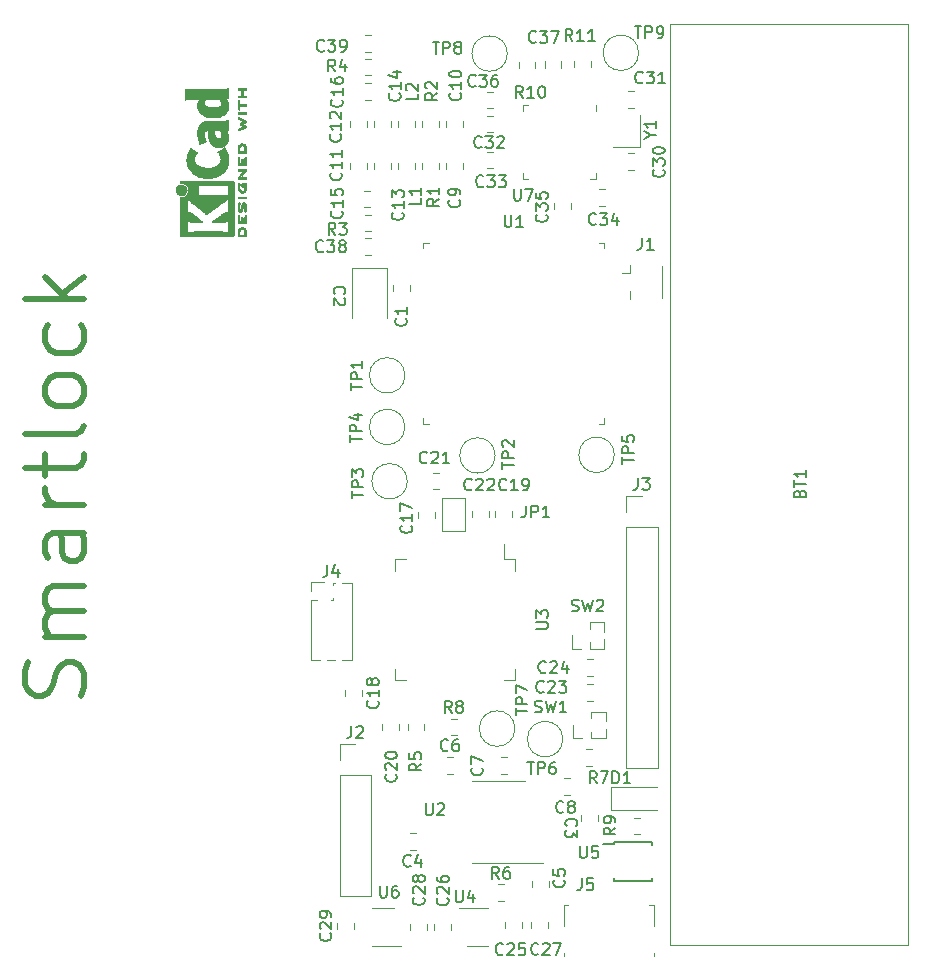
<source format=gbr>
G04 #@! TF.GenerationSoftware,KiCad,Pcbnew,(5.99.0-429-gffcf3b01f)*
G04 #@! TF.CreationDate,2019-12-13T14:25:27+01:00*
G04 #@! TF.ProjectId,smartlock,736d6172-746c-46f6-936b-2e6b69636164,rev?*
G04 #@! TF.SameCoordinates,Original*
G04 #@! TF.FileFunction,Legend,Top*
G04 #@! TF.FilePolarity,Positive*
%FSLAX46Y46*%
G04 Gerber Fmt 4.6, Leading zero omitted, Abs format (unit mm)*
G04 Created by KiCad (PCBNEW (5.99.0-429-gffcf3b01f)) date 2019-12-13 14:25:27*
%MOMM*%
%LPD*%
G04 APERTURE LIST*
%ADD10C,0.500000*%
%ADD11C,0.120000*%
%ADD12C,0.010000*%
%ADD13C,0.150000*%
G04 APERTURE END LIST*
D10*
X117212809Y-114918495D02*
X117450904Y-114204209D01*
X117450904Y-113013733D01*
X117212809Y-112537542D01*
X116974714Y-112299447D01*
X116498523Y-112061352D01*
X116022333Y-112061352D01*
X115546142Y-112299447D01*
X115308047Y-112537542D01*
X115069952Y-113013733D01*
X114831857Y-113966114D01*
X114593761Y-114442304D01*
X114355666Y-114680399D01*
X113879476Y-114918495D01*
X113403285Y-114918495D01*
X112927095Y-114680399D01*
X112689000Y-114442304D01*
X112450904Y-113966114D01*
X112450904Y-112775638D01*
X112689000Y-112061352D01*
X117450904Y-109918495D02*
X114117571Y-109918495D01*
X114593761Y-109918495D02*
X114355666Y-109680399D01*
X114117571Y-109204209D01*
X114117571Y-108489923D01*
X114355666Y-108013733D01*
X114831857Y-107775638D01*
X117450904Y-107775638D01*
X114831857Y-107775638D02*
X114355666Y-107537542D01*
X114117571Y-107061352D01*
X114117571Y-106347066D01*
X114355666Y-105870876D01*
X114831857Y-105632780D01*
X117450904Y-105632780D01*
X117450904Y-101108971D02*
X114831857Y-101108971D01*
X114355666Y-101347066D01*
X114117571Y-101823257D01*
X114117571Y-102775638D01*
X114355666Y-103251828D01*
X117212809Y-101108971D02*
X117450904Y-101585161D01*
X117450904Y-102775638D01*
X117212809Y-103251828D01*
X116736619Y-103489923D01*
X116260428Y-103489923D01*
X115784238Y-103251828D01*
X115546142Y-102775638D01*
X115546142Y-101585161D01*
X115308047Y-101108971D01*
X117450904Y-98728019D02*
X114117571Y-98728019D01*
X115069952Y-98728019D02*
X114593761Y-98489923D01*
X114355666Y-98251828D01*
X114117571Y-97775638D01*
X114117571Y-97299447D01*
X114117571Y-96347066D02*
X114117571Y-94442304D01*
X112450904Y-95632780D02*
X116736619Y-95632780D01*
X117212809Y-95394685D01*
X117450904Y-94918495D01*
X117450904Y-94442304D01*
X117450904Y-92061352D02*
X117212809Y-92537542D01*
X116736619Y-92775638D01*
X112450904Y-92775638D01*
X117450904Y-89442304D02*
X117212809Y-89918495D01*
X116974714Y-90156590D01*
X116498523Y-90394685D01*
X115069952Y-90394685D01*
X114593761Y-90156590D01*
X114355666Y-89918495D01*
X114117571Y-89442304D01*
X114117571Y-88728019D01*
X114355666Y-88251828D01*
X114593761Y-88013733D01*
X115069952Y-87775638D01*
X116498523Y-87775638D01*
X116974714Y-88013733D01*
X117212809Y-88251828D01*
X117450904Y-88728019D01*
X117450904Y-89442304D01*
X117212809Y-83489923D02*
X117450904Y-83966114D01*
X117450904Y-84918495D01*
X117212809Y-85394685D01*
X116974714Y-85632780D01*
X116498523Y-85870876D01*
X115069952Y-85870876D01*
X114593761Y-85632780D01*
X114355666Y-85394685D01*
X114117571Y-84918495D01*
X114117571Y-83966114D01*
X114355666Y-83489923D01*
X117450904Y-81347066D02*
X112450904Y-81347066D01*
X115546142Y-80870876D02*
X117450904Y-79442304D01*
X114117571Y-79442304D02*
X116022333Y-81347066D01*
D11*
X141260622Y-59005400D02*
X141777778Y-59005400D01*
X141260622Y-60425400D02*
X141777778Y-60425400D01*
X141736578Y-77570400D02*
X141219422Y-77570400D01*
X141736578Y-76150400D02*
X141219422Y-76150400D01*
G36*
X126061944Y-76022595D02*
G01*
X125973033Y-76021570D01*
X125896341Y-76020300D01*
X125830927Y-76018760D01*
X125775849Y-76016924D01*
X125730165Y-76014767D01*
X125692934Y-76012263D01*
X125663213Y-76009387D01*
X125640062Y-76006113D01*
X125622539Y-76002415D01*
X125609701Y-75998269D01*
X125600608Y-75993647D01*
X125594318Y-75988526D01*
X125589888Y-75982878D01*
X125586378Y-75976679D01*
X125582845Y-75969904D01*
X125579276Y-75963908D01*
X125576700Y-75958675D01*
X125574372Y-75950499D01*
X125572278Y-75938286D01*
X125570407Y-75920941D01*
X125568747Y-75897369D01*
X125567284Y-75866477D01*
X125566008Y-75827168D01*
X125564904Y-75778350D01*
X125563961Y-75718927D01*
X125563167Y-75647804D01*
X125562509Y-75563888D01*
X125561975Y-75466083D01*
X125561553Y-75353294D01*
X125561229Y-75224429D01*
X125560992Y-75078391D01*
X125560830Y-74914086D01*
X125560730Y-74730420D01*
X125560680Y-74526297D01*
X125560667Y-74315153D01*
X125560667Y-73922516D01*
X126170267Y-73922516D01*
X126218244Y-73917227D01*
X126275588Y-73920530D01*
X126343863Y-73942061D01*
X126423612Y-73982035D01*
X126495895Y-74027343D01*
X126518540Y-74043561D01*
X126556096Y-74071614D01*
X126606421Y-74109830D01*
X126667373Y-74156537D01*
X126736811Y-74210061D01*
X126812594Y-74268731D01*
X126892580Y-74330875D01*
X126974628Y-74394821D01*
X127056596Y-74458895D01*
X127136343Y-74521427D01*
X127211727Y-74580743D01*
X127280607Y-74635171D01*
X127340842Y-74683039D01*
X127390289Y-74722675D01*
X127426808Y-74752406D01*
X127448258Y-74770561D01*
X127451556Y-74773620D01*
X127443549Y-74776479D01*
X127413255Y-74778693D01*
X127360956Y-74780257D01*
X127286931Y-74781167D01*
X127191463Y-74781420D01*
X127074834Y-74781013D01*
X126954845Y-74780104D01*
X126822733Y-74778782D01*
X126710994Y-74777257D01*
X126617425Y-74775281D01*
X126539819Y-74772606D01*
X126475974Y-74768982D01*
X126423683Y-74764161D01*
X126380744Y-74757894D01*
X126344951Y-74749932D01*
X126314100Y-74740027D01*
X126285986Y-74727931D01*
X126258405Y-74713393D01*
X126233366Y-74698711D01*
X126170267Y-74660714D01*
X126170267Y-75720597D01*
X126228111Y-75680807D01*
X126243879Y-75669636D01*
X126257841Y-75659566D01*
X126271184Y-75650538D01*
X126285093Y-75642497D01*
X126300756Y-75635386D01*
X126319358Y-75629147D01*
X126342086Y-75623725D01*
X126370127Y-75619062D01*
X126404667Y-75615101D01*
X126446892Y-75611785D01*
X126497989Y-75609059D01*
X126559144Y-75606864D01*
X126631544Y-75605145D01*
X126716375Y-75603844D01*
X126814822Y-75602905D01*
X126928074Y-75602270D01*
X127057316Y-75601884D01*
X127203734Y-75601688D01*
X127368516Y-75601627D01*
X127552847Y-75601643D01*
X127757913Y-75601680D01*
X127880533Y-75601689D01*
X128097482Y-75601665D01*
X128293042Y-75601631D01*
X128468399Y-75601643D01*
X128624741Y-75601758D01*
X128763257Y-75602030D01*
X128885134Y-75602518D01*
X128991560Y-75603276D01*
X129083722Y-75604362D01*
X129162809Y-75605831D01*
X129230008Y-75607740D01*
X129286507Y-75610144D01*
X129333493Y-75613101D01*
X129372155Y-75616666D01*
X129403680Y-75620895D01*
X129429255Y-75625846D01*
X129450070Y-75631573D01*
X129467311Y-75638133D01*
X129482165Y-75645583D01*
X129495822Y-75653979D01*
X129509469Y-75663376D01*
X129524293Y-75673832D01*
X129533183Y-75679923D01*
X129590800Y-75718696D01*
X129590800Y-75187132D01*
X129590765Y-75063883D01*
X129590615Y-74961387D01*
X129590278Y-74877820D01*
X129589686Y-74811356D01*
X129588767Y-74760171D01*
X129587451Y-74722441D01*
X129585669Y-74696340D01*
X129583351Y-74680044D01*
X129580426Y-74671728D01*
X129576824Y-74669568D01*
X129572475Y-74671739D01*
X129571045Y-74672935D01*
X129533973Y-74698085D01*
X129481172Y-74723983D01*
X129419170Y-74747592D01*
X129392757Y-74755861D01*
X129374816Y-74760478D01*
X129353755Y-74764379D01*
X129327489Y-74767648D01*
X129293932Y-74770366D01*
X129250999Y-74772615D01*
X129196604Y-74774477D01*
X129128662Y-74776036D01*
X129045088Y-74777372D01*
X128943795Y-74778569D01*
X128822700Y-74779708D01*
X128778000Y-74780085D01*
X128652849Y-74781102D01*
X128548482Y-74781860D01*
X128463107Y-74782303D01*
X128394933Y-74782370D01*
X128342165Y-74782005D01*
X128303014Y-74781148D01*
X128275685Y-74779741D01*
X128258386Y-74777725D01*
X128249326Y-74775043D01*
X128246712Y-74771636D01*
X128248751Y-74767444D01*
X128253067Y-74762971D01*
X128266002Y-74752616D01*
X128295076Y-74730558D01*
X128338159Y-74698357D01*
X128393118Y-74657574D01*
X128457823Y-74609770D01*
X128530142Y-74556505D01*
X128607944Y-74499340D01*
X128689098Y-74439837D01*
X128771472Y-74379555D01*
X128852936Y-74320055D01*
X128931357Y-74262898D01*
X129004604Y-74209645D01*
X129070547Y-74161857D01*
X129127054Y-74121093D01*
X129171993Y-74088916D01*
X129203234Y-74066885D01*
X129209866Y-74062317D01*
X129246769Y-74039396D01*
X129294759Y-74012588D01*
X129344297Y-73987189D01*
X129350977Y-73983968D01*
X129399172Y-73962290D01*
X129436734Y-73949704D01*
X129472560Y-73943974D01*
X129514600Y-73942856D01*
X129590800Y-73943490D01*
X129590800Y-72789051D01*
X129497069Y-72880215D01*
X129447175Y-72927012D01*
X129390695Y-72977299D01*
X129336426Y-73023344D01*
X129311073Y-73043769D01*
X129271528Y-73074207D01*
X129218316Y-73114262D01*
X129153067Y-73162761D01*
X129077411Y-73218535D01*
X128992977Y-73280411D01*
X128901394Y-73347219D01*
X128804292Y-73417787D01*
X128703301Y-73490945D01*
X128600050Y-73565521D01*
X128496168Y-73640344D01*
X128393285Y-73714243D01*
X128293031Y-73786046D01*
X128197036Y-73854584D01*
X128106927Y-73918684D01*
X128024336Y-73977175D01*
X127950892Y-74028886D01*
X127888224Y-74072647D01*
X127837961Y-74107285D01*
X127801734Y-74131630D01*
X127781171Y-74144511D01*
X127777068Y-74146269D01*
X127765742Y-74138310D01*
X127738562Y-74117515D01*
X127697229Y-74085247D01*
X127643444Y-74042870D01*
X127578906Y-73991747D01*
X127505318Y-73933241D01*
X127424378Y-73868714D01*
X127337788Y-73799531D01*
X127247248Y-73727053D01*
X127154460Y-73652646D01*
X127080102Y-73592917D01*
X127061122Y-73577670D01*
X126968937Y-73503490D01*
X126879604Y-73431469D01*
X126794824Y-73362969D01*
X126716298Y-73299355D01*
X126645726Y-73241988D01*
X126584809Y-73192233D01*
X126535247Y-73151452D01*
X126514578Y-73134288D01*
X126413916Y-73047996D01*
X126330659Y-72971397D01*
X126262838Y-72902583D01*
X126208489Y-72839648D01*
X126201122Y-72830267D01*
X126170517Y-72790756D01*
X126170267Y-73922516D01*
X125560667Y-73922516D01*
X125560667Y-72694800D01*
X125657454Y-72694800D01*
X125771393Y-72683935D01*
X125879016Y-72652318D01*
X125978015Y-72601415D01*
X126066084Y-72532693D01*
X126140916Y-72447619D01*
X126198784Y-72350632D01*
X126238405Y-72244364D01*
X126256973Y-72137350D01*
X126255834Y-72031700D01*
X126236330Y-71929525D01*
X126199806Y-71832934D01*
X126147605Y-71744038D01*
X126102649Y-71690595D01*
X127073378Y-71690595D01*
X127073378Y-72136253D01*
X127073542Y-72234070D01*
X127074011Y-72324464D01*
X127074747Y-72405030D01*
X127075716Y-72473362D01*
X127076880Y-72527056D01*
X127078203Y-72563705D01*
X127079649Y-72580904D01*
X127080102Y-72581911D01*
X127093059Y-72576002D01*
X127115308Y-72561672D01*
X127116791Y-72560625D01*
X127146944Y-72541838D01*
X127183775Y-72522191D01*
X127191911Y-72518292D01*
X127200340Y-72514756D01*
X127210459Y-72511630D01*
X127223660Y-72508886D01*
X127241338Y-72506492D01*
X127264884Y-72504419D01*
X127295693Y-72502635D01*
X127335157Y-72501112D01*
X127384669Y-72499819D01*
X127445623Y-72498726D01*
X127519411Y-72497803D01*
X127607428Y-72497019D01*
X127711065Y-72496345D01*
X127831716Y-72495750D01*
X127970774Y-72495205D01*
X128129632Y-72494679D01*
X128308489Y-72494145D01*
X128493607Y-72493606D01*
X128657545Y-72493172D01*
X128801703Y-72492909D01*
X128927479Y-72492884D01*
X129036271Y-72493165D01*
X129129477Y-72493819D01*
X129208497Y-72494914D01*
X129274728Y-72496518D01*
X129329570Y-72498697D01*
X129374421Y-72501519D01*
X129410678Y-72505051D01*
X129439741Y-72509361D01*
X129463009Y-72514517D01*
X129481879Y-72520585D01*
X129497751Y-72527633D01*
X129512022Y-72535729D01*
X129526091Y-72544940D01*
X129538558Y-72553440D01*
X129564852Y-72570576D01*
X129582437Y-72580722D01*
X129585657Y-72581911D01*
X129586734Y-72571004D01*
X129587735Y-72539811D01*
X129588635Y-72490623D01*
X129589410Y-72425733D01*
X129590037Y-72347430D01*
X129590491Y-72258007D01*
X129590749Y-72159756D01*
X129590800Y-72090845D01*
X129590580Y-71985852D01*
X129589948Y-71889010D01*
X129588949Y-71802507D01*
X129587627Y-71728532D01*
X129586026Y-71669274D01*
X129584191Y-71626920D01*
X129582165Y-71603660D01*
X129580893Y-71599778D01*
X129565991Y-71607476D01*
X129557960Y-71615474D01*
X129540834Y-71628646D01*
X129510583Y-71645885D01*
X129486022Y-71657807D01*
X129427111Y-71684445D01*
X128250245Y-71687520D01*
X127073378Y-71690595D01*
X126102649Y-71690595D01*
X126081073Y-71664946D01*
X126001552Y-71597769D01*
X125910387Y-71544617D01*
X125808923Y-71507599D01*
X125698502Y-71488827D01*
X125648606Y-71486889D01*
X125560667Y-71486889D01*
X125560667Y-71434960D01*
X125563511Y-71398653D01*
X125575311Y-71371755D01*
X125599049Y-71344649D01*
X125637431Y-71306267D01*
X127829002Y-71306267D01*
X128091139Y-71306276D01*
X128331641Y-71306308D01*
X128551448Y-71306372D01*
X128751501Y-71306476D01*
X128932744Y-71306627D01*
X129096116Y-71306834D01*
X129242560Y-71307106D01*
X129373017Y-71307450D01*
X129488429Y-71307874D01*
X129589738Y-71308387D01*
X129677884Y-71308997D01*
X129753810Y-71309712D01*
X129818457Y-71310540D01*
X129872767Y-71311489D01*
X129917680Y-71312567D01*
X129954140Y-71313783D01*
X129983087Y-71315145D01*
X130005463Y-71316661D01*
X130022209Y-71318338D01*
X130034268Y-71320186D01*
X130042580Y-71322213D01*
X130048087Y-71324425D01*
X130049937Y-71325508D01*
X130056949Y-71329671D01*
X130063396Y-71333205D01*
X130069300Y-71337035D01*
X130074686Y-71342082D01*
X130079578Y-71349271D01*
X130083998Y-71359523D01*
X130087972Y-71373764D01*
X130091521Y-71392914D01*
X130094670Y-71417899D01*
X130097442Y-71449640D01*
X130099861Y-71489062D01*
X130101951Y-71537086D01*
X130103735Y-71594637D01*
X130105237Y-71662637D01*
X130106480Y-71742010D01*
X130107489Y-71833679D01*
X130108285Y-71938566D01*
X130108894Y-72057596D01*
X130109339Y-72191690D01*
X130109643Y-72341773D01*
X130109830Y-72508767D01*
X130109924Y-72693596D01*
X130109948Y-72897183D01*
X130109925Y-73120450D01*
X130109880Y-73364322D01*
X130109837Y-73629721D01*
X130109832Y-73668104D01*
X130109789Y-73935082D01*
X130109718Y-74180402D01*
X130109613Y-74404983D01*
X130109466Y-74609745D01*
X130109269Y-74795606D01*
X130109016Y-74963488D01*
X130108700Y-75114308D01*
X130108313Y-75248987D01*
X130107847Y-75368444D01*
X130107297Y-75473599D01*
X130106653Y-75565371D01*
X130105911Y-75644679D01*
X130105061Y-75712443D01*
X130104097Y-75769582D01*
X130103011Y-75817017D01*
X130101797Y-75855666D01*
X130100447Y-75886449D01*
X130098955Y-75910285D01*
X130097311Y-75928094D01*
X130095511Y-75940795D01*
X130093545Y-75949308D01*
X130091877Y-75953666D01*
X130088306Y-75962128D01*
X130085670Y-75969897D01*
X130083034Y-75977002D01*
X130079462Y-75983473D01*
X130074021Y-75989339D01*
X130065775Y-75994629D01*
X130053790Y-75999374D01*
X130037131Y-76003602D01*
X130014863Y-76007343D01*
X129986052Y-76010627D01*
X129949763Y-76013483D01*
X129905061Y-76015940D01*
X129851011Y-76018029D01*
X129786679Y-76019778D01*
X129711130Y-76021217D01*
X129623430Y-76022376D01*
X129522643Y-76023283D01*
X129407834Y-76023969D01*
X129278070Y-76024463D01*
X129132415Y-76024795D01*
X128969935Y-76024993D01*
X128789695Y-76025087D01*
X128590760Y-76025108D01*
X128372196Y-76025085D01*
X128133068Y-76025046D01*
X127872440Y-76025022D01*
X127830289Y-76025022D01*
X127567392Y-76025036D01*
X127326132Y-76025061D01*
X127105565Y-76025071D01*
X126904752Y-76025042D01*
X126722749Y-76024948D01*
X126558616Y-76024762D01*
X126411411Y-76024459D01*
X126280192Y-76024014D01*
X126170267Y-76023434D01*
X126164017Y-76023401D01*
X126061944Y-76022595D01*
G37*
D12*
X126061944Y-76022595D02*
X125973033Y-76021570D01*
X125896341Y-76020300D01*
X125830927Y-76018760D01*
X125775849Y-76016924D01*
X125730165Y-76014767D01*
X125692934Y-76012263D01*
X125663213Y-76009387D01*
X125640062Y-76006113D01*
X125622539Y-76002415D01*
X125609701Y-75998269D01*
X125600608Y-75993647D01*
X125594318Y-75988526D01*
X125589888Y-75982878D01*
X125586378Y-75976679D01*
X125582845Y-75969904D01*
X125579276Y-75963908D01*
X125576700Y-75958675D01*
X125574372Y-75950499D01*
X125572278Y-75938286D01*
X125570407Y-75920941D01*
X125568747Y-75897369D01*
X125567284Y-75866477D01*
X125566008Y-75827168D01*
X125564904Y-75778350D01*
X125563961Y-75718927D01*
X125563167Y-75647804D01*
X125562509Y-75563888D01*
X125561975Y-75466083D01*
X125561553Y-75353294D01*
X125561229Y-75224429D01*
X125560992Y-75078391D01*
X125560830Y-74914086D01*
X125560730Y-74730420D01*
X125560680Y-74526297D01*
X125560667Y-74315153D01*
X125560667Y-73922516D01*
X126170267Y-73922516D01*
X126218244Y-73917227D01*
X126275588Y-73920530D01*
X126343863Y-73942061D01*
X126423612Y-73982035D01*
X126495895Y-74027343D01*
X126518540Y-74043561D01*
X126556096Y-74071614D01*
X126606421Y-74109830D01*
X126667373Y-74156537D01*
X126736811Y-74210061D01*
X126812594Y-74268731D01*
X126892580Y-74330875D01*
X126974628Y-74394821D01*
X127056596Y-74458895D01*
X127136343Y-74521427D01*
X127211727Y-74580743D01*
X127280607Y-74635171D01*
X127340842Y-74683039D01*
X127390289Y-74722675D01*
X127426808Y-74752406D01*
X127448258Y-74770561D01*
X127451556Y-74773620D01*
X127443549Y-74776479D01*
X127413255Y-74778693D01*
X127360956Y-74780257D01*
X127286931Y-74781167D01*
X127191463Y-74781420D01*
X127074834Y-74781013D01*
X126954845Y-74780104D01*
X126822733Y-74778782D01*
X126710994Y-74777257D01*
X126617425Y-74775281D01*
X126539819Y-74772606D01*
X126475974Y-74768982D01*
X126423683Y-74764161D01*
X126380744Y-74757894D01*
X126344951Y-74749932D01*
X126314100Y-74740027D01*
X126285986Y-74727931D01*
X126258405Y-74713393D01*
X126233366Y-74698711D01*
X126170267Y-74660714D01*
X126170267Y-75720597D01*
X126228111Y-75680807D01*
X126243879Y-75669636D01*
X126257841Y-75659566D01*
X126271184Y-75650538D01*
X126285093Y-75642497D01*
X126300756Y-75635386D01*
X126319358Y-75629147D01*
X126342086Y-75623725D01*
X126370127Y-75619062D01*
X126404667Y-75615101D01*
X126446892Y-75611785D01*
X126497989Y-75609059D01*
X126559144Y-75606864D01*
X126631544Y-75605145D01*
X126716375Y-75603844D01*
X126814822Y-75602905D01*
X126928074Y-75602270D01*
X127057316Y-75601884D01*
X127203734Y-75601688D01*
X127368516Y-75601627D01*
X127552847Y-75601643D01*
X127757913Y-75601680D01*
X127880533Y-75601689D01*
X128097482Y-75601665D01*
X128293042Y-75601631D01*
X128468399Y-75601643D01*
X128624741Y-75601758D01*
X128763257Y-75602030D01*
X128885134Y-75602518D01*
X128991560Y-75603276D01*
X129083722Y-75604362D01*
X129162809Y-75605831D01*
X129230008Y-75607740D01*
X129286507Y-75610144D01*
X129333493Y-75613101D01*
X129372155Y-75616666D01*
X129403680Y-75620895D01*
X129429255Y-75625846D01*
X129450070Y-75631573D01*
X129467311Y-75638133D01*
X129482165Y-75645583D01*
X129495822Y-75653979D01*
X129509469Y-75663376D01*
X129524293Y-75673832D01*
X129533183Y-75679923D01*
X129590800Y-75718696D01*
X129590800Y-75187132D01*
X129590765Y-75063883D01*
X129590615Y-74961387D01*
X129590278Y-74877820D01*
X129589686Y-74811356D01*
X129588767Y-74760171D01*
X129587451Y-74722441D01*
X129585669Y-74696340D01*
X129583351Y-74680044D01*
X129580426Y-74671728D01*
X129576824Y-74669568D01*
X129572475Y-74671739D01*
X129571045Y-74672935D01*
X129533973Y-74698085D01*
X129481172Y-74723983D01*
X129419170Y-74747592D01*
X129392757Y-74755861D01*
X129374816Y-74760478D01*
X129353755Y-74764379D01*
X129327489Y-74767648D01*
X129293932Y-74770366D01*
X129250999Y-74772615D01*
X129196604Y-74774477D01*
X129128662Y-74776036D01*
X129045088Y-74777372D01*
X128943795Y-74778569D01*
X128822700Y-74779708D01*
X128778000Y-74780085D01*
X128652849Y-74781102D01*
X128548482Y-74781860D01*
X128463107Y-74782303D01*
X128394933Y-74782370D01*
X128342165Y-74782005D01*
X128303014Y-74781148D01*
X128275685Y-74779741D01*
X128258386Y-74777725D01*
X128249326Y-74775043D01*
X128246712Y-74771636D01*
X128248751Y-74767444D01*
X128253067Y-74762971D01*
X128266002Y-74752616D01*
X128295076Y-74730558D01*
X128338159Y-74698357D01*
X128393118Y-74657574D01*
X128457823Y-74609770D01*
X128530142Y-74556505D01*
X128607944Y-74499340D01*
X128689098Y-74439837D01*
X128771472Y-74379555D01*
X128852936Y-74320055D01*
X128931357Y-74262898D01*
X129004604Y-74209645D01*
X129070547Y-74161857D01*
X129127054Y-74121093D01*
X129171993Y-74088916D01*
X129203234Y-74066885D01*
X129209866Y-74062317D01*
X129246769Y-74039396D01*
X129294759Y-74012588D01*
X129344297Y-73987189D01*
X129350977Y-73983968D01*
X129399172Y-73962290D01*
X129436734Y-73949704D01*
X129472560Y-73943974D01*
X129514600Y-73942856D01*
X129590800Y-73943490D01*
X129590800Y-72789051D01*
X129497069Y-72880215D01*
X129447175Y-72927012D01*
X129390695Y-72977299D01*
X129336426Y-73023344D01*
X129311073Y-73043769D01*
X129271528Y-73074207D01*
X129218316Y-73114262D01*
X129153067Y-73162761D01*
X129077411Y-73218535D01*
X128992977Y-73280411D01*
X128901394Y-73347219D01*
X128804292Y-73417787D01*
X128703301Y-73490945D01*
X128600050Y-73565521D01*
X128496168Y-73640344D01*
X128393285Y-73714243D01*
X128293031Y-73786046D01*
X128197036Y-73854584D01*
X128106927Y-73918684D01*
X128024336Y-73977175D01*
X127950892Y-74028886D01*
X127888224Y-74072647D01*
X127837961Y-74107285D01*
X127801734Y-74131630D01*
X127781171Y-74144511D01*
X127777068Y-74146269D01*
X127765742Y-74138310D01*
X127738562Y-74117515D01*
X127697229Y-74085247D01*
X127643444Y-74042870D01*
X127578906Y-73991747D01*
X127505318Y-73933241D01*
X127424378Y-73868714D01*
X127337788Y-73799531D01*
X127247248Y-73727053D01*
X127154460Y-73652646D01*
X127080102Y-73592917D01*
X127061122Y-73577670D01*
X126968937Y-73503490D01*
X126879604Y-73431469D01*
X126794824Y-73362969D01*
X126716298Y-73299355D01*
X126645726Y-73241988D01*
X126584809Y-73192233D01*
X126535247Y-73151452D01*
X126514578Y-73134288D01*
X126413916Y-73047996D01*
X126330659Y-72971397D01*
X126262838Y-72902583D01*
X126208489Y-72839648D01*
X126201122Y-72830267D01*
X126170517Y-72790756D01*
X126170267Y-73922516D01*
X125560667Y-73922516D01*
X125560667Y-72694800D01*
X125657454Y-72694800D01*
X125771393Y-72683935D01*
X125879016Y-72652318D01*
X125978015Y-72601415D01*
X126066084Y-72532693D01*
X126140916Y-72447619D01*
X126198784Y-72350632D01*
X126238405Y-72244364D01*
X126256973Y-72137350D01*
X126255834Y-72031700D01*
X126236330Y-71929525D01*
X126199806Y-71832934D01*
X126147605Y-71744038D01*
X126102649Y-71690595D01*
X127073378Y-71690595D01*
X127073378Y-72136253D01*
X127073542Y-72234070D01*
X127074011Y-72324464D01*
X127074747Y-72405030D01*
X127075716Y-72473362D01*
X127076880Y-72527056D01*
X127078203Y-72563705D01*
X127079649Y-72580904D01*
X127080102Y-72581911D01*
X127093059Y-72576002D01*
X127115308Y-72561672D01*
X127116791Y-72560625D01*
X127146944Y-72541838D01*
X127183775Y-72522191D01*
X127191911Y-72518292D01*
X127200340Y-72514756D01*
X127210459Y-72511630D01*
X127223660Y-72508886D01*
X127241338Y-72506492D01*
X127264884Y-72504419D01*
X127295693Y-72502635D01*
X127335157Y-72501112D01*
X127384669Y-72499819D01*
X127445623Y-72498726D01*
X127519411Y-72497803D01*
X127607428Y-72497019D01*
X127711065Y-72496345D01*
X127831716Y-72495750D01*
X127970774Y-72495205D01*
X128129632Y-72494679D01*
X128308489Y-72494145D01*
X128493607Y-72493606D01*
X128657545Y-72493172D01*
X128801703Y-72492909D01*
X128927479Y-72492884D01*
X129036271Y-72493165D01*
X129129477Y-72493819D01*
X129208497Y-72494914D01*
X129274728Y-72496518D01*
X129329570Y-72498697D01*
X129374421Y-72501519D01*
X129410678Y-72505051D01*
X129439741Y-72509361D01*
X129463009Y-72514517D01*
X129481879Y-72520585D01*
X129497751Y-72527633D01*
X129512022Y-72535729D01*
X129526091Y-72544940D01*
X129538558Y-72553440D01*
X129564852Y-72570576D01*
X129582437Y-72580722D01*
X129585657Y-72581911D01*
X129586734Y-72571004D01*
X129587735Y-72539811D01*
X129588635Y-72490623D01*
X129589410Y-72425733D01*
X129590037Y-72347430D01*
X129590491Y-72258007D01*
X129590749Y-72159756D01*
X129590800Y-72090845D01*
X129590580Y-71985852D01*
X129589948Y-71889010D01*
X129588949Y-71802507D01*
X129587627Y-71728532D01*
X129586026Y-71669274D01*
X129584191Y-71626920D01*
X129582165Y-71603660D01*
X129580893Y-71599778D01*
X129565991Y-71607476D01*
X129557960Y-71615474D01*
X129540834Y-71628646D01*
X129510583Y-71645885D01*
X129486022Y-71657807D01*
X129427111Y-71684445D01*
X128250245Y-71687520D01*
X127073378Y-71690595D01*
X126102649Y-71690595D01*
X126081073Y-71664946D01*
X126001552Y-71597769D01*
X125910387Y-71544617D01*
X125808923Y-71507599D01*
X125698502Y-71488827D01*
X125648606Y-71486889D01*
X125560667Y-71486889D01*
X125560667Y-71434960D01*
X125563511Y-71398653D01*
X125575311Y-71371755D01*
X125599049Y-71344649D01*
X125637431Y-71306267D01*
X127829002Y-71306267D01*
X128091139Y-71306276D01*
X128331641Y-71306308D01*
X128551448Y-71306372D01*
X128751501Y-71306476D01*
X128932744Y-71306627D01*
X129096116Y-71306834D01*
X129242560Y-71307106D01*
X129373017Y-71307450D01*
X129488429Y-71307874D01*
X129589738Y-71308387D01*
X129677884Y-71308997D01*
X129753810Y-71309712D01*
X129818457Y-71310540D01*
X129872767Y-71311489D01*
X129917680Y-71312567D01*
X129954140Y-71313783D01*
X129983087Y-71315145D01*
X130005463Y-71316661D01*
X130022209Y-71318338D01*
X130034268Y-71320186D01*
X130042580Y-71322213D01*
X130048087Y-71324425D01*
X130049937Y-71325508D01*
X130056949Y-71329671D01*
X130063396Y-71333205D01*
X130069300Y-71337035D01*
X130074686Y-71342082D01*
X130079578Y-71349271D01*
X130083998Y-71359523D01*
X130087972Y-71373764D01*
X130091521Y-71392914D01*
X130094670Y-71417899D01*
X130097442Y-71449640D01*
X130099861Y-71489062D01*
X130101951Y-71537086D01*
X130103735Y-71594637D01*
X130105237Y-71662637D01*
X130106480Y-71742010D01*
X130107489Y-71833679D01*
X130108285Y-71938566D01*
X130108894Y-72057596D01*
X130109339Y-72191690D01*
X130109643Y-72341773D01*
X130109830Y-72508767D01*
X130109924Y-72693596D01*
X130109948Y-72897183D01*
X130109925Y-73120450D01*
X130109880Y-73364322D01*
X130109837Y-73629721D01*
X130109832Y-73668104D01*
X130109789Y-73935082D01*
X130109718Y-74180402D01*
X130109613Y-74404983D01*
X130109466Y-74609745D01*
X130109269Y-74795606D01*
X130109016Y-74963488D01*
X130108700Y-75114308D01*
X130108313Y-75248987D01*
X130107847Y-75368444D01*
X130107297Y-75473599D01*
X130106653Y-75565371D01*
X130105911Y-75644679D01*
X130105061Y-75712443D01*
X130104097Y-75769582D01*
X130103011Y-75817017D01*
X130101797Y-75855666D01*
X130100447Y-75886449D01*
X130098955Y-75910285D01*
X130097311Y-75928094D01*
X130095511Y-75940795D01*
X130093545Y-75949308D01*
X130091877Y-75953666D01*
X130088306Y-75962128D01*
X130085670Y-75969897D01*
X130083034Y-75977002D01*
X130079462Y-75983473D01*
X130074021Y-75989339D01*
X130065775Y-75994629D01*
X130053790Y-75999374D01*
X130037131Y-76003602D01*
X130014863Y-76007343D01*
X129986052Y-76010627D01*
X129949763Y-76013483D01*
X129905061Y-76015940D01*
X129851011Y-76018029D01*
X129786679Y-76019778D01*
X129711130Y-76021217D01*
X129623430Y-76022376D01*
X129522643Y-76023283D01*
X129407834Y-76023969D01*
X129278070Y-76024463D01*
X129132415Y-76024795D01*
X128969935Y-76024993D01*
X128789695Y-76025087D01*
X128590760Y-76025108D01*
X128372196Y-76025085D01*
X128133068Y-76025046D01*
X127872440Y-76025022D01*
X127830289Y-76025022D01*
X127567392Y-76025036D01*
X127326132Y-76025061D01*
X127105565Y-76025071D01*
X126904752Y-76025042D01*
X126722749Y-76024948D01*
X126558616Y-76024762D01*
X126411411Y-76024459D01*
X126280192Y-76024014D01*
X126170267Y-76023434D01*
X126164017Y-76023401D01*
X126061944Y-76022595D01*
G36*
X129325118Y-68490254D02*
G01*
X129342399Y-68515833D01*
X129365683Y-68555527D01*
X129393334Y-68606103D01*
X129423715Y-68664326D01*
X129455190Y-68726963D01*
X129486122Y-68790779D01*
X129514873Y-68852540D01*
X129539808Y-68909012D01*
X129559289Y-68956962D01*
X129567718Y-68980414D01*
X129605533Y-69114179D01*
X129630536Y-69252073D01*
X129643540Y-69399778D01*
X129645868Y-69526567D01*
X129644773Y-69594522D01*
X129642675Y-69660123D01*
X129639834Y-69717553D01*
X129636506Y-69760997D01*
X129634822Y-69775102D01*
X129605987Y-69914116D01*
X129560868Y-70055643D01*
X129502150Y-70193125D01*
X129432520Y-70320006D01*
X129379841Y-70397511D01*
X129271639Y-70524919D01*
X129145071Y-70643222D01*
X129003266Y-70750228D01*
X128849351Y-70843748D01*
X128686453Y-70921590D01*
X128569156Y-70965444D01*
X128385528Y-71015692D01*
X128190981Y-71049191D01*
X127989725Y-71065951D01*
X127785968Y-71065984D01*
X127583921Y-71049299D01*
X127387792Y-71015907D01*
X127201791Y-70965820D01*
X127190203Y-70962003D01*
X127028150Y-70899119D01*
X126880232Y-70822372D01*
X126742265Y-70729158D01*
X126610061Y-70616873D01*
X126564799Y-70573008D01*
X126440857Y-70436866D01*
X126338315Y-70296909D01*
X126256056Y-70150989D01*
X126192964Y-69996958D01*
X126147923Y-69832668D01*
X126130433Y-69737111D01*
X126114866Y-69578377D01*
X126117471Y-69419971D01*
X126138645Y-69259830D01*
X126178785Y-69095890D01*
X126238289Y-68926087D01*
X126317554Y-68748357D01*
X126323099Y-68737090D01*
X126351125Y-68679395D01*
X126375202Y-68627848D01*
X126393649Y-68586209D01*
X126404786Y-68558238D01*
X126407333Y-68548667D01*
X126412341Y-68529450D01*
X126416547Y-68524839D01*
X126426980Y-68529942D01*
X126453268Y-68545982D01*
X126492657Y-68571112D01*
X126542391Y-68603486D01*
X126599715Y-68641257D01*
X126661876Y-68682578D01*
X126726118Y-68725602D01*
X126789685Y-68768483D01*
X126849825Y-68809374D01*
X126903780Y-68846429D01*
X126948797Y-68877800D01*
X126982121Y-68901641D01*
X127000997Y-68916106D01*
X127003187Y-68918091D01*
X126998538Y-68928209D01*
X126981362Y-68950550D01*
X126954840Y-68981120D01*
X126940364Y-68996864D01*
X126865082Y-69093353D01*
X126809641Y-69200064D01*
X126774541Y-69315568D01*
X126760280Y-69438438D01*
X126761451Y-69507839D01*
X126778612Y-69628977D01*
X126814494Y-69738195D01*
X126869359Y-69835818D01*
X126943470Y-69922172D01*
X127037088Y-69997585D01*
X127150476Y-70062382D01*
X127237067Y-70099799D01*
X127372766Y-70143652D01*
X127520250Y-70175972D01*
X127675714Y-70196843D01*
X127835356Y-70206349D01*
X127995373Y-70204573D01*
X128151961Y-70191597D01*
X128301318Y-70167506D01*
X128439640Y-70132382D01*
X128563124Y-70086308D01*
X128597378Y-70070027D01*
X128711464Y-70001780D01*
X128807957Y-69921321D01*
X128886070Y-69829830D01*
X128945017Y-69728489D01*
X128984012Y-69618480D01*
X129002268Y-69500985D01*
X129003611Y-69459517D01*
X128992690Y-69337959D01*
X128959874Y-69217522D01*
X128905839Y-69099734D01*
X128831265Y-68986123D01*
X128752939Y-68894715D01*
X128708408Y-68848185D01*
X129005671Y-68666917D01*
X129079833Y-68621820D01*
X129148046Y-68580581D01*
X129207859Y-68544665D01*
X129256820Y-68515534D01*
X129292479Y-68494650D01*
X129312384Y-68483476D01*
X129315479Y-68482025D01*
X129325118Y-68490254D01*
G37*
X129325118Y-68490254D02*
X129342399Y-68515833D01*
X129365683Y-68555527D01*
X129393334Y-68606103D01*
X129423715Y-68664326D01*
X129455190Y-68726963D01*
X129486122Y-68790779D01*
X129514873Y-68852540D01*
X129539808Y-68909012D01*
X129559289Y-68956962D01*
X129567718Y-68980414D01*
X129605533Y-69114179D01*
X129630536Y-69252073D01*
X129643540Y-69399778D01*
X129645868Y-69526567D01*
X129644773Y-69594522D01*
X129642675Y-69660123D01*
X129639834Y-69717553D01*
X129636506Y-69760997D01*
X129634822Y-69775102D01*
X129605987Y-69914116D01*
X129560868Y-70055643D01*
X129502150Y-70193125D01*
X129432520Y-70320006D01*
X129379841Y-70397511D01*
X129271639Y-70524919D01*
X129145071Y-70643222D01*
X129003266Y-70750228D01*
X128849351Y-70843748D01*
X128686453Y-70921590D01*
X128569156Y-70965444D01*
X128385528Y-71015692D01*
X128190981Y-71049191D01*
X127989725Y-71065951D01*
X127785968Y-71065984D01*
X127583921Y-71049299D01*
X127387792Y-71015907D01*
X127201791Y-70965820D01*
X127190203Y-70962003D01*
X127028150Y-70899119D01*
X126880232Y-70822372D01*
X126742265Y-70729158D01*
X126610061Y-70616873D01*
X126564799Y-70573008D01*
X126440857Y-70436866D01*
X126338315Y-70296909D01*
X126256056Y-70150989D01*
X126192964Y-69996958D01*
X126147923Y-69832668D01*
X126130433Y-69737111D01*
X126114866Y-69578377D01*
X126117471Y-69419971D01*
X126138645Y-69259830D01*
X126178785Y-69095890D01*
X126238289Y-68926087D01*
X126317554Y-68748357D01*
X126323099Y-68737090D01*
X126351125Y-68679395D01*
X126375202Y-68627848D01*
X126393649Y-68586209D01*
X126404786Y-68558238D01*
X126407333Y-68548667D01*
X126412341Y-68529450D01*
X126416547Y-68524839D01*
X126426980Y-68529942D01*
X126453268Y-68545982D01*
X126492657Y-68571112D01*
X126542391Y-68603486D01*
X126599715Y-68641257D01*
X126661876Y-68682578D01*
X126726118Y-68725602D01*
X126789685Y-68768483D01*
X126849825Y-68809374D01*
X126903780Y-68846429D01*
X126948797Y-68877800D01*
X126982121Y-68901641D01*
X127000997Y-68916106D01*
X127003187Y-68918091D01*
X126998538Y-68928209D01*
X126981362Y-68950550D01*
X126954840Y-68981120D01*
X126940364Y-68996864D01*
X126865082Y-69093353D01*
X126809641Y-69200064D01*
X126774541Y-69315568D01*
X126760280Y-69438438D01*
X126761451Y-69507839D01*
X126778612Y-69628977D01*
X126814494Y-69738195D01*
X126869359Y-69835818D01*
X126943470Y-69922172D01*
X127037088Y-69997585D01*
X127150476Y-70062382D01*
X127237067Y-70099799D01*
X127372766Y-70143652D01*
X127520250Y-70175972D01*
X127675714Y-70196843D01*
X127835356Y-70206349D01*
X127995373Y-70204573D01*
X128151961Y-70191597D01*
X128301318Y-70167506D01*
X128439640Y-70132382D01*
X128563124Y-70086308D01*
X128597378Y-70070027D01*
X128711464Y-70001780D01*
X128807957Y-69921321D01*
X128886070Y-69829830D01*
X128945017Y-69728489D01*
X128984012Y-69618480D01*
X129002268Y-69500985D01*
X129003611Y-69459517D01*
X128992690Y-69337959D01*
X128959874Y-69217522D01*
X128905839Y-69099734D01*
X128831265Y-68986123D01*
X128752939Y-68894715D01*
X128708408Y-68848185D01*
X129005671Y-68666917D01*
X129079833Y-68621820D01*
X129148046Y-68580581D01*
X129207859Y-68544665D01*
X129256820Y-68515534D01*
X129292479Y-68494650D01*
X129312384Y-68483476D01*
X129315479Y-68482025D01*
X129325118Y-68490254D01*
G36*
X128639212Y-68465878D02*
G01*
X128567990Y-68449632D01*
X128497264Y-68423995D01*
X128444893Y-68399999D01*
X128349596Y-68341380D01*
X128261570Y-68263283D01*
X128182417Y-68168085D01*
X128113740Y-68058162D01*
X128057141Y-67935890D01*
X128014221Y-67803645D01*
X127999282Y-67738978D01*
X127977177Y-67602796D01*
X127962594Y-67454351D01*
X127956213Y-67302895D01*
X127957510Y-67202294D01*
X128480242Y-67202294D01*
X128485496Y-67323070D01*
X128501663Y-67425740D01*
X128529361Y-67512294D01*
X128569208Y-67584719D01*
X128616158Y-67639649D01*
X128674045Y-67684196D01*
X128737093Y-67708920D01*
X128808682Y-67716152D01*
X128883733Y-67706859D01*
X128947560Y-67678672D01*
X129003198Y-67630203D01*
X129007611Y-67625146D01*
X129042437Y-67576852D01*
X129065020Y-67525143D01*
X129076940Y-67464411D01*
X129079783Y-67389048D01*
X129079378Y-67370941D01*
X129076725Y-67317122D01*
X129071309Y-67277092D01*
X129061145Y-67242076D01*
X129044250Y-67203297D01*
X129039072Y-67192655D01*
X129003244Y-67132004D01*
X128960612Y-67085185D01*
X128945373Y-67072448D01*
X128888862Y-67027778D01*
X128692986Y-67027778D01*
X128614339Y-67028314D01*
X128556388Y-67030004D01*
X128517275Y-67032972D01*
X128495141Y-67037343D01*
X128488674Y-67041428D01*
X128485511Y-67057353D01*
X128482888Y-67091136D01*
X128481055Y-67138060D01*
X128480257Y-67193407D01*
X128480242Y-67202294D01*
X127957510Y-67202294D01*
X127957845Y-67176336D01*
X127964624Y-67014450D01*
X127905645Y-67021870D01*
X127806492Y-67041162D01*
X127725772Y-67072296D01*
X127662866Y-67116131D01*
X127617156Y-67173529D01*
X127588022Y-67245352D01*
X127574847Y-67332459D01*
X127577011Y-67435714D01*
X127581012Y-67473689D01*
X127606180Y-67614880D01*
X127647214Y-67751693D01*
X127685215Y-67846222D01*
X127704590Y-67891382D01*
X127720160Y-67929815D01*
X127729805Y-67956166D01*
X127731852Y-67963854D01*
X127722774Y-67973598D01*
X127693805Y-67990317D01*
X127644617Y-68014168D01*
X127574884Y-68045307D01*
X127484279Y-68083893D01*
X127468489Y-68090490D01*
X127396172Y-68120547D01*
X127330825Y-68147526D01*
X127275306Y-68170264D01*
X127232472Y-68187594D01*
X127205181Y-68198352D01*
X127196342Y-68201459D01*
X127191587Y-68191460D01*
X127186310Y-68165183D01*
X127182631Y-68136911D01*
X127177874Y-68106754D01*
X127168428Y-68058967D01*
X127155220Y-67997788D01*
X127139176Y-67927454D01*
X127121220Y-67852206D01*
X127114197Y-67823645D01*
X127088609Y-67718584D01*
X127068547Y-67630920D01*
X127053369Y-67556332D01*
X127042435Y-67490497D01*
X127035104Y-67429093D01*
X127030735Y-67367798D01*
X127028687Y-67302290D01*
X127028289Y-67244272D01*
X127034952Y-67074826D01*
X127054967Y-66922908D01*
X127088602Y-66787644D01*
X127136125Y-66668161D01*
X127197805Y-66563585D01*
X127261365Y-66485976D01*
X127335499Y-66417135D01*
X127415271Y-66363394D01*
X127507491Y-66320490D01*
X127550561Y-66305016D01*
X127589542Y-66292156D01*
X127625689Y-66280954D01*
X127660834Y-66271280D01*
X127696810Y-66263004D01*
X127735450Y-66255997D01*
X127778585Y-66250128D01*
X127828049Y-66245269D01*
X127885673Y-66241290D01*
X127953291Y-66238060D01*
X128032734Y-66235451D01*
X128125836Y-66233333D01*
X128234427Y-66231576D01*
X128360342Y-66230051D01*
X128505412Y-66228628D01*
X128648178Y-66227375D01*
X128804368Y-66226049D01*
X128939639Y-66224844D01*
X129055646Y-66223634D01*
X129154045Y-66222294D01*
X129236493Y-66220700D01*
X129304646Y-66218725D01*
X129360160Y-66216244D01*
X129404692Y-66213131D01*
X129439898Y-66209262D01*
X129467434Y-66204511D01*
X129488956Y-66198752D01*
X129506122Y-66191861D01*
X129520586Y-66183711D01*
X129534006Y-66174177D01*
X129548038Y-66163134D01*
X129553471Y-66158834D01*
X129576310Y-66143014D01*
X129591863Y-66135978D01*
X129592322Y-66135956D01*
X129594521Y-66146833D01*
X129596547Y-66177818D01*
X129598342Y-66226443D01*
X129599851Y-66290237D01*
X129601016Y-66366731D01*
X129601780Y-66453456D01*
X129602086Y-66547943D01*
X129602089Y-66558850D01*
X129602089Y-66981743D01*
X129506022Y-66985005D01*
X129409956Y-66988267D01*
X129460943Y-67050356D01*
X129528457Y-67147686D01*
X129583149Y-67257587D01*
X129613378Y-67344051D01*
X129628066Y-67413122D01*
X129638059Y-67496475D01*
X129643046Y-67586241D01*
X129642713Y-67674555D01*
X129636751Y-67753549D01*
X129631038Y-67789778D01*
X129593176Y-67929797D01*
X129538332Y-68056222D01*
X129467324Y-68168140D01*
X129380968Y-68264638D01*
X129280079Y-68344800D01*
X129165476Y-68407713D01*
X129039384Y-68452088D01*
X128982801Y-68464422D01*
X128920602Y-68472032D01*
X128845763Y-68475661D01*
X128811867Y-68476155D01*
X128808682Y-68476090D01*
X128718112Y-68474222D01*
X128639212Y-68465878D01*
G37*
X128639212Y-68465878D02*
X128567990Y-68449632D01*
X128497264Y-68423995D01*
X128444893Y-68399999D01*
X128349596Y-68341380D01*
X128261570Y-68263283D01*
X128182417Y-68168085D01*
X128113740Y-68058162D01*
X128057141Y-67935890D01*
X128014221Y-67803645D01*
X127999282Y-67738978D01*
X127977177Y-67602796D01*
X127962594Y-67454351D01*
X127956213Y-67302895D01*
X127957510Y-67202294D01*
X128480242Y-67202294D01*
X128485496Y-67323070D01*
X128501663Y-67425740D01*
X128529361Y-67512294D01*
X128569208Y-67584719D01*
X128616158Y-67639649D01*
X128674045Y-67684196D01*
X128737093Y-67708920D01*
X128808682Y-67716152D01*
X128883733Y-67706859D01*
X128947560Y-67678672D01*
X129003198Y-67630203D01*
X129007611Y-67625146D01*
X129042437Y-67576852D01*
X129065020Y-67525143D01*
X129076940Y-67464411D01*
X129079783Y-67389048D01*
X129079378Y-67370941D01*
X129076725Y-67317122D01*
X129071309Y-67277092D01*
X129061145Y-67242076D01*
X129044250Y-67203297D01*
X129039072Y-67192655D01*
X129003244Y-67132004D01*
X128960612Y-67085185D01*
X128945373Y-67072448D01*
X128888862Y-67027778D01*
X128692986Y-67027778D01*
X128614339Y-67028314D01*
X128556388Y-67030004D01*
X128517275Y-67032972D01*
X128495141Y-67037343D01*
X128488674Y-67041428D01*
X128485511Y-67057353D01*
X128482888Y-67091136D01*
X128481055Y-67138060D01*
X128480257Y-67193407D01*
X128480242Y-67202294D01*
X127957510Y-67202294D01*
X127957845Y-67176336D01*
X127964624Y-67014450D01*
X127905645Y-67021870D01*
X127806492Y-67041162D01*
X127725772Y-67072296D01*
X127662866Y-67116131D01*
X127617156Y-67173529D01*
X127588022Y-67245352D01*
X127574847Y-67332459D01*
X127577011Y-67435714D01*
X127581012Y-67473689D01*
X127606180Y-67614880D01*
X127647214Y-67751693D01*
X127685215Y-67846222D01*
X127704590Y-67891382D01*
X127720160Y-67929815D01*
X127729805Y-67956166D01*
X127731852Y-67963854D01*
X127722774Y-67973598D01*
X127693805Y-67990317D01*
X127644617Y-68014168D01*
X127574884Y-68045307D01*
X127484279Y-68083893D01*
X127468489Y-68090490D01*
X127396172Y-68120547D01*
X127330825Y-68147526D01*
X127275306Y-68170264D01*
X127232472Y-68187594D01*
X127205181Y-68198352D01*
X127196342Y-68201459D01*
X127191587Y-68191460D01*
X127186310Y-68165183D01*
X127182631Y-68136911D01*
X127177874Y-68106754D01*
X127168428Y-68058967D01*
X127155220Y-67997788D01*
X127139176Y-67927454D01*
X127121220Y-67852206D01*
X127114197Y-67823645D01*
X127088609Y-67718584D01*
X127068547Y-67630920D01*
X127053369Y-67556332D01*
X127042435Y-67490497D01*
X127035104Y-67429093D01*
X127030735Y-67367798D01*
X127028687Y-67302290D01*
X127028289Y-67244272D01*
X127034952Y-67074826D01*
X127054967Y-66922908D01*
X127088602Y-66787644D01*
X127136125Y-66668161D01*
X127197805Y-66563585D01*
X127261365Y-66485976D01*
X127335499Y-66417135D01*
X127415271Y-66363394D01*
X127507491Y-66320490D01*
X127550561Y-66305016D01*
X127589542Y-66292156D01*
X127625689Y-66280954D01*
X127660834Y-66271280D01*
X127696810Y-66263004D01*
X127735450Y-66255997D01*
X127778585Y-66250128D01*
X127828049Y-66245269D01*
X127885673Y-66241290D01*
X127953291Y-66238060D01*
X128032734Y-66235451D01*
X128125836Y-66233333D01*
X128234427Y-66231576D01*
X128360342Y-66230051D01*
X128505412Y-66228628D01*
X128648178Y-66227375D01*
X128804368Y-66226049D01*
X128939639Y-66224844D01*
X129055646Y-66223634D01*
X129154045Y-66222294D01*
X129236493Y-66220700D01*
X129304646Y-66218725D01*
X129360160Y-66216244D01*
X129404692Y-66213131D01*
X129439898Y-66209262D01*
X129467434Y-66204511D01*
X129488956Y-66198752D01*
X129506122Y-66191861D01*
X129520586Y-66183711D01*
X129534006Y-66174177D01*
X129548038Y-66163134D01*
X129553471Y-66158834D01*
X129576310Y-66143014D01*
X129591863Y-66135978D01*
X129592322Y-66135956D01*
X129594521Y-66146833D01*
X129596547Y-66177818D01*
X129598342Y-66226443D01*
X129599851Y-66290237D01*
X129601016Y-66366731D01*
X129601780Y-66453456D01*
X129602086Y-66547943D01*
X129602089Y-66558850D01*
X129602089Y-66981743D01*
X129506022Y-66985005D01*
X129409956Y-66988267D01*
X129460943Y-67050356D01*
X129528457Y-67147686D01*
X129583149Y-67257587D01*
X129613378Y-67344051D01*
X129628066Y-67413122D01*
X129638059Y-67496475D01*
X129643046Y-67586241D01*
X129642713Y-67674555D01*
X129636751Y-67753549D01*
X129631038Y-67789778D01*
X129593176Y-67929797D01*
X129538332Y-68056222D01*
X129467324Y-68168140D01*
X129380968Y-68264638D01*
X129280079Y-68344800D01*
X129165476Y-68407713D01*
X129039384Y-68452088D01*
X128982801Y-68464422D01*
X128920602Y-68472032D01*
X128845763Y-68475661D01*
X128811867Y-68476155D01*
X128808682Y-68476090D01*
X128718112Y-68474222D01*
X128639212Y-68465878D01*
G36*
X128002459Y-65904598D02*
G01*
X127823732Y-65868614D01*
X127662245Y-65818641D01*
X127518126Y-65754732D01*
X127391506Y-65676938D01*
X127282515Y-65585311D01*
X127191283Y-65479903D01*
X127160332Y-65434738D01*
X127104185Y-65333789D01*
X127064574Y-65230499D01*
X127040414Y-65120411D01*
X127030619Y-64999070D01*
X127031665Y-64906564D01*
X127042631Y-64776910D01*
X127061631Y-64678843D01*
X127615865Y-64678843D01*
X127619122Y-64760184D01*
X127638015Y-64833020D01*
X127653584Y-64864974D01*
X127696581Y-64922899D01*
X127753353Y-64971856D01*
X127825975Y-65013010D01*
X127916521Y-65047526D01*
X128027066Y-65076567D01*
X128032933Y-65077848D01*
X128095188Y-65088019D01*
X128172994Y-65095661D01*
X128261120Y-65100730D01*
X128354334Y-65103183D01*
X128447402Y-65102976D01*
X128535092Y-65100063D01*
X128612172Y-65094400D01*
X128673409Y-65085945D01*
X128685750Y-65083362D01*
X128793033Y-65051560D01*
X128880058Y-65009902D01*
X128947042Y-64958037D01*
X128994205Y-64895619D01*
X129021765Y-64822300D01*
X129029941Y-64737731D01*
X129018951Y-64641565D01*
X129003229Y-64578089D01*
X128985039Y-64528946D01*
X128959191Y-64474817D01*
X128935489Y-64434156D01*
X128889121Y-64363600D01*
X127738930Y-64363600D01*
X127695362Y-64431008D01*
X127654440Y-64509533D01*
X127627789Y-64593719D01*
X127615865Y-64678843D01*
X127061631Y-64678843D01*
X127064446Y-64664316D01*
X127098114Y-64565525D01*
X127144636Y-64477279D01*
X127178848Y-64428414D01*
X127200762Y-64399047D01*
X127215733Y-64377357D01*
X127220133Y-64369147D01*
X127209304Y-64367532D01*
X127178651Y-64366241D01*
X127130926Y-64365262D01*
X127068879Y-64364583D01*
X126995262Y-64364190D01*
X126912827Y-64364070D01*
X126824325Y-64364212D01*
X126732507Y-64364603D01*
X126640124Y-64365229D01*
X126549928Y-64366080D01*
X126464671Y-64367140D01*
X126387103Y-64368399D01*
X126319976Y-64369844D01*
X126266041Y-64371462D01*
X126228050Y-64373239D01*
X126221067Y-64373731D01*
X126150651Y-64381308D01*
X126095502Y-64392869D01*
X126048381Y-64410608D01*
X126002047Y-64436718D01*
X125992467Y-64442985D01*
X125955778Y-64467417D01*
X125955778Y-63562089D01*
X127640645Y-63561893D01*
X127875062Y-63561874D01*
X128088003Y-63561848D01*
X128280568Y-63561775D01*
X128453859Y-63561618D01*
X128608976Y-63561336D01*
X128747020Y-63560891D01*
X128869092Y-63560244D01*
X128976294Y-63559355D01*
X129069726Y-63558187D01*
X129150490Y-63556699D01*
X129219686Y-63554854D01*
X129278415Y-63552611D01*
X129327779Y-63549931D01*
X129368878Y-63546777D01*
X129402813Y-63543108D01*
X129430686Y-63538887D01*
X129453598Y-63534073D01*
X129472649Y-63528627D01*
X129488940Y-63522512D01*
X129503573Y-63515688D01*
X129517649Y-63508115D01*
X129532268Y-63499755D01*
X129541374Y-63494561D01*
X129602089Y-63460296D01*
X129602089Y-64318445D01*
X129506133Y-64318445D01*
X129462770Y-64319176D01*
X129429605Y-64321128D01*
X129411824Y-64323937D01*
X129410178Y-64325179D01*
X129417062Y-64336601D01*
X129434905Y-64359316D01*
X129454279Y-64382015D01*
X129495014Y-64436600D01*
X129536017Y-64506079D01*
X129573523Y-64583130D01*
X129603764Y-64660435D01*
X129613412Y-64691287D01*
X129627978Y-64759784D01*
X129637939Y-64842636D01*
X129642983Y-64932029D01*
X129642796Y-65020152D01*
X129637066Y-65099193D01*
X129631258Y-65136889D01*
X129593197Y-65274986D01*
X129535473Y-65402287D01*
X129458611Y-65518108D01*
X129363139Y-65621763D01*
X129249579Y-65712567D01*
X129138781Y-65779369D01*
X129022025Y-65834236D01*
X128902676Y-65876237D01*
X128776683Y-65906233D01*
X128639994Y-65925089D01*
X128488558Y-65933668D01*
X128411111Y-65934394D01*
X128354334Y-65932300D01*
X128198295Y-65926543D01*
X128002459Y-65904598D01*
G37*
X128002459Y-65904598D02*
X127823732Y-65868614D01*
X127662245Y-65818641D01*
X127518126Y-65754732D01*
X127391506Y-65676938D01*
X127282515Y-65585311D01*
X127191283Y-65479903D01*
X127160332Y-65434738D01*
X127104185Y-65333789D01*
X127064574Y-65230499D01*
X127040414Y-65120411D01*
X127030619Y-64999070D01*
X127031665Y-64906564D01*
X127042631Y-64776910D01*
X127061631Y-64678843D01*
X127615865Y-64678843D01*
X127619122Y-64760184D01*
X127638015Y-64833020D01*
X127653584Y-64864974D01*
X127696581Y-64922899D01*
X127753353Y-64971856D01*
X127825975Y-65013010D01*
X127916521Y-65047526D01*
X128027066Y-65076567D01*
X128032933Y-65077848D01*
X128095188Y-65088019D01*
X128172994Y-65095661D01*
X128261120Y-65100730D01*
X128354334Y-65103183D01*
X128447402Y-65102976D01*
X128535092Y-65100063D01*
X128612172Y-65094400D01*
X128673409Y-65085945D01*
X128685750Y-65083362D01*
X128793033Y-65051560D01*
X128880058Y-65009902D01*
X128947042Y-64958037D01*
X128994205Y-64895619D01*
X129021765Y-64822300D01*
X129029941Y-64737731D01*
X129018951Y-64641565D01*
X129003229Y-64578089D01*
X128985039Y-64528946D01*
X128959191Y-64474817D01*
X128935489Y-64434156D01*
X128889121Y-64363600D01*
X127738930Y-64363600D01*
X127695362Y-64431008D01*
X127654440Y-64509533D01*
X127627789Y-64593719D01*
X127615865Y-64678843D01*
X127061631Y-64678843D01*
X127064446Y-64664316D01*
X127098114Y-64565525D01*
X127144636Y-64477279D01*
X127178848Y-64428414D01*
X127200762Y-64399047D01*
X127215733Y-64377357D01*
X127220133Y-64369147D01*
X127209304Y-64367532D01*
X127178651Y-64366241D01*
X127130926Y-64365262D01*
X127068879Y-64364583D01*
X126995262Y-64364190D01*
X126912827Y-64364070D01*
X126824325Y-64364212D01*
X126732507Y-64364603D01*
X126640124Y-64365229D01*
X126549928Y-64366080D01*
X126464671Y-64367140D01*
X126387103Y-64368399D01*
X126319976Y-64369844D01*
X126266041Y-64371462D01*
X126228050Y-64373239D01*
X126221067Y-64373731D01*
X126150651Y-64381308D01*
X126095502Y-64392869D01*
X126048381Y-64410608D01*
X126002047Y-64436718D01*
X125992467Y-64442985D01*
X125955778Y-64467417D01*
X125955778Y-63562089D01*
X127640645Y-63561893D01*
X127875062Y-63561874D01*
X128088003Y-63561848D01*
X128280568Y-63561775D01*
X128453859Y-63561618D01*
X128608976Y-63561336D01*
X128747020Y-63560891D01*
X128869092Y-63560244D01*
X128976294Y-63559355D01*
X129069726Y-63558187D01*
X129150490Y-63556699D01*
X129219686Y-63554854D01*
X129278415Y-63552611D01*
X129327779Y-63549931D01*
X129368878Y-63546777D01*
X129402813Y-63543108D01*
X129430686Y-63538887D01*
X129453598Y-63534073D01*
X129472649Y-63528627D01*
X129488940Y-63522512D01*
X129503573Y-63515688D01*
X129517649Y-63508115D01*
X129532268Y-63499755D01*
X129541374Y-63494561D01*
X129602089Y-63460296D01*
X129602089Y-64318445D01*
X129506133Y-64318445D01*
X129462770Y-64319176D01*
X129429605Y-64321128D01*
X129411824Y-64323937D01*
X129410178Y-64325179D01*
X129417062Y-64336601D01*
X129434905Y-64359316D01*
X129454279Y-64382015D01*
X129495014Y-64436600D01*
X129536017Y-64506079D01*
X129573523Y-64583130D01*
X129603764Y-64660435D01*
X129613412Y-64691287D01*
X129627978Y-64759784D01*
X129637939Y-64842636D01*
X129642983Y-64932029D01*
X129642796Y-65020152D01*
X129637066Y-65099193D01*
X129631258Y-65136889D01*
X129593197Y-65274986D01*
X129535473Y-65402287D01*
X129458611Y-65518108D01*
X129363139Y-65621763D01*
X129249579Y-65712567D01*
X129138781Y-65779369D01*
X129022025Y-65834236D01*
X128902676Y-65876237D01*
X128776683Y-65906233D01*
X128639994Y-65925089D01*
X128488558Y-65933668D01*
X128411111Y-65934394D01*
X128354334Y-65932300D01*
X128198295Y-65926543D01*
X128002459Y-65904598D01*
G36*
X125773054Y-71640540D02*
G01*
X125860911Y-71674240D01*
X125940170Y-71724928D01*
X126008236Y-71790745D01*
X126062512Y-71869834D01*
X126100402Y-71960334D01*
X126112826Y-72011600D01*
X126120347Y-72056098D01*
X126123319Y-72090399D01*
X126121494Y-72123360D01*
X126114625Y-72163834D01*
X126107650Y-72196931D01*
X126076141Y-72290347D01*
X126025017Y-72374019D01*
X125955829Y-72446065D01*
X125870128Y-72504600D01*
X125842889Y-72518548D01*
X125806522Y-72534986D01*
X125775982Y-72545294D01*
X125743850Y-72550860D01*
X125702707Y-72553069D01*
X125656622Y-72553348D01*
X125572265Y-72549261D01*
X125502986Y-72535846D01*
X125442361Y-72510656D01*
X125383967Y-72471246D01*
X125339702Y-72432698D01*
X125273884Y-72360806D01*
X125228453Y-72285713D01*
X125201250Y-72202962D01*
X125190976Y-72125328D01*
X125194971Y-72021443D01*
X125219209Y-71925168D01*
X125262041Y-71838584D01*
X125321819Y-71763773D01*
X125396894Y-71702818D01*
X125485620Y-71657799D01*
X125581930Y-71631536D01*
X125679195Y-71625686D01*
X125773054Y-71640540D01*
G37*
X125773054Y-71640540D02*
X125860911Y-71674240D01*
X125940170Y-71724928D01*
X126008236Y-71790745D01*
X126062512Y-71869834D01*
X126100402Y-71960334D01*
X126112826Y-72011600D01*
X126120347Y-72056098D01*
X126123319Y-72090399D01*
X126121494Y-72123360D01*
X126114625Y-72163834D01*
X126107650Y-72196931D01*
X126076141Y-72290347D01*
X126025017Y-72374019D01*
X125955829Y-72446065D01*
X125870128Y-72504600D01*
X125842889Y-72518548D01*
X125806522Y-72534986D01*
X125775982Y-72545294D01*
X125743850Y-72550860D01*
X125702707Y-72553069D01*
X125656622Y-72553348D01*
X125572265Y-72549261D01*
X125502986Y-72535846D01*
X125442361Y-72510656D01*
X125383967Y-72471246D01*
X125339702Y-72432698D01*
X125273884Y-72360806D01*
X125228453Y-72285713D01*
X125201250Y-72202962D01*
X125190976Y-72125328D01*
X125194971Y-72021443D01*
X125219209Y-71925168D01*
X125262041Y-71838584D01*
X125321819Y-71763773D01*
X125396894Y-71702818D01*
X125485620Y-71657799D01*
X125581930Y-71631536D01*
X125679195Y-71625686D01*
X125773054Y-71640540D01*
G36*
X130513455Y-76019398D02*
G01*
X130480178Y-76011230D01*
X130458159Y-75997956D01*
X130445139Y-75978374D01*
X130438857Y-75951283D01*
X130437053Y-75915482D01*
X130437466Y-75869771D01*
X130437867Y-75830289D01*
X130438548Y-75802067D01*
X130584208Y-75802067D01*
X130584222Y-75878267D01*
X131024489Y-75878267D01*
X131024404Y-75785134D01*
X131022796Y-75729093D01*
X131018656Y-75670399D01*
X131012864Y-75621428D01*
X131012626Y-75619938D01*
X130993490Y-75540792D01*
X130963687Y-75479402D01*
X130921278Y-75432705D01*
X130875361Y-75403035D01*
X130824426Y-75384753D01*
X130776600Y-75386171D01*
X130725333Y-75407388D01*
X130672299Y-75448889D01*
X130633000Y-75506398D01*
X130606731Y-75581150D01*
X130597435Y-75631108D01*
X130590907Y-75687816D01*
X130586182Y-75747919D01*
X130584217Y-75799039D01*
X130584208Y-75802067D01*
X130438548Y-75802067D01*
X130440659Y-75714600D01*
X130448950Y-75617711D01*
X130463632Y-75536319D01*
X130485593Y-75467123D01*
X130515722Y-75406820D01*
X130554910Y-75352108D01*
X130571932Y-75332567D01*
X130611763Y-75300150D01*
X130665813Y-75270920D01*
X130725723Y-75248391D01*
X130783139Y-75236079D01*
X130804356Y-75234800D01*
X130863169Y-75242817D01*
X130927413Y-75264299D01*
X130988221Y-75295399D01*
X131036730Y-75332266D01*
X131042582Y-75338254D01*
X131083721Y-75388979D01*
X131115835Y-75444525D01*
X131139765Y-75508096D01*
X131156353Y-75582894D01*
X131166441Y-75672122D01*
X131170869Y-75778982D01*
X131171245Y-75827928D01*
X131170945Y-75890162D01*
X131169692Y-75933928D01*
X131166954Y-75963331D01*
X131162201Y-75982479D01*
X131154901Y-75995477D01*
X131148667Y-76002445D01*
X131141094Y-76009026D01*
X131131324Y-76014188D01*
X131116740Y-76018103D01*
X131094726Y-76020943D01*
X131062664Y-76022880D01*
X131017936Y-76024084D01*
X130957926Y-76024728D01*
X130880017Y-76024983D01*
X130804356Y-76025022D01*
X130703441Y-76025270D01*
X130622827Y-76025217D01*
X130584222Y-76024257D01*
X130560251Y-76023660D01*
X130513455Y-76019398D01*
G37*
X130513455Y-76019398D02*
X130480178Y-76011230D01*
X130458159Y-75997956D01*
X130445139Y-75978374D01*
X130438857Y-75951283D01*
X130437053Y-75915482D01*
X130437466Y-75869771D01*
X130437867Y-75830289D01*
X130438548Y-75802067D01*
X130584208Y-75802067D01*
X130584222Y-75878267D01*
X131024489Y-75878267D01*
X131024404Y-75785134D01*
X131022796Y-75729093D01*
X131018656Y-75670399D01*
X131012864Y-75621428D01*
X131012626Y-75619938D01*
X130993490Y-75540792D01*
X130963687Y-75479402D01*
X130921278Y-75432705D01*
X130875361Y-75403035D01*
X130824426Y-75384753D01*
X130776600Y-75386171D01*
X130725333Y-75407388D01*
X130672299Y-75448889D01*
X130633000Y-75506398D01*
X130606731Y-75581150D01*
X130597435Y-75631108D01*
X130590907Y-75687816D01*
X130586182Y-75747919D01*
X130584217Y-75799039D01*
X130584208Y-75802067D01*
X130438548Y-75802067D01*
X130440659Y-75714600D01*
X130448950Y-75617711D01*
X130463632Y-75536319D01*
X130485593Y-75467123D01*
X130515722Y-75406820D01*
X130554910Y-75352108D01*
X130571932Y-75332567D01*
X130611763Y-75300150D01*
X130665813Y-75270920D01*
X130725723Y-75248391D01*
X130783139Y-75236079D01*
X130804356Y-75234800D01*
X130863169Y-75242817D01*
X130927413Y-75264299D01*
X130988221Y-75295399D01*
X131036730Y-75332266D01*
X131042582Y-75338254D01*
X131083721Y-75388979D01*
X131115835Y-75444525D01*
X131139765Y-75508096D01*
X131156353Y-75582894D01*
X131166441Y-75672122D01*
X131170869Y-75778982D01*
X131171245Y-75827928D01*
X131170945Y-75890162D01*
X131169692Y-75933928D01*
X131166954Y-75963331D01*
X131162201Y-75982479D01*
X131154901Y-75995477D01*
X131148667Y-76002445D01*
X131141094Y-76009026D01*
X131131324Y-76014188D01*
X131116740Y-76018103D01*
X131094726Y-76020943D01*
X131062664Y-76022880D01*
X131017936Y-76024084D01*
X130957926Y-76024728D01*
X130880017Y-76024983D01*
X130804356Y-76025022D01*
X130703441Y-76025270D01*
X130622827Y-76025217D01*
X130584222Y-76024257D01*
X130560251Y-76023660D01*
X130513455Y-76019398D01*
G36*
X131127067Y-74215363D02*
G01*
X131148667Y-74230089D01*
X131155466Y-74237946D01*
X131160746Y-74248088D01*
X131164698Y-74263244D01*
X131167513Y-74286141D01*
X131169382Y-74319509D01*
X131170498Y-74366075D01*
X131171051Y-74428567D01*
X131171233Y-74509714D01*
X131171245Y-74551822D01*
X131171165Y-74641998D01*
X131170798Y-74712324D01*
X131169952Y-74765529D01*
X131168436Y-74804340D01*
X131166059Y-74831487D01*
X131162629Y-74849698D01*
X131157954Y-74861700D01*
X131151844Y-74870222D01*
X131148667Y-74873556D01*
X131141070Y-74880155D01*
X131131270Y-74885327D01*
X131116639Y-74889246D01*
X131094552Y-74892084D01*
X131062382Y-74894015D01*
X131017503Y-74895212D01*
X130957289Y-74895848D01*
X130879113Y-74896097D01*
X130806323Y-74896134D01*
X130713107Y-74896100D01*
X130639831Y-74895865D01*
X130583858Y-74895230D01*
X130542551Y-74893994D01*
X130513272Y-74891956D01*
X130493384Y-74888917D01*
X130480250Y-74884677D01*
X130471232Y-74879035D01*
X130463693Y-74871791D01*
X130462012Y-74870006D01*
X130454572Y-74861345D01*
X130448809Y-74851282D01*
X130444512Y-74837025D01*
X130441464Y-74815783D01*
X130439451Y-74784764D01*
X130438260Y-74741177D01*
X130437675Y-74682231D01*
X130437483Y-74605134D01*
X130437467Y-74550401D01*
X130437546Y-74461194D01*
X130437918Y-74391786D01*
X130438785Y-74339397D01*
X130440346Y-74301247D01*
X130442803Y-74274559D01*
X130446357Y-74256553D01*
X130451210Y-74244449D01*
X130457561Y-74235469D01*
X130460484Y-74232218D01*
X130491542Y-74212443D01*
X130527228Y-74208882D01*
X130558910Y-74221891D01*
X130565313Y-74227906D01*
X130571521Y-74237635D01*
X130576310Y-74253301D01*
X130579914Y-74277808D01*
X130582564Y-74314061D01*
X130584495Y-74364965D01*
X130585939Y-74433426D01*
X130586818Y-74496017D01*
X130589867Y-74743734D01*
X130654778Y-74747119D01*
X130719689Y-74750505D01*
X130719689Y-74582358D01*
X130720319Y-74509359D01*
X130722953Y-74455917D01*
X130728709Y-74419028D01*
X130738704Y-74395688D01*
X130754056Y-74382894D01*
X130775882Y-74377642D01*
X130796138Y-74376845D01*
X130820992Y-74379323D01*
X130839306Y-74388677D01*
X130852037Y-74407783D01*
X130860141Y-74439518D01*
X130864576Y-74486759D01*
X130866299Y-74552383D01*
X130866445Y-74588201D01*
X130866445Y-74749378D01*
X131024489Y-74749378D01*
X131024489Y-74501022D01*
X131024602Y-74419613D01*
X131025112Y-74357742D01*
X131026270Y-74312368D01*
X131028330Y-74280454D01*
X131031546Y-74258959D01*
X131036172Y-74244843D01*
X131042459Y-74235068D01*
X131047067Y-74230089D01*
X131073960Y-74213010D01*
X131097867Y-74207511D01*
X131127067Y-74215363D01*
G37*
X131127067Y-74215363D02*
X131148667Y-74230089D01*
X131155466Y-74237946D01*
X131160746Y-74248088D01*
X131164698Y-74263244D01*
X131167513Y-74286141D01*
X131169382Y-74319509D01*
X131170498Y-74366075D01*
X131171051Y-74428567D01*
X131171233Y-74509714D01*
X131171245Y-74551822D01*
X131171165Y-74641998D01*
X131170798Y-74712324D01*
X131169952Y-74765529D01*
X131168436Y-74804340D01*
X131166059Y-74831487D01*
X131162629Y-74849698D01*
X131157954Y-74861700D01*
X131151844Y-74870222D01*
X131148667Y-74873556D01*
X131141070Y-74880155D01*
X131131270Y-74885327D01*
X131116639Y-74889246D01*
X131094552Y-74892084D01*
X131062382Y-74894015D01*
X131017503Y-74895212D01*
X130957289Y-74895848D01*
X130879113Y-74896097D01*
X130806323Y-74896134D01*
X130713107Y-74896100D01*
X130639831Y-74895865D01*
X130583858Y-74895230D01*
X130542551Y-74893994D01*
X130513272Y-74891956D01*
X130493384Y-74888917D01*
X130480250Y-74884677D01*
X130471232Y-74879035D01*
X130463693Y-74871791D01*
X130462012Y-74870006D01*
X130454572Y-74861345D01*
X130448809Y-74851282D01*
X130444512Y-74837025D01*
X130441464Y-74815783D01*
X130439451Y-74784764D01*
X130438260Y-74741177D01*
X130437675Y-74682231D01*
X130437483Y-74605134D01*
X130437467Y-74550401D01*
X130437546Y-74461194D01*
X130437918Y-74391786D01*
X130438785Y-74339397D01*
X130440346Y-74301247D01*
X130442803Y-74274559D01*
X130446357Y-74256553D01*
X130451210Y-74244449D01*
X130457561Y-74235469D01*
X130460484Y-74232218D01*
X130491542Y-74212443D01*
X130527228Y-74208882D01*
X130558910Y-74221891D01*
X130565313Y-74227906D01*
X130571521Y-74237635D01*
X130576310Y-74253301D01*
X130579914Y-74277808D01*
X130582564Y-74314061D01*
X130584495Y-74364965D01*
X130585939Y-74433426D01*
X130586818Y-74496017D01*
X130589867Y-74743734D01*
X130654778Y-74747119D01*
X130719689Y-74750505D01*
X130719689Y-74582358D01*
X130720319Y-74509359D01*
X130722953Y-74455917D01*
X130728709Y-74419028D01*
X130738704Y-74395688D01*
X130754056Y-74382894D01*
X130775882Y-74377642D01*
X130796138Y-74376845D01*
X130820992Y-74379323D01*
X130839306Y-74388677D01*
X130852037Y-74407783D01*
X130860141Y-74439518D01*
X130864576Y-74486759D01*
X130866299Y-74552383D01*
X130866445Y-74588201D01*
X130866445Y-74749378D01*
X131024489Y-74749378D01*
X131024489Y-74501022D01*
X131024602Y-74419613D01*
X131025112Y-74357742D01*
X131026270Y-74312368D01*
X131028330Y-74280454D01*
X131031546Y-74258959D01*
X131036172Y-74244843D01*
X131042459Y-74235068D01*
X131047067Y-74230089D01*
X131073960Y-74213010D01*
X131097867Y-74207511D01*
X131127067Y-74215363D01*
G36*
X130996112Y-73137976D02*
G01*
X131025659Y-73149602D01*
X131051886Y-73169723D01*
X131091976Y-73210616D01*
X131122549Y-73256217D01*
X131144603Y-73309913D01*
X131159135Y-73375092D01*
X131167141Y-73455144D01*
X131169618Y-73553457D01*
X131169577Y-73569689D01*
X131168218Y-73635249D01*
X131165130Y-73700266D01*
X131160756Y-73757652D01*
X131155540Y-73800322D01*
X131154941Y-73803772D01*
X131144891Y-73846196D01*
X131132196Y-73882180D01*
X131120590Y-73902550D01*
X131089972Y-73921507D01*
X131054318Y-73922827D01*
X131022544Y-73906485D01*
X131018951Y-73902829D01*
X131008276Y-73887715D01*
X131003676Y-73868815D01*
X131004459Y-73839562D01*
X131008527Y-73804051D01*
X131012162Y-73764370D01*
X131015228Y-73708745D01*
X131017453Y-73643806D01*
X131018564Y-73576185D01*
X131018637Y-73558400D01*
X131018364Y-73490528D01*
X131017046Y-73440854D01*
X131014227Y-73405010D01*
X131009450Y-73378624D01*
X131002257Y-73357326D01*
X130996267Y-73344526D01*
X130979633Y-73316400D01*
X130964568Y-73298468D01*
X130960297Y-73295847D01*
X130942663Y-73301376D01*
X130925592Y-73327660D01*
X130909858Y-73372878D01*
X130896238Y-73435208D01*
X130893204Y-73453571D01*
X130878138Y-73549490D01*
X130865546Y-73626041D01*
X130854511Y-73686180D01*
X130844120Y-73732860D01*
X130833456Y-73769037D01*
X130821605Y-73797665D01*
X130807651Y-73821698D01*
X130790681Y-73844092D01*
X130769778Y-73867802D01*
X130762449Y-73875780D01*
X130735099Y-73903753D01*
X130713429Y-73918560D01*
X130688632Y-73924352D01*
X130657383Y-73925289D01*
X130596105Y-73914975D01*
X130544040Y-73884152D01*
X130501358Y-73832995D01*
X130468225Y-73761683D01*
X130453364Y-73710800D01*
X130443766Y-73655500D01*
X130438336Y-73589253D01*
X130436767Y-73516106D01*
X130438751Y-73440103D01*
X130443981Y-73365288D01*
X130452150Y-73295706D01*
X130462950Y-73235402D01*
X130476073Y-73188420D01*
X130491213Y-73158806D01*
X130495669Y-73154260D01*
X130530250Y-73138454D01*
X130565751Y-73143247D01*
X130596125Y-73167764D01*
X130596996Y-73168934D01*
X130606354Y-73183354D01*
X130611276Y-73198408D01*
X130611873Y-73219405D01*
X130608261Y-73251657D01*
X130600554Y-73300473D01*
X130599905Y-73304400D01*
X130590969Y-73377139D01*
X130586561Y-73455617D01*
X130586519Y-73534327D01*
X130590679Y-73607761D01*
X130598879Y-73670411D01*
X130610957Y-73716770D01*
X130612171Y-73719816D01*
X130631015Y-73753448D01*
X130650085Y-73765264D01*
X130668839Y-73756014D01*
X130686737Y-73726447D01*
X130703237Y-73677311D01*
X130717796Y-73609357D01*
X130724806Y-73564045D01*
X130738289Y-73469856D01*
X130750614Y-73394944D01*
X130762849Y-73336117D01*
X130776061Y-73290185D01*
X130791317Y-73253955D01*
X130809685Y-73224238D01*
X130832231Y-73197842D01*
X130854371Y-73176630D01*
X130885219Y-73151465D01*
X130911745Y-73139081D01*
X130944426Y-73135208D01*
X130956395Y-73135067D01*
X130996112Y-73137976D01*
G37*
X130996112Y-73137976D02*
X131025659Y-73149602D01*
X131051886Y-73169723D01*
X131091976Y-73210616D01*
X131122549Y-73256217D01*
X131144603Y-73309913D01*
X131159135Y-73375092D01*
X131167141Y-73455144D01*
X131169618Y-73553457D01*
X131169577Y-73569689D01*
X131168218Y-73635249D01*
X131165130Y-73700266D01*
X131160756Y-73757652D01*
X131155540Y-73800322D01*
X131154941Y-73803772D01*
X131144891Y-73846196D01*
X131132196Y-73882180D01*
X131120590Y-73902550D01*
X131089972Y-73921507D01*
X131054318Y-73922827D01*
X131022544Y-73906485D01*
X131018951Y-73902829D01*
X131008276Y-73887715D01*
X131003676Y-73868815D01*
X131004459Y-73839562D01*
X131008527Y-73804051D01*
X131012162Y-73764370D01*
X131015228Y-73708745D01*
X131017453Y-73643806D01*
X131018564Y-73576185D01*
X131018637Y-73558400D01*
X131018364Y-73490528D01*
X131017046Y-73440854D01*
X131014227Y-73405010D01*
X131009450Y-73378624D01*
X131002257Y-73357326D01*
X130996267Y-73344526D01*
X130979633Y-73316400D01*
X130964568Y-73298468D01*
X130960297Y-73295847D01*
X130942663Y-73301376D01*
X130925592Y-73327660D01*
X130909858Y-73372878D01*
X130896238Y-73435208D01*
X130893204Y-73453571D01*
X130878138Y-73549490D01*
X130865546Y-73626041D01*
X130854511Y-73686180D01*
X130844120Y-73732860D01*
X130833456Y-73769037D01*
X130821605Y-73797665D01*
X130807651Y-73821698D01*
X130790681Y-73844092D01*
X130769778Y-73867802D01*
X130762449Y-73875780D01*
X130735099Y-73903753D01*
X130713429Y-73918560D01*
X130688632Y-73924352D01*
X130657383Y-73925289D01*
X130596105Y-73914975D01*
X130544040Y-73884152D01*
X130501358Y-73832995D01*
X130468225Y-73761683D01*
X130453364Y-73710800D01*
X130443766Y-73655500D01*
X130438336Y-73589253D01*
X130436767Y-73516106D01*
X130438751Y-73440103D01*
X130443981Y-73365288D01*
X130452150Y-73295706D01*
X130462950Y-73235402D01*
X130476073Y-73188420D01*
X130491213Y-73158806D01*
X130495669Y-73154260D01*
X130530250Y-73138454D01*
X130565751Y-73143247D01*
X130596125Y-73167764D01*
X130596996Y-73168934D01*
X130606354Y-73183354D01*
X130611276Y-73198408D01*
X130611873Y-73219405D01*
X130608261Y-73251657D01*
X130600554Y-73300473D01*
X130599905Y-73304400D01*
X130590969Y-73377139D01*
X130586561Y-73455617D01*
X130586519Y-73534327D01*
X130590679Y-73607761D01*
X130598879Y-73670411D01*
X130610957Y-73716770D01*
X130612171Y-73719816D01*
X130631015Y-73753448D01*
X130650085Y-73765264D01*
X130668839Y-73756014D01*
X130686737Y-73726447D01*
X130703237Y-73677311D01*
X130717796Y-73609357D01*
X130724806Y-73564045D01*
X130738289Y-73469856D01*
X130750614Y-73394944D01*
X130762849Y-73336117D01*
X130776061Y-73290185D01*
X130791317Y-73253955D01*
X130809685Y-73224238D01*
X130832231Y-73197842D01*
X130854371Y-73176630D01*
X130885219Y-73151465D01*
X130911745Y-73139081D01*
X130944426Y-73135208D01*
X130956395Y-73135067D01*
X130996112Y-73137976D01*
G36*
X130898202Y-72649714D02*
G01*
X130972089Y-72650038D01*
X131028632Y-72650786D01*
X131070449Y-72652132D01*
X131100157Y-72654246D01*
X131120373Y-72657300D01*
X131133714Y-72661466D01*
X131142798Y-72666916D01*
X131148667Y-72672222D01*
X131168347Y-72705226D01*
X131166581Y-72740391D01*
X131145117Y-72771855D01*
X131136737Y-72779084D01*
X131127014Y-72784734D01*
X131113261Y-72788999D01*
X131092789Y-72792073D01*
X131062912Y-72794152D01*
X131020941Y-72795430D01*
X130964189Y-72796101D01*
X130889967Y-72796359D01*
X130805937Y-72796400D01*
X130492885Y-72796400D01*
X130465176Y-72768691D01*
X130441863Y-72734537D01*
X130441023Y-72701406D01*
X130460045Y-72672222D01*
X130467618Y-72665642D01*
X130477387Y-72660479D01*
X130491971Y-72656564D01*
X130513985Y-72653724D01*
X130546048Y-72651787D01*
X130590775Y-72650583D01*
X130650785Y-72649939D01*
X130728694Y-72649684D01*
X130804356Y-72649645D01*
X130898202Y-72649714D01*
G37*
X130898202Y-72649714D02*
X130972089Y-72650038D01*
X131028632Y-72650786D01*
X131070449Y-72652132D01*
X131100157Y-72654246D01*
X131120373Y-72657300D01*
X131133714Y-72661466D01*
X131142798Y-72666916D01*
X131148667Y-72672222D01*
X131168347Y-72705226D01*
X131166581Y-72740391D01*
X131145117Y-72771855D01*
X131136737Y-72779084D01*
X131127014Y-72784734D01*
X131113261Y-72788999D01*
X131092789Y-72792073D01*
X131062912Y-72794152D01*
X131020941Y-72795430D01*
X130964189Y-72796101D01*
X130889967Y-72796359D01*
X130805937Y-72796400D01*
X130492885Y-72796400D01*
X130465176Y-72768691D01*
X130441863Y-72734537D01*
X130441023Y-72701406D01*
X130460045Y-72672222D01*
X130467618Y-72665642D01*
X130477387Y-72660479D01*
X130491971Y-72656564D01*
X130513985Y-72653724D01*
X130546048Y-72651787D01*
X130590775Y-72650583D01*
X130650785Y-72649939D01*
X130728694Y-72649684D01*
X130804356Y-72649645D01*
X130898202Y-72649714D01*
G36*
X131007935Y-71477009D02*
G01*
X131055186Y-71481248D01*
X131080412Y-71488336D01*
X131082388Y-71489711D01*
X131113908Y-71528628D01*
X131138870Y-71585686D01*
X131156740Y-71657269D01*
X131166986Y-71739758D01*
X131169073Y-71829539D01*
X131162468Y-71922992D01*
X131154356Y-71977956D01*
X131129954Y-72064166D01*
X131090062Y-72144292D01*
X131038287Y-72211377D01*
X131027939Y-72221573D01*
X130984435Y-72254702D01*
X130930518Y-72284594D01*
X130873992Y-72307757D01*
X130822659Y-72320698D01*
X130802944Y-72322258D01*
X130761819Y-72315618D01*
X130710652Y-72297968D01*
X130656794Y-72272697D01*
X130607595Y-72243189D01*
X130574734Y-72217119D01*
X130525852Y-72156165D01*
X130486945Y-72077369D01*
X130458894Y-71983557D01*
X130442579Y-71877550D01*
X130438592Y-71780400D01*
X130442999Y-71698481D01*
X130454495Y-71629965D01*
X130472367Y-71577343D01*
X130495899Y-71543108D01*
X130509324Y-71533779D01*
X130540548Y-71524293D01*
X130568795Y-71530677D01*
X130595582Y-71550830D01*
X130608113Y-71582145D01*
X130607096Y-71627583D01*
X130600306Y-71662726D01*
X130587371Y-71740819D01*
X130586142Y-71820626D01*
X130596641Y-71909955D01*
X130601090Y-71934629D01*
X130624508Y-72017691D01*
X130659345Y-72082673D01*
X130705004Y-72128861D01*
X130760894Y-72155545D01*
X130789788Y-72161063D01*
X130848412Y-72157451D01*
X130900279Y-72134129D01*
X130944378Y-72093224D01*
X130979699Y-72036859D01*
X131005229Y-71967160D01*
X131019959Y-71886252D01*
X131022878Y-71796260D01*
X131012975Y-71699310D01*
X131012041Y-71693836D01*
X131004859Y-71655275D01*
X130997921Y-71633894D01*
X130987627Y-71624627D01*
X130970376Y-71622406D01*
X130961241Y-71622356D01*
X130922889Y-71622356D01*
X130922889Y-71690831D01*
X130918747Y-71751300D01*
X130905547Y-71792565D01*
X130882130Y-71816575D01*
X130847336Y-71825277D01*
X130842794Y-71825383D01*
X130813054Y-71820292D01*
X130791819Y-71802833D01*
X130777766Y-71770339D01*
X130769573Y-71720143D01*
X130766561Y-71671523D01*
X130764833Y-71600856D01*
X130767470Y-71549598D01*
X130777200Y-71514639D01*
X130796753Y-71492870D01*
X130828856Y-71481180D01*
X130876238Y-71476460D01*
X130938471Y-71475600D01*
X131007935Y-71477009D01*
G37*
X131007935Y-71477009D02*
X131055186Y-71481248D01*
X131080412Y-71488336D01*
X131082388Y-71489711D01*
X131113908Y-71528628D01*
X131138870Y-71585686D01*
X131156740Y-71657269D01*
X131166986Y-71739758D01*
X131169073Y-71829539D01*
X131162468Y-71922992D01*
X131154356Y-71977956D01*
X131129954Y-72064166D01*
X131090062Y-72144292D01*
X131038287Y-72211377D01*
X131027939Y-72221573D01*
X130984435Y-72254702D01*
X130930518Y-72284594D01*
X130873992Y-72307757D01*
X130822659Y-72320698D01*
X130802944Y-72322258D01*
X130761819Y-72315618D01*
X130710652Y-72297968D01*
X130656794Y-72272697D01*
X130607595Y-72243189D01*
X130574734Y-72217119D01*
X130525852Y-72156165D01*
X130486945Y-72077369D01*
X130458894Y-71983557D01*
X130442579Y-71877550D01*
X130438592Y-71780400D01*
X130442999Y-71698481D01*
X130454495Y-71629965D01*
X130472367Y-71577343D01*
X130495899Y-71543108D01*
X130509324Y-71533779D01*
X130540548Y-71524293D01*
X130568795Y-71530677D01*
X130595582Y-71550830D01*
X130608113Y-71582145D01*
X130607096Y-71627583D01*
X130600306Y-71662726D01*
X130587371Y-71740819D01*
X130586142Y-71820626D01*
X130596641Y-71909955D01*
X130601090Y-71934629D01*
X130624508Y-72017691D01*
X130659345Y-72082673D01*
X130705004Y-72128861D01*
X130760894Y-72155545D01*
X130789788Y-72161063D01*
X130848412Y-72157451D01*
X130900279Y-72134129D01*
X130944378Y-72093224D01*
X130979699Y-72036859D01*
X131005229Y-71967160D01*
X131019959Y-71886252D01*
X131022878Y-71796260D01*
X131012975Y-71699310D01*
X131012041Y-71693836D01*
X131004859Y-71655275D01*
X130997921Y-71633894D01*
X130987627Y-71624627D01*
X130970376Y-71622406D01*
X130961241Y-71622356D01*
X130922889Y-71622356D01*
X130922889Y-71690831D01*
X130918747Y-71751300D01*
X130905547Y-71792565D01*
X130882130Y-71816575D01*
X130847336Y-71825277D01*
X130842794Y-71825383D01*
X130813054Y-71820292D01*
X130791819Y-71802833D01*
X130777766Y-71770339D01*
X130769573Y-71720143D01*
X130766561Y-71671523D01*
X130764833Y-71600856D01*
X130767470Y-71549598D01*
X130777200Y-71514639D01*
X130796753Y-71492870D01*
X130828856Y-71481180D01*
X130876238Y-71476460D01*
X130938471Y-71475600D01*
X131007935Y-71477009D01*
G36*
X131016561Y-70336513D02*
G01*
X131057742Y-70337432D01*
X131087203Y-70339287D01*
X131107655Y-70342239D01*
X131121813Y-70346450D01*
X131132391Y-70352082D01*
X131140874Y-70358327D01*
X131156607Y-70371839D01*
X131167036Y-70385283D01*
X131171039Y-70400524D01*
X131167494Y-70419426D01*
X131155279Y-70443855D01*
X131133271Y-70475673D01*
X131100349Y-70516748D01*
X131055391Y-70568942D01*
X130997275Y-70634122D01*
X130930499Y-70707956D01*
X130689858Y-70973245D01*
X130908989Y-70978889D01*
X130984528Y-70980931D01*
X131040754Y-70982902D01*
X131080924Y-70985239D01*
X131108296Y-70988381D01*
X131126128Y-70992764D01*
X131137679Y-70998824D01*
X131146207Y-71007000D01*
X131149682Y-71011184D01*
X131168772Y-71048165D01*
X131165893Y-71083108D01*
X131141500Y-71113536D01*
X131131686Y-71120497D01*
X131120226Y-71125923D01*
X131104368Y-71130003D01*
X131081363Y-71132929D01*
X131048462Y-71134892D01*
X131002916Y-71136083D01*
X130941973Y-71136692D01*
X130862886Y-71136911D01*
X130804356Y-71136934D01*
X130712807Y-71136860D01*
X130641087Y-71136513D01*
X130586445Y-71135701D01*
X130546132Y-71134233D01*
X130517398Y-71131919D01*
X130497493Y-71128567D01*
X130483668Y-71123988D01*
X130473172Y-71117989D01*
X130467211Y-71113536D01*
X130453091Y-71102250D01*
X130442429Y-71091701D01*
X130436292Y-71080293D01*
X130435743Y-71066430D01*
X130441848Y-71048514D01*
X130455673Y-71024948D01*
X130478281Y-70994135D01*
X130510738Y-70954478D01*
X130554108Y-70904380D01*
X130609458Y-70842243D01*
X130677851Y-70766472D01*
X130756484Y-70679734D01*
X130920278Y-70499111D01*
X130700429Y-70493467D01*
X130624751Y-70491429D01*
X130568394Y-70489463D01*
X130528106Y-70487134D01*
X130500635Y-70484006D01*
X130482729Y-70479645D01*
X130471137Y-70473616D01*
X130462608Y-70465484D01*
X130459023Y-70461172D01*
X130440070Y-70426641D01*
X130442841Y-70393783D01*
X130459033Y-70367718D01*
X130480599Y-70341067D01*
X130795551Y-70337752D01*
X130888179Y-70336835D01*
X130960944Y-70336368D01*
X131016561Y-70336513D01*
G37*
X131016561Y-70336513D02*
X131057742Y-70337432D01*
X131087203Y-70339287D01*
X131107655Y-70342239D01*
X131121813Y-70346450D01*
X131132391Y-70352082D01*
X131140874Y-70358327D01*
X131156607Y-70371839D01*
X131167036Y-70385283D01*
X131171039Y-70400524D01*
X131167494Y-70419426D01*
X131155279Y-70443855D01*
X131133271Y-70475673D01*
X131100349Y-70516748D01*
X131055391Y-70568942D01*
X130997275Y-70634122D01*
X130930499Y-70707956D01*
X130689858Y-70973245D01*
X130908989Y-70978889D01*
X130984528Y-70980931D01*
X131040754Y-70982902D01*
X131080924Y-70985239D01*
X131108296Y-70988381D01*
X131126128Y-70992764D01*
X131137679Y-70998824D01*
X131146207Y-71007000D01*
X131149682Y-71011184D01*
X131168772Y-71048165D01*
X131165893Y-71083108D01*
X131141500Y-71113536D01*
X131131686Y-71120497D01*
X131120226Y-71125923D01*
X131104368Y-71130003D01*
X131081363Y-71132929D01*
X131048462Y-71134892D01*
X131002916Y-71136083D01*
X130941973Y-71136692D01*
X130862886Y-71136911D01*
X130804356Y-71136934D01*
X130712807Y-71136860D01*
X130641087Y-71136513D01*
X130586445Y-71135701D01*
X130546132Y-71134233D01*
X130517398Y-71131919D01*
X130497493Y-71128567D01*
X130483668Y-71123988D01*
X130473172Y-71117989D01*
X130467211Y-71113536D01*
X130453091Y-71102250D01*
X130442429Y-71091701D01*
X130436292Y-71080293D01*
X130435743Y-71066430D01*
X130441848Y-71048514D01*
X130455673Y-71024948D01*
X130478281Y-70994135D01*
X130510738Y-70954478D01*
X130554108Y-70904380D01*
X130609458Y-70842243D01*
X130677851Y-70766472D01*
X130756484Y-70679734D01*
X130920278Y-70499111D01*
X130700429Y-70493467D01*
X130624751Y-70491429D01*
X130568394Y-70489463D01*
X130528106Y-70487134D01*
X130500635Y-70484006D01*
X130482729Y-70479645D01*
X130471137Y-70473616D01*
X130462608Y-70465484D01*
X130459023Y-70461172D01*
X130440070Y-70426641D01*
X130442841Y-70393783D01*
X130459033Y-70367718D01*
X130480599Y-70341067D01*
X130795551Y-70337752D01*
X130888179Y-70336835D01*
X130960944Y-70336368D01*
X131016561Y-70336513D01*
G36*
X130532392Y-69275269D02*
G01*
X130549903Y-69280004D01*
X130562974Y-69291067D01*
X130572313Y-69311052D01*
X130578627Y-69342554D01*
X130582622Y-69388168D01*
X130585006Y-69450487D01*
X130586486Y-69532107D01*
X130586814Y-69557123D01*
X130589867Y-69799200D01*
X130654778Y-69802586D01*
X130719689Y-69805971D01*
X130719689Y-69637824D01*
X130719931Y-69572134D01*
X130720956Y-69525228D01*
X130723211Y-69493317D01*
X130727142Y-69472609D01*
X130733198Y-69459316D01*
X130741824Y-69449645D01*
X130741893Y-69449583D01*
X130775512Y-69432044D01*
X130811848Y-69432678D01*
X130842823Y-69451086D01*
X130846007Y-69454729D01*
X130854212Y-69467659D01*
X130859921Y-69485376D01*
X130863562Y-69511830D01*
X130865567Y-69550968D01*
X130866364Y-69606738D01*
X130866445Y-69642406D01*
X130866445Y-69804845D01*
X131024489Y-69804845D01*
X131024489Y-69558239D01*
X131024631Y-69476820D01*
X131025214Y-69414990D01*
X131026468Y-69369763D01*
X131028627Y-69338152D01*
X131031923Y-69317169D01*
X131036589Y-69303827D01*
X131042857Y-69295139D01*
X131045133Y-69292950D01*
X131076680Y-69276786D01*
X131112568Y-69275603D01*
X131143685Y-69288864D01*
X131153671Y-69299357D01*
X131159169Y-69310271D01*
X131163422Y-69327183D01*
X131166580Y-69352767D01*
X131168792Y-69389699D01*
X131170206Y-69440654D01*
X131170972Y-69508306D01*
X131171238Y-69595331D01*
X131171245Y-69615006D01*
X131171187Y-69703489D01*
X131170867Y-69772173D01*
X131170067Y-69823836D01*
X131168567Y-69861255D01*
X131166149Y-69887210D01*
X131162594Y-69904478D01*
X131157682Y-69915838D01*
X131151195Y-69924068D01*
X131146538Y-69928583D01*
X131138289Y-69935379D01*
X131128069Y-69940688D01*
X131113200Y-69944694D01*
X131091002Y-69947579D01*
X131058793Y-69949526D01*
X131013896Y-69950719D01*
X130953628Y-69951339D01*
X130875311Y-69951571D01*
X130809394Y-69951600D01*
X130717028Y-69951529D01*
X130644517Y-69951192D01*
X130589137Y-69950402D01*
X130548165Y-69948974D01*
X130518878Y-69946721D01*
X130498553Y-69943457D01*
X130484466Y-69938996D01*
X130473895Y-69933152D01*
X130467211Y-69928203D01*
X130437467Y-69904806D01*
X130437467Y-69614626D01*
X130437660Y-69518057D01*
X130438574Y-69441699D01*
X130440711Y-69383183D01*
X130444575Y-69340145D01*
X130450667Y-69310217D01*
X130459490Y-69291032D01*
X130471546Y-69280224D01*
X130487339Y-69275427D01*
X130507370Y-69274273D01*
X130509735Y-69274267D01*
X130532392Y-69275269D01*
G37*
X130532392Y-69275269D02*
X130549903Y-69280004D01*
X130562974Y-69291067D01*
X130572313Y-69311052D01*
X130578627Y-69342554D01*
X130582622Y-69388168D01*
X130585006Y-69450487D01*
X130586486Y-69532107D01*
X130586814Y-69557123D01*
X130589867Y-69799200D01*
X130654778Y-69802586D01*
X130719689Y-69805971D01*
X130719689Y-69637824D01*
X130719931Y-69572134D01*
X130720956Y-69525228D01*
X130723211Y-69493317D01*
X130727142Y-69472609D01*
X130733198Y-69459316D01*
X130741824Y-69449645D01*
X130741893Y-69449583D01*
X130775512Y-69432044D01*
X130811848Y-69432678D01*
X130842823Y-69451086D01*
X130846007Y-69454729D01*
X130854212Y-69467659D01*
X130859921Y-69485376D01*
X130863562Y-69511830D01*
X130865567Y-69550968D01*
X130866364Y-69606738D01*
X130866445Y-69642406D01*
X130866445Y-69804845D01*
X131024489Y-69804845D01*
X131024489Y-69558239D01*
X131024631Y-69476820D01*
X131025214Y-69414990D01*
X131026468Y-69369763D01*
X131028627Y-69338152D01*
X131031923Y-69317169D01*
X131036589Y-69303827D01*
X131042857Y-69295139D01*
X131045133Y-69292950D01*
X131076680Y-69276786D01*
X131112568Y-69275603D01*
X131143685Y-69288864D01*
X131153671Y-69299357D01*
X131159169Y-69310271D01*
X131163422Y-69327183D01*
X131166580Y-69352767D01*
X131168792Y-69389699D01*
X131170206Y-69440654D01*
X131170972Y-69508306D01*
X131171238Y-69595331D01*
X131171245Y-69615006D01*
X131171187Y-69703489D01*
X131170867Y-69772173D01*
X131170067Y-69823836D01*
X131168567Y-69861255D01*
X131166149Y-69887210D01*
X131162594Y-69904478D01*
X131157682Y-69915838D01*
X131151195Y-69924068D01*
X131146538Y-69928583D01*
X131138289Y-69935379D01*
X131128069Y-69940688D01*
X131113200Y-69944694D01*
X131091002Y-69947579D01*
X131058793Y-69949526D01*
X131013896Y-69950719D01*
X130953628Y-69951339D01*
X130875311Y-69951571D01*
X130809394Y-69951600D01*
X130717028Y-69951529D01*
X130644517Y-69951192D01*
X130589137Y-69950402D01*
X130548165Y-69948974D01*
X130518878Y-69946721D01*
X130498553Y-69943457D01*
X130484466Y-69938996D01*
X130473895Y-69933152D01*
X130467211Y-69928203D01*
X130437467Y-69904806D01*
X130437467Y-69614626D01*
X130437660Y-69518057D01*
X130438574Y-69441699D01*
X130440711Y-69383183D01*
X130444575Y-69340145D01*
X130450667Y-69310217D01*
X130459490Y-69291032D01*
X130471546Y-69280224D01*
X130487339Y-69275427D01*
X130507370Y-69274273D01*
X130509735Y-69274267D01*
X130532392Y-69275269D01*
G36*
X131003421Y-68934732D02*
G01*
X130942711Y-68935350D01*
X130863926Y-68935575D01*
X130802320Y-68935600D01*
X130492885Y-68935600D01*
X130465176Y-68907891D01*
X130453944Y-68895594D01*
X130446253Y-68882297D01*
X130441440Y-68863728D01*
X130438846Y-68835614D01*
X130437810Y-68793683D01*
X130437773Y-68777556D01*
X130584222Y-68777556D01*
X131024489Y-68777556D01*
X131024489Y-68683674D01*
X131022883Y-68628736D01*
X131018655Y-68572340D01*
X131012692Y-68526055D01*
X131012190Y-68523261D01*
X130990136Y-68441052D01*
X130957000Y-68377286D01*
X130911247Y-68329948D01*
X130851339Y-68297018D01*
X130835461Y-68291292D01*
X130810733Y-68285679D01*
X130786302Y-68288109D01*
X130753800Y-68299933D01*
X130737834Y-68307060D01*
X130695406Y-68330400D01*
X130665640Y-68358520D01*
X130644911Y-68389460D01*
X130617937Y-68451434D01*
X130598398Y-68530749D01*
X130587146Y-68623147D01*
X130584670Y-68690067D01*
X130584222Y-68777556D01*
X130437773Y-68777556D01*
X130437670Y-68733663D01*
X130437675Y-68730091D01*
X130442036Y-68601112D01*
X130455261Y-68491409D01*
X130478141Y-68399174D01*
X130511470Y-68322598D01*
X130556038Y-68259873D01*
X130612636Y-68209188D01*
X130682058Y-68168737D01*
X130683751Y-68167941D01*
X130745883Y-68143799D01*
X130800909Y-68135197D01*
X130856287Y-68142169D01*
X130919473Y-68164746D01*
X130929089Y-68169028D01*
X130985366Y-68198228D01*
X131028851Y-68231044D01*
X131065817Y-68273398D01*
X131102535Y-68331210D01*
X131104452Y-68334569D01*
X131128627Y-68384896D01*
X131146682Y-68441779D01*
X131159239Y-68508873D01*
X131166922Y-68589835D01*
X131170353Y-68688318D01*
X131170651Y-68723114D01*
X131171245Y-68888806D01*
X131141500Y-68912203D01*
X131131719Y-68919143D01*
X131120297Y-68924558D01*
X131104495Y-68928635D01*
X131081575Y-68931563D01*
X131048796Y-68933533D01*
X131024489Y-68934175D01*
X131003421Y-68934732D01*
G37*
X131003421Y-68934732D02*
X130942711Y-68935350D01*
X130863926Y-68935575D01*
X130802320Y-68935600D01*
X130492885Y-68935600D01*
X130465176Y-68907891D01*
X130453944Y-68895594D01*
X130446253Y-68882297D01*
X130441440Y-68863728D01*
X130438846Y-68835614D01*
X130437810Y-68793683D01*
X130437773Y-68777556D01*
X130584222Y-68777556D01*
X131024489Y-68777556D01*
X131024489Y-68683674D01*
X131022883Y-68628736D01*
X131018655Y-68572340D01*
X131012692Y-68526055D01*
X131012190Y-68523261D01*
X130990136Y-68441052D01*
X130957000Y-68377286D01*
X130911247Y-68329948D01*
X130851339Y-68297018D01*
X130835461Y-68291292D01*
X130810733Y-68285679D01*
X130786302Y-68288109D01*
X130753800Y-68299933D01*
X130737834Y-68307060D01*
X130695406Y-68330400D01*
X130665640Y-68358520D01*
X130644911Y-68389460D01*
X130617937Y-68451434D01*
X130598398Y-68530749D01*
X130587146Y-68623147D01*
X130584670Y-68690067D01*
X130584222Y-68777556D01*
X130437773Y-68777556D01*
X130437670Y-68733663D01*
X130437675Y-68730091D01*
X130442036Y-68601112D01*
X130455261Y-68491409D01*
X130478141Y-68399174D01*
X130511470Y-68322598D01*
X130556038Y-68259873D01*
X130612636Y-68209188D01*
X130682058Y-68168737D01*
X130683751Y-68167941D01*
X130745883Y-68143799D01*
X130800909Y-68135197D01*
X130856287Y-68142169D01*
X130919473Y-68164746D01*
X130929089Y-68169028D01*
X130985366Y-68198228D01*
X131028851Y-68231044D01*
X131065817Y-68273398D01*
X131102535Y-68331210D01*
X131104452Y-68334569D01*
X131128627Y-68384896D01*
X131146682Y-68441779D01*
X131159239Y-68508873D01*
X131166922Y-68589835D01*
X131170353Y-68688318D01*
X131170651Y-68723114D01*
X131171245Y-68888806D01*
X131141500Y-68912203D01*
X131131719Y-68919143D01*
X131120297Y-68924558D01*
X131104495Y-68928635D01*
X131081575Y-68931563D01*
X131048796Y-68933533D01*
X131024489Y-68934175D01*
X131003421Y-68934732D01*
G36*
X130510761Y-65939404D02*
G01*
X130529295Y-65943439D01*
X130555657Y-65952254D01*
X130592152Y-65966731D01*
X130641087Y-65987755D01*
X130704765Y-66016212D01*
X130785493Y-66052985D01*
X130829616Y-66073225D01*
X130908385Y-66109775D01*
X130980823Y-66144085D01*
X131044280Y-66174848D01*
X131096108Y-66200752D01*
X131133659Y-66220490D01*
X131154284Y-66232750D01*
X131157133Y-66235176D01*
X131169702Y-66266217D01*
X131168019Y-66301279D01*
X131152732Y-66329400D01*
X131151489Y-66330546D01*
X131134554Y-66341732D01*
X131101570Y-66360496D01*
X131056780Y-66384525D01*
X131004432Y-66411503D01*
X130985142Y-66421199D01*
X130838550Y-66494386D01*
X130997793Y-66574160D01*
X131052815Y-66602633D01*
X131100532Y-66629050D01*
X131137293Y-66651252D01*
X131159444Y-66667081D01*
X131164141Y-66672446D01*
X131170502Y-66714143D01*
X131157133Y-66748551D01*
X131142846Y-66758672D01*
X131111092Y-66776186D01*
X131064997Y-66799665D01*
X131007685Y-66827680D01*
X130942280Y-66858801D01*
X130871907Y-66891601D01*
X130799691Y-66924650D01*
X130728755Y-66956519D01*
X130662225Y-66985781D01*
X130603226Y-67011005D01*
X130554881Y-67030764D01*
X130520315Y-67043628D01*
X130502653Y-67048169D01*
X130502013Y-67048123D01*
X130479788Y-67037074D01*
X130457153Y-67014990D01*
X130456168Y-67013690D01*
X130440825Y-66986547D01*
X130440974Y-66961442D01*
X130443866Y-66952032D01*
X130450118Y-66940566D01*
X130462414Y-66928390D01*
X130483308Y-66914043D01*
X130515349Y-66896064D01*
X130561088Y-66872993D01*
X130623077Y-66843370D01*
X130680298Y-66816655D01*
X130746626Y-66785920D01*
X130806274Y-66758379D01*
X130856125Y-66735462D01*
X130893064Y-66718602D01*
X130913973Y-66709227D01*
X130917245Y-66707860D01*
X130911897Y-66701711D01*
X130889509Y-66687578D01*
X130853346Y-66667343D01*
X130806677Y-66642885D01*
X130787422Y-66633152D01*
X130722404Y-66600183D01*
X130675054Y-66574757D01*
X130642619Y-66554788D01*
X130622346Y-66538190D01*
X130611482Y-66522876D01*
X130607275Y-66506760D01*
X130606800Y-66496257D01*
X130608442Y-66477730D01*
X130615231Y-66461496D01*
X130629966Y-66445365D01*
X130655444Y-66427149D01*
X130694461Y-66404661D01*
X130749814Y-66375711D01*
X130781303Y-66359738D01*
X130831487Y-66333830D01*
X130873104Y-66311233D01*
X130902642Y-66293942D01*
X130916589Y-66283950D01*
X130917170Y-66282591D01*
X130906193Y-66276139D01*
X130877690Y-66261692D01*
X130834644Y-66240697D01*
X130780038Y-66214603D01*
X130716854Y-66184854D01*
X130685471Y-66170220D01*
X130604478Y-66132150D01*
X130542156Y-66101495D01*
X130496471Y-66076663D01*
X130465389Y-66056063D01*
X130446878Y-66038102D01*
X130438904Y-66021190D01*
X130439434Y-66003735D01*
X130446435Y-65984145D01*
X130446777Y-65983390D01*
X130467078Y-65956787D01*
X130487961Y-65942130D01*
X130497752Y-65939262D01*
X130510761Y-65939404D01*
G37*
X130510761Y-65939404D02*
X130529295Y-65943439D01*
X130555657Y-65952254D01*
X130592152Y-65966731D01*
X130641087Y-65987755D01*
X130704765Y-66016212D01*
X130785493Y-66052985D01*
X130829616Y-66073225D01*
X130908385Y-66109775D01*
X130980823Y-66144085D01*
X131044280Y-66174848D01*
X131096108Y-66200752D01*
X131133659Y-66220490D01*
X131154284Y-66232750D01*
X131157133Y-66235176D01*
X131169702Y-66266217D01*
X131168019Y-66301279D01*
X131152732Y-66329400D01*
X131151489Y-66330546D01*
X131134554Y-66341732D01*
X131101570Y-66360496D01*
X131056780Y-66384525D01*
X131004432Y-66411503D01*
X130985142Y-66421199D01*
X130838550Y-66494386D01*
X130997793Y-66574160D01*
X131052815Y-66602633D01*
X131100532Y-66629050D01*
X131137293Y-66651252D01*
X131159444Y-66667081D01*
X131164141Y-66672446D01*
X131170502Y-66714143D01*
X131157133Y-66748551D01*
X131142846Y-66758672D01*
X131111092Y-66776186D01*
X131064997Y-66799665D01*
X131007685Y-66827680D01*
X130942280Y-66858801D01*
X130871907Y-66891601D01*
X130799691Y-66924650D01*
X130728755Y-66956519D01*
X130662225Y-66985781D01*
X130603226Y-67011005D01*
X130554881Y-67030764D01*
X130520315Y-67043628D01*
X130502653Y-67048169D01*
X130502013Y-67048123D01*
X130479788Y-67037074D01*
X130457153Y-67014990D01*
X130456168Y-67013690D01*
X130440825Y-66986547D01*
X130440974Y-66961442D01*
X130443866Y-66952032D01*
X130450118Y-66940566D01*
X130462414Y-66928390D01*
X130483308Y-66914043D01*
X130515349Y-66896064D01*
X130561088Y-66872993D01*
X130623077Y-66843370D01*
X130680298Y-66816655D01*
X130746626Y-66785920D01*
X130806274Y-66758379D01*
X130856125Y-66735462D01*
X130893064Y-66718602D01*
X130913973Y-66709227D01*
X130917245Y-66707860D01*
X130911897Y-66701711D01*
X130889509Y-66687578D01*
X130853346Y-66667343D01*
X130806677Y-66642885D01*
X130787422Y-66633152D01*
X130722404Y-66600183D01*
X130675054Y-66574757D01*
X130642619Y-66554788D01*
X130622346Y-66538190D01*
X130611482Y-66522876D01*
X130607275Y-66506760D01*
X130606800Y-66496257D01*
X130608442Y-66477730D01*
X130615231Y-66461496D01*
X130629966Y-66445365D01*
X130655444Y-66427149D01*
X130694461Y-66404661D01*
X130749814Y-66375711D01*
X130781303Y-66359738D01*
X130831487Y-66333830D01*
X130873104Y-66311233D01*
X130902642Y-66293942D01*
X130916589Y-66283950D01*
X130917170Y-66282591D01*
X130906193Y-66276139D01*
X130877690Y-66261692D01*
X130834644Y-66240697D01*
X130780038Y-66214603D01*
X130716854Y-66184854D01*
X130685471Y-66170220D01*
X130604478Y-66132150D01*
X130542156Y-66101495D01*
X130496471Y-66076663D01*
X130465389Y-66056063D01*
X130446878Y-66038102D01*
X130438904Y-66021190D01*
X130439434Y-66003735D01*
X130446435Y-65984145D01*
X130446777Y-65983390D01*
X130467078Y-65956787D01*
X130487961Y-65942130D01*
X130497752Y-65939262D01*
X130510761Y-65939404D01*
G36*
X130896230Y-65509507D02*
G01*
X130970332Y-65509871D01*
X131027104Y-65510676D01*
X131069168Y-65512087D01*
X131099148Y-65514267D01*
X131119667Y-65517379D01*
X131133349Y-65521586D01*
X131142816Y-65527052D01*
X131147482Y-65530928D01*
X131167975Y-65562366D01*
X131167139Y-65598167D01*
X131149664Y-65629527D01*
X131128084Y-65656178D01*
X130480627Y-65656178D01*
X130459047Y-65629527D01*
X130443349Y-65603806D01*
X130437467Y-65582800D01*
X130444277Y-65559786D01*
X130459047Y-65536073D01*
X130480627Y-65509422D01*
X130802173Y-65509422D01*
X130896230Y-65509507D01*
G37*
X130896230Y-65509507D02*
X130970332Y-65509871D01*
X131027104Y-65510676D01*
X131069168Y-65512087D01*
X131099148Y-65514267D01*
X131119667Y-65517379D01*
X131133349Y-65521586D01*
X131142816Y-65527052D01*
X131147482Y-65530928D01*
X131167975Y-65562366D01*
X131167139Y-65598167D01*
X131149664Y-65629527D01*
X131128084Y-65656178D01*
X130480627Y-65656178D01*
X130459047Y-65629527D01*
X130443349Y-65603806D01*
X130437467Y-65582800D01*
X130444277Y-65559786D01*
X130459047Y-65536073D01*
X130480627Y-65509422D01*
X130802173Y-65509422D01*
X130896230Y-65509507D01*
G36*
X130554226Y-64499689D02*
G01*
X130566489Y-64510052D01*
X130574850Y-64521204D01*
X130580057Y-64537365D01*
X130582857Y-64562758D01*
X130583996Y-64601602D01*
X130584221Y-64658120D01*
X130584222Y-64669220D01*
X130584222Y-64815156D01*
X130855156Y-64815156D01*
X130940554Y-64815252D01*
X131006264Y-64815689D01*
X131055174Y-64816688D01*
X131090173Y-64818472D01*
X131114149Y-64821263D01*
X131129993Y-64825283D01*
X131140591Y-64830755D01*
X131148667Y-64837734D01*
X131168512Y-64870666D01*
X131166948Y-64905046D01*
X131144306Y-64936224D01*
X131141500Y-64938514D01*
X131130892Y-64945971D01*
X131118481Y-64951653D01*
X131101250Y-64955799D01*
X131076184Y-64958650D01*
X131040267Y-64960446D01*
X130990483Y-64961428D01*
X130923817Y-64961836D01*
X130847989Y-64961911D01*
X130584222Y-64961911D01*
X130584222Y-65101273D01*
X130583818Y-65161078D01*
X130582240Y-65202482D01*
X130578947Y-65229652D01*
X130573392Y-65246754D01*
X130565031Y-65257957D01*
X130563578Y-65259317D01*
X130530339Y-65275675D01*
X130492762Y-65274228D01*
X130460045Y-65255422D01*
X130453698Y-65248150D01*
X130448666Y-65238773D01*
X130444796Y-65224791D01*
X130441937Y-65203704D01*
X130439935Y-65173011D01*
X130438639Y-65130211D01*
X130437898Y-65072805D01*
X130437558Y-64998290D01*
X130437468Y-64904167D01*
X130437467Y-64884140D01*
X130437563Y-64785335D01*
X130437942Y-64706628D01*
X130438733Y-64645537D01*
X130440070Y-64599583D01*
X130442083Y-64566286D01*
X130444906Y-64543164D01*
X130448669Y-64527738D01*
X130453505Y-64517529D01*
X130457222Y-64512587D01*
X130489758Y-64486943D01*
X130523538Y-64483841D01*
X130554226Y-64499689D01*
G37*
X130554226Y-64499689D02*
X130566489Y-64510052D01*
X130574850Y-64521204D01*
X130580057Y-64537365D01*
X130582857Y-64562758D01*
X130583996Y-64601602D01*
X130584221Y-64658120D01*
X130584222Y-64669220D01*
X130584222Y-64815156D01*
X130855156Y-64815156D01*
X130940554Y-64815252D01*
X131006264Y-64815689D01*
X131055174Y-64816688D01*
X131090173Y-64818472D01*
X131114149Y-64821263D01*
X131129993Y-64825283D01*
X131140591Y-64830755D01*
X131148667Y-64837734D01*
X131168512Y-64870666D01*
X131166948Y-64905046D01*
X131144306Y-64936224D01*
X131141500Y-64938514D01*
X131130892Y-64945971D01*
X131118481Y-64951653D01*
X131101250Y-64955799D01*
X131076184Y-64958650D01*
X131040267Y-64960446D01*
X130990483Y-64961428D01*
X130923817Y-64961836D01*
X130847989Y-64961911D01*
X130584222Y-64961911D01*
X130584222Y-65101273D01*
X130583818Y-65161078D01*
X130582240Y-65202482D01*
X130578947Y-65229652D01*
X130573392Y-65246754D01*
X130565031Y-65257957D01*
X130563578Y-65259317D01*
X130530339Y-65275675D01*
X130492762Y-65274228D01*
X130460045Y-65255422D01*
X130453698Y-65248150D01*
X130448666Y-65238773D01*
X130444796Y-65224791D01*
X130441937Y-65203704D01*
X130439935Y-65173011D01*
X130438639Y-65130211D01*
X130437898Y-65072805D01*
X130437558Y-64998290D01*
X130437468Y-64904167D01*
X130437467Y-64884140D01*
X130437563Y-64785335D01*
X130437942Y-64706628D01*
X130438733Y-64645537D01*
X130440070Y-64599583D01*
X130442083Y-64566286D01*
X130444906Y-64543164D01*
X130448669Y-64527738D01*
X130453505Y-64517529D01*
X130457222Y-64512587D01*
X130489758Y-64486943D01*
X130523538Y-64483841D01*
X130554226Y-64499689D01*
G36*
X130894199Y-63460562D02*
G01*
X130966240Y-63460905D01*
X131021180Y-63461708D01*
X131061760Y-63463159D01*
X131090717Y-63465448D01*
X131110791Y-63468764D01*
X131124721Y-63473295D01*
X131135245Y-63479231D01*
X131141500Y-63483886D01*
X131166073Y-63514617D01*
X131168741Y-63549904D01*
X131153671Y-63582155D01*
X131144774Y-63592812D01*
X131132957Y-63599936D01*
X131113926Y-63604233D01*
X131083392Y-63606409D01*
X131037062Y-63607172D01*
X131001271Y-63607245D01*
X130866445Y-63607245D01*
X130866445Y-64103956D01*
X130989100Y-64103956D01*
X131045187Y-64104469D01*
X131083733Y-64106524D01*
X131109761Y-64110892D01*
X131128297Y-64118344D01*
X131141500Y-64127353D01*
X131166004Y-64158256D01*
X131168906Y-64193204D01*
X131151489Y-64226662D01*
X131142359Y-64235796D01*
X131130255Y-64242248D01*
X131111401Y-64246503D01*
X131082020Y-64249048D01*
X131038337Y-64250371D01*
X130976575Y-64250957D01*
X130962400Y-64251025D01*
X130846031Y-64251509D01*
X130750127Y-64251759D01*
X130672577Y-64251677D01*
X130611269Y-64251169D01*
X130564090Y-64250138D01*
X130528930Y-64248487D01*
X130503676Y-64246121D01*
X130486217Y-64242943D01*
X130474441Y-64238856D01*
X130466235Y-64233766D01*
X130460045Y-64228134D01*
X130440244Y-64196272D01*
X130442933Y-64163043D01*
X130465176Y-64131665D01*
X130479526Y-64118967D01*
X130495378Y-64110874D01*
X130517954Y-64106358D01*
X130552478Y-64104394D01*
X130604176Y-64103956D01*
X130719689Y-64103956D01*
X130719689Y-63607245D01*
X130601156Y-63607245D01*
X130546548Y-63606738D01*
X130509675Y-63604702D01*
X130485707Y-63600365D01*
X130469815Y-63592953D01*
X130460045Y-63584667D01*
X130440244Y-63552806D01*
X130442933Y-63519577D01*
X130465176Y-63488198D01*
X130492885Y-63460489D01*
X130802320Y-63460489D01*
X130894199Y-63460562D01*
G37*
X130894199Y-63460562D02*
X130966240Y-63460905D01*
X131021180Y-63461708D01*
X131061760Y-63463159D01*
X131090717Y-63465448D01*
X131110791Y-63468764D01*
X131124721Y-63473295D01*
X131135245Y-63479231D01*
X131141500Y-63483886D01*
X131166073Y-63514617D01*
X131168741Y-63549904D01*
X131153671Y-63582155D01*
X131144774Y-63592812D01*
X131132957Y-63599936D01*
X131113926Y-63604233D01*
X131083392Y-63606409D01*
X131037062Y-63607172D01*
X131001271Y-63607245D01*
X130866445Y-63607245D01*
X130866445Y-64103956D01*
X130989100Y-64103956D01*
X131045187Y-64104469D01*
X131083733Y-64106524D01*
X131109761Y-64110892D01*
X131128297Y-64118344D01*
X131141500Y-64127353D01*
X131166004Y-64158256D01*
X131168906Y-64193204D01*
X131151489Y-64226662D01*
X131142359Y-64235796D01*
X131130255Y-64242248D01*
X131111401Y-64246503D01*
X131082020Y-64249048D01*
X131038337Y-64250371D01*
X130976575Y-64250957D01*
X130962400Y-64251025D01*
X130846031Y-64251509D01*
X130750127Y-64251759D01*
X130672577Y-64251677D01*
X130611269Y-64251169D01*
X130564090Y-64250138D01*
X130528930Y-64248487D01*
X130503676Y-64246121D01*
X130486217Y-64242943D01*
X130474441Y-64238856D01*
X130466235Y-64233766D01*
X130460045Y-64228134D01*
X130440244Y-64196272D01*
X130442933Y-64163043D01*
X130465176Y-64131665D01*
X130479526Y-64118967D01*
X130495378Y-64110874D01*
X130517954Y-64106358D01*
X130552478Y-64104394D01*
X130604176Y-64103956D01*
X130719689Y-64103956D01*
X130719689Y-63607245D01*
X130601156Y-63607245D01*
X130546548Y-63606738D01*
X130509675Y-63604702D01*
X130485707Y-63600365D01*
X130469815Y-63592953D01*
X130460045Y-63584667D01*
X130440244Y-63552806D01*
X130442933Y-63519577D01*
X130465176Y-63488198D01*
X130492885Y-63460489D01*
X130802320Y-63460489D01*
X130894199Y-63460562D01*
D11*
X160793200Y-70668900D02*
X160793200Y-71143900D01*
X160793200Y-71143900D02*
X160318200Y-71143900D01*
X154573200Y-65398900D02*
X154573200Y-64923900D01*
X154573200Y-64923900D02*
X155048200Y-64923900D01*
X154573200Y-70668900D02*
X154573200Y-71143900D01*
X154573200Y-71143900D02*
X155048200Y-71143900D01*
X160793200Y-65398900D02*
X160793200Y-64923900D01*
X163977822Y-125223200D02*
X164494978Y-125223200D01*
X163977822Y-126643200D02*
X164494978Y-126643200D01*
X154745200Y-122153900D02*
X150285200Y-122153900D01*
X156265200Y-129053900D02*
X150285200Y-129053900D01*
X162037200Y-122596400D02*
X162037200Y-124596400D01*
X162037200Y-124596400D02*
X165937200Y-124596400D01*
X162037200Y-122596400D02*
X165937200Y-122596400D01*
X163338200Y-120989400D02*
X165998200Y-120989400D01*
X163338200Y-100609400D02*
X163338200Y-120989400D01*
X165998200Y-100609400D02*
X165998200Y-120989400D01*
X163338200Y-100609400D02*
X165998200Y-100609400D01*
X163338200Y-99339400D02*
X163338200Y-98009400D01*
X163338200Y-98009400D02*
X164668200Y-98009400D01*
X139081200Y-131847900D02*
X141741200Y-131847900D01*
X139081200Y-121627900D02*
X139081200Y-131847900D01*
X141741200Y-121627900D02*
X141741200Y-131847900D01*
X139081200Y-121627900D02*
X141741200Y-121627900D01*
X139081200Y-120357900D02*
X139081200Y-119027900D01*
X139081200Y-119027900D02*
X140411200Y-119027900D01*
X164390200Y-60477400D02*
G75*
G03X164390200Y-60477400I-1500000J0D01*
G01*
X153277700Y-60540900D02*
G75*
G03X153277700Y-60540900I-1500000J0D01*
G01*
X153912700Y-117690900D02*
G75*
G03X153912700Y-117690900I-1500000J0D01*
G01*
X157976700Y-118579900D02*
G75*
G03X157976700Y-118579900I-1500000J0D01*
G01*
X162332800Y-94513400D02*
G75*
G03X162332800Y-94513400I-1500000J0D01*
G01*
X144603600Y-92151200D02*
G75*
G03X144603600Y-92151200I-1500000J0D01*
G01*
X144806800Y-96748600D02*
G75*
G03X144806800Y-96748600I-1500000J0D01*
G01*
X152249000Y-94564200D02*
G75*
G03X152249000Y-94564200I-1500000J0D01*
G01*
X144603600Y-87782400D02*
G75*
G03X144603600Y-87782400I-1500000J0D01*
G01*
X162184700Y-68431400D02*
X164484700Y-68431400D01*
X164484700Y-68431400D02*
X164484700Y-65731400D01*
X158941700Y-61688478D02*
X158941700Y-61171322D01*
X160361700Y-61688478D02*
X160361700Y-61171322D01*
X154242700Y-61751978D02*
X154242700Y-61234822D01*
X155662700Y-61751978D02*
X155662700Y-61234822D01*
X148471122Y-116853900D02*
X148988278Y-116853900D01*
X148471122Y-118273900D02*
X148988278Y-118273900D01*
X160481778Y-120877400D02*
X159964622Y-120877400D01*
X160481778Y-119457400D02*
X159964622Y-119457400D01*
X152099778Y-70267900D02*
X151582622Y-70267900D01*
X152099778Y-68847900D02*
X151582622Y-68847900D01*
X152099778Y-67219900D02*
X151582622Y-67219900D01*
X152099778Y-65799900D02*
X151582622Y-65799900D01*
X143115000Y-82928400D02*
X143115000Y-78718400D01*
X143115000Y-78718400D02*
X140095000Y-78718400D01*
X140095000Y-78718400D02*
X140095000Y-82928400D01*
X147729700Y-98129900D02*
X149729700Y-98129900D01*
X147729700Y-100929900D02*
X147729700Y-98129900D01*
X149729700Y-100929900D02*
X147729700Y-100929900D01*
X149729700Y-98129900D02*
X149729700Y-100929900D01*
X166350800Y-78533000D02*
X166350800Y-81233000D01*
X163630800Y-79123000D02*
X163000800Y-79123000D01*
X163630800Y-81283000D02*
X163630800Y-80643000D01*
X163630800Y-78483000D02*
X163630800Y-79123000D01*
X158647200Y-73221322D02*
X158647200Y-73738478D01*
X157227200Y-73221322D02*
X157227200Y-73738478D01*
X152274200Y-99788478D02*
X152274200Y-99271322D01*
X153694200Y-99788478D02*
X153694200Y-99271322D01*
X143660700Y-132844900D02*
X141860700Y-132844900D01*
X141860700Y-136064900D02*
X144310700Y-136064900D01*
D13*
X162281200Y-127305400D02*
X162281200Y-127430400D01*
X165531200Y-127305400D02*
X165531200Y-127520400D01*
X165531200Y-130555400D02*
X165531200Y-130340400D01*
X162281200Y-130555400D02*
X162281200Y-130340400D01*
X162281200Y-127305400D02*
X165531200Y-127305400D01*
X162281200Y-130555400D02*
X165531200Y-130555400D01*
X162281200Y-127430400D02*
X161356200Y-127430400D01*
D11*
X149861700Y-136064900D02*
X151661700Y-136064900D01*
X151661700Y-132844900D02*
X149211700Y-132844900D01*
X143746700Y-112643400D02*
X143746700Y-113593400D01*
X143746700Y-113593400D02*
X144696700Y-113593400D01*
X143746700Y-104323400D02*
X143746700Y-103373400D01*
X143746700Y-103373400D02*
X144696700Y-103373400D01*
X153966700Y-112643400D02*
X153966700Y-113593400D01*
X153966700Y-113593400D02*
X153016700Y-113593400D01*
X153966700Y-104323400D02*
X153966700Y-103373400D01*
X153966700Y-103373400D02*
X153016700Y-103373400D01*
X153016700Y-103373400D02*
X153016700Y-102033400D01*
X161009700Y-76576400D02*
X161459700Y-76576400D01*
X161459700Y-76576400D02*
X161459700Y-77026400D01*
X161009700Y-91876400D02*
X161459700Y-91876400D01*
X161459700Y-91876400D02*
X161459700Y-91426400D01*
X146609700Y-91876400D02*
X146159700Y-91876400D01*
X146159700Y-91876400D02*
X146159700Y-91426400D01*
X146159700Y-77026400D02*
X146159700Y-76576400D01*
X146159700Y-76576400D02*
X146609700Y-76576400D01*
X161502400Y-110914200D02*
X161502400Y-110111730D01*
X161502400Y-109496670D02*
X161502400Y-108694200D01*
X160297400Y-110914200D02*
X161502400Y-110914200D01*
X160297400Y-108694200D02*
X161502400Y-108694200D01*
X160297400Y-110914200D02*
X160297400Y-110367671D01*
X160297400Y-109240729D02*
X160297400Y-108694200D01*
X159537400Y-110914200D02*
X158777400Y-110914200D01*
X158777400Y-110914200D02*
X158777400Y-109804200D01*
X161591300Y-118508800D02*
X161591300Y-117706330D01*
X161591300Y-117091270D02*
X161591300Y-116288800D01*
X160386300Y-118508800D02*
X161591300Y-118508800D01*
X160386300Y-116288800D02*
X161591300Y-116288800D01*
X160386300Y-118508800D02*
X160386300Y-117962271D01*
X160386300Y-116835329D02*
X160386300Y-116288800D01*
X159626300Y-118508800D02*
X158866300Y-118508800D01*
X158866300Y-118508800D02*
X158866300Y-117398800D01*
X152471622Y-130887400D02*
X152988778Y-130887400D01*
X152471622Y-132307400D02*
X152988778Y-132307400D01*
X144844700Y-117822478D02*
X144844700Y-117305322D01*
X146264700Y-117822478D02*
X146264700Y-117305322D01*
X141774678Y-62393900D02*
X141257522Y-62393900D01*
X141774678Y-60973900D02*
X141257522Y-60973900D01*
X141749278Y-75601900D02*
X141232122Y-75601900D01*
X141749278Y-74181900D02*
X141232122Y-74181900D01*
X147471200Y-66251322D02*
X147471200Y-66768478D01*
X146051200Y-66251322D02*
X146051200Y-66768478D01*
X146051200Y-70324478D02*
X146051200Y-69807322D01*
X147471200Y-70324478D02*
X147471200Y-69807322D01*
X145439200Y-66251322D02*
X145439200Y-66768478D01*
X144019200Y-66251322D02*
X144019200Y-66768478D01*
X144019200Y-70324478D02*
X144019200Y-69807322D01*
X145439200Y-70324478D02*
X145439200Y-69807322D01*
X165658800Y-132630600D02*
X165278800Y-132630600D01*
X165658800Y-136680600D02*
X165658800Y-136940600D01*
X165658800Y-132630600D02*
X165658800Y-134400600D01*
X158038800Y-132630600D02*
X158418800Y-132630600D01*
X158038800Y-134400600D02*
X158038800Y-132630600D01*
X158038800Y-136940600D02*
X158038800Y-136680600D01*
X136614200Y-111845400D02*
X137436670Y-111845400D01*
X139321730Y-111845400D02*
X140144200Y-111845400D01*
X138051730Y-111845400D02*
X138706670Y-111845400D01*
X136614200Y-106830400D02*
X136614200Y-111845400D01*
X140144200Y-105375400D02*
X140144200Y-111845400D01*
X136614200Y-106830400D02*
X137180729Y-106830400D01*
X138307671Y-106830400D02*
X138450729Y-106830400D01*
X138504200Y-106776929D02*
X138504200Y-106633871D01*
X138504200Y-105506929D02*
X138504200Y-105375400D01*
X138504200Y-105375400D02*
X138706670Y-105375400D01*
X139321730Y-105375400D02*
X140144200Y-105375400D01*
X136614200Y-106070400D02*
X136614200Y-105310400D01*
X136614200Y-105310400D02*
X137744200Y-105310400D01*
X138875700Y-134649978D02*
X138875700Y-134132822D01*
X140295700Y-134649978D02*
X140295700Y-134132822D01*
X145035200Y-134713478D02*
X145035200Y-134196322D01*
X146455200Y-134713478D02*
X146455200Y-134196322D01*
X156742200Y-134069322D02*
X156742200Y-134586478D01*
X155322200Y-134069322D02*
X155322200Y-134586478D01*
X147067200Y-134713478D02*
X147067200Y-134196322D01*
X148487200Y-134713478D02*
X148487200Y-134196322D01*
X153099700Y-134586478D02*
X153099700Y-134069322D01*
X154519700Y-134586478D02*
X154519700Y-134069322D01*
X160040822Y-111824700D02*
X160557978Y-111824700D01*
X160040822Y-113244700D02*
X160557978Y-113244700D01*
X160002722Y-113958300D02*
X160519878Y-113958300D01*
X160002722Y-115378300D02*
X160519878Y-115378300D01*
X150305700Y-99788478D02*
X150305700Y-99271322D01*
X151725700Y-99788478D02*
X151725700Y-99271322D01*
X147479278Y-97445900D02*
X146962122Y-97445900D01*
X147479278Y-96025900D02*
X146962122Y-96025900D01*
X144105700Y-117305322D02*
X144105700Y-117822478D01*
X142685700Y-117305322D02*
X142685700Y-117822478D01*
X140994200Y-114447822D02*
X140994200Y-114964978D01*
X139574200Y-114447822D02*
X139574200Y-114964978D01*
X145733700Y-99851978D02*
X145733700Y-99334822D01*
X147153700Y-99851978D02*
X147153700Y-99334822D01*
X156439800Y-61726578D02*
X156439800Y-61209422D01*
X157859800Y-61726578D02*
X157859800Y-61209422D01*
X152099778Y-65187900D02*
X151582622Y-65187900D01*
X152099778Y-63767900D02*
X151582622Y-63767900D01*
X161044122Y-72022900D02*
X161561278Y-72022900D01*
X161044122Y-73442900D02*
X161561278Y-73442900D01*
X163457122Y-63704400D02*
X163974278Y-63704400D01*
X163457122Y-65124400D02*
X163974278Y-65124400D01*
X163974278Y-70394900D02*
X163457122Y-70394900D01*
X163974278Y-68974900D02*
X163457122Y-68974900D01*
X141257522Y-63069400D02*
X141774678Y-63069400D01*
X141257522Y-64489400D02*
X141774678Y-64489400D01*
X141685778Y-73569900D02*
X141168622Y-73569900D01*
X141685778Y-72149900D02*
X141168622Y-72149900D01*
X141987200Y-66768478D02*
X141987200Y-66251322D01*
X143407200Y-66768478D02*
X143407200Y-66251322D01*
X143407200Y-69807322D02*
X143407200Y-70324478D01*
X141987200Y-69807322D02*
X141987200Y-70324478D01*
X141375200Y-66251322D02*
X141375200Y-66768478D01*
X139955200Y-66251322D02*
X139955200Y-66768478D01*
X141375200Y-69807322D02*
X141375200Y-70324478D01*
X139955200Y-69807322D02*
X139955200Y-70324478D01*
X148083200Y-66768478D02*
X148083200Y-66251322D01*
X149503200Y-66768478D02*
X149503200Y-66251322D01*
X148083200Y-70324478D02*
X148083200Y-69807322D01*
X149503200Y-70324478D02*
X149503200Y-69807322D01*
X158059622Y-121870400D02*
X158576778Y-121870400D01*
X158059622Y-123290400D02*
X158576778Y-123290400D01*
X152725622Y-120092400D02*
X153242778Y-120092400D01*
X152725622Y-121512400D02*
X153242778Y-121512400D01*
X148153622Y-120092400D02*
X148670778Y-120092400D01*
X148153622Y-121512400D02*
X148670778Y-121512400D01*
X156767600Y-130627622D02*
X156767600Y-131144778D01*
X155347600Y-130627622D02*
X155347600Y-131144778D01*
X145521178Y-127989400D02*
X145004022Y-127989400D01*
X145521178Y-126569400D02*
X145004022Y-126569400D01*
X160933200Y-124988822D02*
X160933200Y-125505978D01*
X159513200Y-124988822D02*
X159513200Y-125505978D01*
X145032800Y-80157822D02*
X145032800Y-80674978D01*
X143612800Y-80157822D02*
X143612800Y-80674978D01*
X187164200Y-135994400D02*
X167064200Y-135994400D01*
X187164200Y-57994400D02*
X187164200Y-135994400D01*
X167064200Y-57994400D02*
X187164200Y-57994400D01*
X167064200Y-135994400D02*
X167064200Y-57994400D01*
D13*
X137766822Y-60278282D02*
X137719203Y-60325901D01*
X137576346Y-60373520D01*
X137481108Y-60373520D01*
X137338251Y-60325901D01*
X137243013Y-60230663D01*
X137195394Y-60135425D01*
X137147775Y-59944949D01*
X137147775Y-59802092D01*
X137195394Y-59611616D01*
X137243013Y-59516378D01*
X137338251Y-59421140D01*
X137481108Y-59373520D01*
X137576346Y-59373520D01*
X137719203Y-59421140D01*
X137766822Y-59468759D01*
X138100156Y-59373520D02*
X138719203Y-59373520D01*
X138385870Y-59754473D01*
X138528727Y-59754473D01*
X138623965Y-59802092D01*
X138671584Y-59849711D01*
X138719203Y-59944949D01*
X138719203Y-60183044D01*
X138671584Y-60278282D01*
X138623965Y-60325901D01*
X138528727Y-60373520D01*
X138243013Y-60373520D01*
X138147775Y-60325901D01*
X138100156Y-60278282D01*
X139195394Y-60373520D02*
X139385870Y-60373520D01*
X139481108Y-60325901D01*
X139528727Y-60278282D01*
X139623965Y-60135425D01*
X139671584Y-59944949D01*
X139671584Y-59563997D01*
X139623965Y-59468759D01*
X139576346Y-59421140D01*
X139481108Y-59373520D01*
X139290632Y-59373520D01*
X139195394Y-59421140D01*
X139147775Y-59468759D01*
X139100156Y-59563997D01*
X139100156Y-59802092D01*
X139147775Y-59897330D01*
X139195394Y-59944949D01*
X139290632Y-59992568D01*
X139481108Y-59992568D01*
X139576346Y-59944949D01*
X139623965Y-59897330D01*
X139671584Y-59802092D01*
X137688082Y-77260722D02*
X137640463Y-77308341D01*
X137497606Y-77355960D01*
X137402368Y-77355960D01*
X137259511Y-77308341D01*
X137164273Y-77213103D01*
X137116654Y-77117865D01*
X137069035Y-76927389D01*
X137069035Y-76784532D01*
X137116654Y-76594056D01*
X137164273Y-76498818D01*
X137259511Y-76403580D01*
X137402368Y-76355960D01*
X137497606Y-76355960D01*
X137640463Y-76403580D01*
X137688082Y-76451199D01*
X138021416Y-76355960D02*
X138640463Y-76355960D01*
X138307130Y-76736913D01*
X138449987Y-76736913D01*
X138545225Y-76784532D01*
X138592844Y-76832151D01*
X138640463Y-76927389D01*
X138640463Y-77165484D01*
X138592844Y-77260722D01*
X138545225Y-77308341D01*
X138449987Y-77355960D01*
X138164273Y-77355960D01*
X138069035Y-77308341D01*
X138021416Y-77260722D01*
X139211892Y-76784532D02*
X139116654Y-76736913D01*
X139069035Y-76689294D01*
X139021416Y-76594056D01*
X139021416Y-76546437D01*
X139069035Y-76451199D01*
X139116654Y-76403580D01*
X139211892Y-76355960D01*
X139402368Y-76355960D01*
X139497606Y-76403580D01*
X139545225Y-76451199D01*
X139592844Y-76546437D01*
X139592844Y-76594056D01*
X139545225Y-76689294D01*
X139497606Y-76736913D01*
X139402368Y-76784532D01*
X139211892Y-76784532D01*
X139116654Y-76832151D01*
X139069035Y-76879770D01*
X139021416Y-76975008D01*
X139021416Y-77165484D01*
X139069035Y-77260722D01*
X139116654Y-77308341D01*
X139211892Y-77355960D01*
X139402368Y-77355960D01*
X139497606Y-77308341D01*
X139545225Y-77260722D01*
X139592844Y-77165484D01*
X139592844Y-76975008D01*
X139545225Y-76879770D01*
X139497606Y-76832151D01*
X139402368Y-76784532D01*
X153840275Y-71987160D02*
X153840275Y-72796684D01*
X153887894Y-72891922D01*
X153935513Y-72939541D01*
X154030751Y-72987160D01*
X154221227Y-72987160D01*
X154316465Y-72939541D01*
X154364084Y-72891922D01*
X154411703Y-72796684D01*
X154411703Y-71987160D01*
X154792656Y-71987160D02*
X155459322Y-71987160D01*
X155030751Y-72987160D01*
X162428180Y-126074466D02*
X161951990Y-126407800D01*
X162428180Y-126645895D02*
X161428180Y-126645895D01*
X161428180Y-126264942D01*
X161475800Y-126169704D01*
X161523419Y-126122085D01*
X161618657Y-126074466D01*
X161761514Y-126074466D01*
X161856752Y-126122085D01*
X161904371Y-126169704D01*
X161951990Y-126264942D01*
X161951990Y-126645895D01*
X162428180Y-125598276D02*
X162428180Y-125407800D01*
X162380561Y-125312561D01*
X162332942Y-125264942D01*
X162190085Y-125169704D01*
X161999609Y-125122085D01*
X161618657Y-125122085D01*
X161523419Y-125169704D01*
X161475800Y-125217323D01*
X161428180Y-125312561D01*
X161428180Y-125503038D01*
X161475800Y-125598276D01*
X161523419Y-125645895D01*
X161618657Y-125693514D01*
X161856752Y-125693514D01*
X161951990Y-125645895D01*
X161999609Y-125598276D01*
X162047228Y-125503038D01*
X162047228Y-125312561D01*
X161999609Y-125217323D01*
X161951990Y-125169704D01*
X161856752Y-125122085D01*
X146380295Y-124013980D02*
X146380295Y-124823504D01*
X146427914Y-124918742D01*
X146475533Y-124966361D01*
X146570771Y-125013980D01*
X146761247Y-125013980D01*
X146856485Y-124966361D01*
X146904104Y-124918742D01*
X146951723Y-124823504D01*
X146951723Y-124013980D01*
X147380295Y-124109219D02*
X147427914Y-124061600D01*
X147523152Y-124013980D01*
X147761247Y-124013980D01*
X147856485Y-124061600D01*
X147904104Y-124109219D01*
X147951723Y-124204457D01*
X147951723Y-124299695D01*
X147904104Y-124442552D01*
X147332676Y-125013980D01*
X147951723Y-125013980D01*
X162177504Y-122321580D02*
X162177504Y-121321580D01*
X162415600Y-121321580D01*
X162558457Y-121369200D01*
X162653695Y-121464438D01*
X162701314Y-121559676D01*
X162748933Y-121750152D01*
X162748933Y-121893009D01*
X162701314Y-122083485D01*
X162653695Y-122178723D01*
X162558457Y-122273961D01*
X162415600Y-122321580D01*
X162177504Y-122321580D01*
X163701314Y-122321580D02*
X163129885Y-122321580D01*
X163415600Y-122321580D02*
X163415600Y-121321580D01*
X163320361Y-121464438D01*
X163225123Y-121559676D01*
X163129885Y-121607295D01*
X164334866Y-96461780D02*
X164334866Y-97176066D01*
X164287247Y-97318923D01*
X164192009Y-97414161D01*
X164049152Y-97461780D01*
X163953914Y-97461780D01*
X164715819Y-96461780D02*
X165334866Y-96461780D01*
X165001533Y-96842733D01*
X165144390Y-96842733D01*
X165239628Y-96890352D01*
X165287247Y-96937971D01*
X165334866Y-97033209D01*
X165334866Y-97271304D01*
X165287247Y-97366542D01*
X165239628Y-97414161D01*
X165144390Y-97461780D01*
X164858676Y-97461780D01*
X164763438Y-97414161D01*
X164715819Y-97366542D01*
X140077866Y-117480280D02*
X140077866Y-118194566D01*
X140030247Y-118337423D01*
X139935009Y-118432661D01*
X139792152Y-118480280D01*
X139696914Y-118480280D01*
X140506438Y-117575519D02*
X140554057Y-117527900D01*
X140649295Y-117480280D01*
X140887390Y-117480280D01*
X140982628Y-117527900D01*
X141030247Y-117575519D01*
X141077866Y-117670757D01*
X141077866Y-117765995D01*
X141030247Y-117908852D01*
X140458819Y-118480280D01*
X141077866Y-118480280D01*
X164066695Y-58227980D02*
X164638123Y-58227980D01*
X164352409Y-59227980D02*
X164352409Y-58227980D01*
X164971457Y-59227980D02*
X164971457Y-58227980D01*
X165352409Y-58227980D01*
X165447647Y-58275600D01*
X165495266Y-58323219D01*
X165542885Y-58418457D01*
X165542885Y-58561314D01*
X165495266Y-58656552D01*
X165447647Y-58704171D01*
X165352409Y-58751790D01*
X164971457Y-58751790D01*
X166019076Y-59227980D02*
X166209552Y-59227980D01*
X166304790Y-59180361D01*
X166352409Y-59132742D01*
X166447647Y-58989885D01*
X166495266Y-58799409D01*
X166495266Y-58418457D01*
X166447647Y-58323219D01*
X166400028Y-58275600D01*
X166304790Y-58227980D01*
X166114314Y-58227980D01*
X166019076Y-58275600D01*
X165971457Y-58323219D01*
X165923838Y-58418457D01*
X165923838Y-58656552D01*
X165971457Y-58751790D01*
X166019076Y-58799409D01*
X166114314Y-58847028D01*
X166304790Y-58847028D01*
X166400028Y-58799409D01*
X166447647Y-58751790D01*
X166495266Y-58656552D01*
X146947095Y-59548780D02*
X147518523Y-59548780D01*
X147232809Y-60548780D02*
X147232809Y-59548780D01*
X147851857Y-60548780D02*
X147851857Y-59548780D01*
X148232809Y-59548780D01*
X148328047Y-59596400D01*
X148375666Y-59644019D01*
X148423285Y-59739257D01*
X148423285Y-59882114D01*
X148375666Y-59977352D01*
X148328047Y-60024971D01*
X148232809Y-60072590D01*
X147851857Y-60072590D01*
X148994714Y-59977352D02*
X148899476Y-59929733D01*
X148851857Y-59882114D01*
X148804238Y-59786876D01*
X148804238Y-59739257D01*
X148851857Y-59644019D01*
X148899476Y-59596400D01*
X148994714Y-59548780D01*
X149185190Y-59548780D01*
X149280428Y-59596400D01*
X149328047Y-59644019D01*
X149375666Y-59739257D01*
X149375666Y-59786876D01*
X149328047Y-59882114D01*
X149280428Y-59929733D01*
X149185190Y-59977352D01*
X148994714Y-59977352D01*
X148899476Y-60024971D01*
X148851857Y-60072590D01*
X148804238Y-60167828D01*
X148804238Y-60358304D01*
X148851857Y-60453542D01*
X148899476Y-60501161D01*
X148994714Y-60548780D01*
X149185190Y-60548780D01*
X149280428Y-60501161D01*
X149328047Y-60453542D01*
X149375666Y-60358304D01*
X149375666Y-60167828D01*
X149328047Y-60072590D01*
X149280428Y-60024971D01*
X149185190Y-59977352D01*
X153985980Y-116501704D02*
X153985980Y-115930276D01*
X154985980Y-116215990D02*
X153985980Y-116215990D01*
X154985980Y-115596942D02*
X153985980Y-115596942D01*
X153985980Y-115215990D01*
X154033600Y-115120752D01*
X154081219Y-115073133D01*
X154176457Y-115025514D01*
X154319314Y-115025514D01*
X154414552Y-115073133D01*
X154462171Y-115120752D01*
X154509790Y-115215990D01*
X154509790Y-115596942D01*
X153985980Y-114692180D02*
X153985980Y-114025514D01*
X154985980Y-114454085D01*
X154973495Y-120532280D02*
X155544923Y-120532280D01*
X155259209Y-121532280D02*
X155259209Y-120532280D01*
X155878257Y-121532280D02*
X155878257Y-120532280D01*
X156259209Y-120532280D01*
X156354447Y-120579900D01*
X156402066Y-120627519D01*
X156449685Y-120722757D01*
X156449685Y-120865614D01*
X156402066Y-120960852D01*
X156354447Y-121008471D01*
X156259209Y-121056090D01*
X155878257Y-121056090D01*
X157306828Y-120532280D02*
X157116352Y-120532280D01*
X157021114Y-120579900D01*
X156973495Y-120627519D01*
X156878257Y-120770376D01*
X156830638Y-120960852D01*
X156830638Y-121341804D01*
X156878257Y-121437042D01*
X156925876Y-121484661D01*
X157021114Y-121532280D01*
X157211590Y-121532280D01*
X157306828Y-121484661D01*
X157354447Y-121437042D01*
X157402066Y-121341804D01*
X157402066Y-121103709D01*
X157354447Y-121008471D01*
X157306828Y-120960852D01*
X157211590Y-120913233D01*
X157021114Y-120913233D01*
X156925876Y-120960852D01*
X156878257Y-121008471D01*
X156830638Y-121103709D01*
X163002980Y-95267304D02*
X163002980Y-94695876D01*
X164002980Y-94981590D02*
X163002980Y-94981590D01*
X164002980Y-94362542D02*
X163002980Y-94362542D01*
X163002980Y-93981590D01*
X163050600Y-93886352D01*
X163098219Y-93838733D01*
X163193457Y-93791114D01*
X163336314Y-93791114D01*
X163431552Y-93838733D01*
X163479171Y-93886352D01*
X163526790Y-93981590D01*
X163526790Y-94362542D01*
X163002980Y-92886352D02*
X163002980Y-93362542D01*
X163479171Y-93410161D01*
X163431552Y-93362542D01*
X163383933Y-93267304D01*
X163383933Y-93029209D01*
X163431552Y-92933971D01*
X163479171Y-92886352D01*
X163574409Y-92838733D01*
X163812504Y-92838733D01*
X163907742Y-92886352D01*
X163955361Y-92933971D01*
X164002980Y-93029209D01*
X164002980Y-93267304D01*
X163955361Y-93362542D01*
X163907742Y-93410161D01*
X139939780Y-93438504D02*
X139939780Y-92867076D01*
X140939780Y-93152790D02*
X139939780Y-93152790D01*
X140939780Y-92533742D02*
X139939780Y-92533742D01*
X139939780Y-92152790D01*
X139987400Y-92057552D01*
X140035019Y-92009933D01*
X140130257Y-91962314D01*
X140273114Y-91962314D01*
X140368352Y-92009933D01*
X140415971Y-92057552D01*
X140463590Y-92152790D01*
X140463590Y-92533742D01*
X140273114Y-91105171D02*
X140939780Y-91105171D01*
X139892161Y-91343266D02*
X140606447Y-91581361D01*
X140606447Y-90962314D01*
X140092180Y-98162904D02*
X140092180Y-97591476D01*
X141092180Y-97877190D02*
X140092180Y-97877190D01*
X141092180Y-97258142D02*
X140092180Y-97258142D01*
X140092180Y-96877190D01*
X140139800Y-96781952D01*
X140187419Y-96734333D01*
X140282657Y-96686714D01*
X140425514Y-96686714D01*
X140520752Y-96734333D01*
X140568371Y-96781952D01*
X140615990Y-96877190D01*
X140615990Y-97258142D01*
X140092180Y-96353380D02*
X140092180Y-95734333D01*
X140473133Y-96067666D01*
X140473133Y-95924809D01*
X140520752Y-95829571D01*
X140568371Y-95781952D01*
X140663609Y-95734333D01*
X140901704Y-95734333D01*
X140996942Y-95781952D01*
X141044561Y-95829571D01*
X141092180Y-95924809D01*
X141092180Y-96210523D01*
X141044561Y-96305761D01*
X140996942Y-96353380D01*
X152842980Y-95699104D02*
X152842980Y-95127676D01*
X153842980Y-95413390D02*
X152842980Y-95413390D01*
X153842980Y-94794342D02*
X152842980Y-94794342D01*
X152842980Y-94413390D01*
X152890600Y-94318152D01*
X152938219Y-94270533D01*
X153033457Y-94222914D01*
X153176314Y-94222914D01*
X153271552Y-94270533D01*
X153319171Y-94318152D01*
X153366790Y-94413390D01*
X153366790Y-94794342D01*
X152938219Y-93841961D02*
X152890600Y-93794342D01*
X152842980Y-93699104D01*
X152842980Y-93461009D01*
X152890600Y-93365771D01*
X152938219Y-93318152D01*
X153033457Y-93270533D01*
X153128695Y-93270533D01*
X153271552Y-93318152D01*
X153842980Y-93889580D01*
X153842980Y-93270533D01*
X140015980Y-89018904D02*
X140015980Y-88447476D01*
X141015980Y-88733190D02*
X140015980Y-88733190D01*
X141015980Y-88114142D02*
X140015980Y-88114142D01*
X140015980Y-87733190D01*
X140063600Y-87637952D01*
X140111219Y-87590333D01*
X140206457Y-87542714D01*
X140349314Y-87542714D01*
X140444552Y-87590333D01*
X140492171Y-87637952D01*
X140539790Y-87733190D01*
X140539790Y-88114142D01*
X141015980Y-86590333D02*
X141015980Y-87161761D01*
X141015980Y-86876047D02*
X140015980Y-86876047D01*
X140158838Y-86971285D01*
X140254076Y-87066523D01*
X140301695Y-87161761D01*
X165406390Y-67430590D02*
X165882580Y-67430590D01*
X164882580Y-67763923D02*
X165406390Y-67430590D01*
X164882580Y-67097257D01*
X165882580Y-66240114D02*
X165882580Y-66811542D01*
X165882580Y-66525828D02*
X164882580Y-66525828D01*
X165025438Y-66621066D01*
X165120676Y-66716304D01*
X165168295Y-66811542D01*
X158792942Y-59481980D02*
X158459609Y-59005790D01*
X158221514Y-59481980D02*
X158221514Y-58481980D01*
X158602466Y-58481980D01*
X158697704Y-58529600D01*
X158745323Y-58577219D01*
X158792942Y-58672457D01*
X158792942Y-58815314D01*
X158745323Y-58910552D01*
X158697704Y-58958171D01*
X158602466Y-59005790D01*
X158221514Y-59005790D01*
X159745323Y-59481980D02*
X159173895Y-59481980D01*
X159459609Y-59481980D02*
X159459609Y-58481980D01*
X159364371Y-58624838D01*
X159269133Y-58720076D01*
X159173895Y-58767695D01*
X160697704Y-59481980D02*
X160126276Y-59481980D01*
X160411990Y-59481980D02*
X160411990Y-58481980D01*
X160316752Y-58624838D01*
X160221514Y-58720076D01*
X160126276Y-58767695D01*
X154576542Y-64282580D02*
X154243209Y-63806390D01*
X154005114Y-64282580D02*
X154005114Y-63282580D01*
X154386066Y-63282580D01*
X154481304Y-63330200D01*
X154528923Y-63377819D01*
X154576542Y-63473057D01*
X154576542Y-63615914D01*
X154528923Y-63711152D01*
X154481304Y-63758771D01*
X154386066Y-63806390D01*
X154005114Y-63806390D01*
X155528923Y-64282580D02*
X154957495Y-64282580D01*
X155243209Y-64282580D02*
X155243209Y-63282580D01*
X155147971Y-63425438D01*
X155052733Y-63520676D01*
X154957495Y-63568295D01*
X156147971Y-63282580D02*
X156243209Y-63282580D01*
X156338447Y-63330200D01*
X156386066Y-63377819D01*
X156433685Y-63473057D01*
X156481304Y-63663533D01*
X156481304Y-63901628D01*
X156433685Y-64092104D01*
X156386066Y-64187342D01*
X156338447Y-64234961D01*
X156243209Y-64282580D01*
X156147971Y-64282580D01*
X156052733Y-64234961D01*
X156005114Y-64187342D01*
X155957495Y-64092104D01*
X155909876Y-63901628D01*
X155909876Y-63663533D01*
X155957495Y-63473057D01*
X156005114Y-63377819D01*
X156052733Y-63330200D01*
X156147971Y-63282580D01*
X148563033Y-116366280D02*
X148229700Y-115890090D01*
X147991604Y-116366280D02*
X147991604Y-115366280D01*
X148372557Y-115366280D01*
X148467795Y-115413900D01*
X148515414Y-115461519D01*
X148563033Y-115556757D01*
X148563033Y-115699614D01*
X148515414Y-115794852D01*
X148467795Y-115842471D01*
X148372557Y-115890090D01*
X147991604Y-115890090D01*
X149134461Y-115794852D02*
X149039223Y-115747233D01*
X148991604Y-115699614D01*
X148943985Y-115604376D01*
X148943985Y-115556757D01*
X148991604Y-115461519D01*
X149039223Y-115413900D01*
X149134461Y-115366280D01*
X149324938Y-115366280D01*
X149420176Y-115413900D01*
X149467795Y-115461519D01*
X149515414Y-115556757D01*
X149515414Y-115604376D01*
X149467795Y-115699614D01*
X149420176Y-115747233D01*
X149324938Y-115794852D01*
X149134461Y-115794852D01*
X149039223Y-115842471D01*
X148991604Y-115890090D01*
X148943985Y-115985328D01*
X148943985Y-116175804D01*
X148991604Y-116271042D01*
X149039223Y-116318661D01*
X149134461Y-116366280D01*
X149324938Y-116366280D01*
X149420176Y-116318661D01*
X149467795Y-116271042D01*
X149515414Y-116175804D01*
X149515414Y-115985328D01*
X149467795Y-115890090D01*
X149420176Y-115842471D01*
X149324938Y-115794852D01*
X160843933Y-122321580D02*
X160510600Y-121845390D01*
X160272504Y-122321580D02*
X160272504Y-121321580D01*
X160653457Y-121321580D01*
X160748695Y-121369200D01*
X160796314Y-121416819D01*
X160843933Y-121512057D01*
X160843933Y-121654914D01*
X160796314Y-121750152D01*
X160748695Y-121797771D01*
X160653457Y-121845390D01*
X160272504Y-121845390D01*
X161177266Y-121321580D02*
X161843933Y-121321580D01*
X161415361Y-122321580D01*
X151249142Y-71756542D02*
X151201523Y-71804161D01*
X151058666Y-71851780D01*
X150963428Y-71851780D01*
X150820571Y-71804161D01*
X150725333Y-71708923D01*
X150677714Y-71613685D01*
X150630095Y-71423209D01*
X150630095Y-71280352D01*
X150677714Y-71089876D01*
X150725333Y-70994638D01*
X150820571Y-70899400D01*
X150963428Y-70851780D01*
X151058666Y-70851780D01*
X151201523Y-70899400D01*
X151249142Y-70947019D01*
X151582476Y-70851780D02*
X152201523Y-70851780D01*
X151868190Y-71232733D01*
X152011047Y-71232733D01*
X152106285Y-71280352D01*
X152153904Y-71327971D01*
X152201523Y-71423209D01*
X152201523Y-71661304D01*
X152153904Y-71756542D01*
X152106285Y-71804161D01*
X152011047Y-71851780D01*
X151725333Y-71851780D01*
X151630095Y-71804161D01*
X151582476Y-71756542D01*
X152534857Y-70851780D02*
X153153904Y-70851780D01*
X152820571Y-71232733D01*
X152963428Y-71232733D01*
X153058666Y-71280352D01*
X153106285Y-71327971D01*
X153153904Y-71423209D01*
X153153904Y-71661304D01*
X153106285Y-71756542D01*
X153058666Y-71804161D01*
X152963428Y-71851780D01*
X152677714Y-71851780D01*
X152582476Y-71804161D01*
X152534857Y-71756542D01*
X151096742Y-68429142D02*
X151049123Y-68476761D01*
X150906266Y-68524380D01*
X150811028Y-68524380D01*
X150668171Y-68476761D01*
X150572933Y-68381523D01*
X150525314Y-68286285D01*
X150477695Y-68095809D01*
X150477695Y-67952952D01*
X150525314Y-67762476D01*
X150572933Y-67667238D01*
X150668171Y-67572000D01*
X150811028Y-67524380D01*
X150906266Y-67524380D01*
X151049123Y-67572000D01*
X151096742Y-67619619D01*
X151430076Y-67524380D02*
X152049123Y-67524380D01*
X151715790Y-67905333D01*
X151858647Y-67905333D01*
X151953885Y-67952952D01*
X152001504Y-68000571D01*
X152049123Y-68095809D01*
X152049123Y-68333904D01*
X152001504Y-68429142D01*
X151953885Y-68476761D01*
X151858647Y-68524380D01*
X151572933Y-68524380D01*
X151477695Y-68476761D01*
X151430076Y-68429142D01*
X152430076Y-67619619D02*
X152477695Y-67572000D01*
X152572933Y-67524380D01*
X152811028Y-67524380D01*
X152906266Y-67572000D01*
X152953885Y-67619619D01*
X153001504Y-67714857D01*
X153001504Y-67810095D01*
X152953885Y-67952952D01*
X152382457Y-68524380D01*
X153001504Y-68524380D01*
X138657057Y-80884733D02*
X138609438Y-80837114D01*
X138561819Y-80694257D01*
X138561819Y-80599019D01*
X138609438Y-80456161D01*
X138704676Y-80360923D01*
X138799914Y-80313304D01*
X138990390Y-80265685D01*
X139133247Y-80265685D01*
X139323723Y-80313304D01*
X139418961Y-80360923D01*
X139514200Y-80456161D01*
X139561819Y-80599019D01*
X139561819Y-80694257D01*
X139514200Y-80837114D01*
X139466580Y-80884733D01*
X139466580Y-81265685D02*
X139514200Y-81313304D01*
X139561819Y-81408542D01*
X139561819Y-81646638D01*
X139514200Y-81741876D01*
X139466580Y-81789495D01*
X139371342Y-81837114D01*
X139276104Y-81837114D01*
X139133247Y-81789495D01*
X138561819Y-81218066D01*
X138561819Y-81837114D01*
X154843266Y-98817180D02*
X154843266Y-99531466D01*
X154795647Y-99674323D01*
X154700409Y-99769561D01*
X154557552Y-99817180D01*
X154462314Y-99817180D01*
X155319457Y-99817180D02*
X155319457Y-98817180D01*
X155700409Y-98817180D01*
X155795647Y-98864800D01*
X155843266Y-98912419D01*
X155890885Y-99007657D01*
X155890885Y-99150514D01*
X155843266Y-99245752D01*
X155795647Y-99293371D01*
X155700409Y-99340990D01*
X155319457Y-99340990D01*
X156843266Y-99817180D02*
X156271838Y-99817180D01*
X156557552Y-99817180D02*
X156557552Y-98817180D01*
X156462314Y-98960038D01*
X156367076Y-99055276D01*
X156271838Y-99102895D01*
X164657466Y-76135380D02*
X164657466Y-76849666D01*
X164609847Y-76992523D01*
X164514609Y-77087761D01*
X164371752Y-77135380D01*
X164276514Y-77135380D01*
X165657466Y-77135380D02*
X165086038Y-77135380D01*
X165371752Y-77135380D02*
X165371752Y-76135380D01*
X165276514Y-76278238D01*
X165181276Y-76373476D01*
X165086038Y-76421095D01*
X156592542Y-74175857D02*
X156640161Y-74223476D01*
X156687780Y-74366333D01*
X156687780Y-74461571D01*
X156640161Y-74604428D01*
X156544923Y-74699666D01*
X156449685Y-74747285D01*
X156259209Y-74794904D01*
X156116352Y-74794904D01*
X155925876Y-74747285D01*
X155830638Y-74699666D01*
X155735400Y-74604428D01*
X155687780Y-74461571D01*
X155687780Y-74366333D01*
X155735400Y-74223476D01*
X155783019Y-74175857D01*
X155687780Y-73842523D02*
X155687780Y-73223476D01*
X156068733Y-73556809D01*
X156068733Y-73413952D01*
X156116352Y-73318714D01*
X156163971Y-73271095D01*
X156259209Y-73223476D01*
X156497304Y-73223476D01*
X156592542Y-73271095D01*
X156640161Y-73318714D01*
X156687780Y-73413952D01*
X156687780Y-73699666D01*
X156640161Y-73794904D01*
X156592542Y-73842523D01*
X155687780Y-72318714D02*
X155687780Y-72794904D01*
X156163971Y-72842523D01*
X156116352Y-72794904D01*
X156068733Y-72699666D01*
X156068733Y-72461571D01*
X156116352Y-72366333D01*
X156163971Y-72318714D01*
X156259209Y-72271095D01*
X156497304Y-72271095D01*
X156592542Y-72318714D01*
X156640161Y-72366333D01*
X156687780Y-72461571D01*
X156687780Y-72699666D01*
X156640161Y-72794904D01*
X156592542Y-72842523D01*
X153204942Y-97435942D02*
X153157323Y-97483561D01*
X153014466Y-97531180D01*
X152919228Y-97531180D01*
X152776371Y-97483561D01*
X152681133Y-97388323D01*
X152633514Y-97293085D01*
X152585895Y-97102609D01*
X152585895Y-96959752D01*
X152633514Y-96769276D01*
X152681133Y-96674038D01*
X152776371Y-96578800D01*
X152919228Y-96531180D01*
X153014466Y-96531180D01*
X153157323Y-96578800D01*
X153204942Y-96626419D01*
X154157323Y-97531180D02*
X153585895Y-97531180D01*
X153871609Y-97531180D02*
X153871609Y-96531180D01*
X153776371Y-96674038D01*
X153681133Y-96769276D01*
X153585895Y-96816895D01*
X154633514Y-97531180D02*
X154823990Y-97531180D01*
X154919228Y-97483561D01*
X154966847Y-97435942D01*
X155062085Y-97293085D01*
X155109704Y-97102609D01*
X155109704Y-96721657D01*
X155062085Y-96626419D01*
X155014466Y-96578800D01*
X154919228Y-96531180D01*
X154728752Y-96531180D01*
X154633514Y-96578800D01*
X154585895Y-96626419D01*
X154538276Y-96721657D01*
X154538276Y-96959752D01*
X154585895Y-97054990D01*
X154633514Y-97102609D01*
X154728752Y-97150228D01*
X154919228Y-97150228D01*
X155014466Y-97102609D01*
X155062085Y-97054990D01*
X155109704Y-96959752D01*
X142494095Y-130998980D02*
X142494095Y-131808504D01*
X142541714Y-131903742D01*
X142589333Y-131951361D01*
X142684571Y-131998980D01*
X142875047Y-131998980D01*
X142970285Y-131951361D01*
X143017904Y-131903742D01*
X143065523Y-131808504D01*
X143065523Y-130998980D01*
X143970285Y-130998980D02*
X143779809Y-130998980D01*
X143684571Y-131046600D01*
X143636952Y-131094219D01*
X143541714Y-131237076D01*
X143494095Y-131427552D01*
X143494095Y-131808504D01*
X143541714Y-131903742D01*
X143589333Y-131951361D01*
X143684571Y-131998980D01*
X143875047Y-131998980D01*
X143970285Y-131951361D01*
X144017904Y-131903742D01*
X144065523Y-131808504D01*
X144065523Y-131570409D01*
X144017904Y-131475171D01*
X143970285Y-131427552D01*
X143875047Y-131379933D01*
X143684571Y-131379933D01*
X143589333Y-131427552D01*
X143541714Y-131475171D01*
X143494095Y-131570409D01*
X159410495Y-127646180D02*
X159410495Y-128455704D01*
X159458114Y-128550942D01*
X159505733Y-128598561D01*
X159600971Y-128646180D01*
X159791447Y-128646180D01*
X159886685Y-128598561D01*
X159934304Y-128550942D01*
X159981923Y-128455704D01*
X159981923Y-127646180D01*
X160934304Y-127646180D02*
X160458114Y-127646180D01*
X160410495Y-128122371D01*
X160458114Y-128074752D01*
X160553352Y-128027133D01*
X160791447Y-128027133D01*
X160886685Y-128074752D01*
X160934304Y-128122371D01*
X160981923Y-128217609D01*
X160981923Y-128455704D01*
X160934304Y-128550942D01*
X160886685Y-128598561D01*
X160791447Y-128646180D01*
X160553352Y-128646180D01*
X160458114Y-128598561D01*
X160410495Y-128550942D01*
X148920295Y-131379980D02*
X148920295Y-132189504D01*
X148967914Y-132284742D01*
X149015533Y-132332361D01*
X149110771Y-132379980D01*
X149301247Y-132379980D01*
X149396485Y-132332361D01*
X149444104Y-132284742D01*
X149491723Y-132189504D01*
X149491723Y-131379980D01*
X150396485Y-131713314D02*
X150396485Y-132379980D01*
X150158390Y-131332361D02*
X149920295Y-132046647D01*
X150539342Y-132046647D01*
X155709080Y-109245304D02*
X156518604Y-109245304D01*
X156613842Y-109197685D01*
X156661461Y-109150066D01*
X156709080Y-109054828D01*
X156709080Y-108864352D01*
X156661461Y-108769114D01*
X156613842Y-108721495D01*
X156518604Y-108673876D01*
X155709080Y-108673876D01*
X155709080Y-108292923D02*
X155709080Y-107673876D01*
X156090033Y-108007209D01*
X156090033Y-107864352D01*
X156137652Y-107769114D01*
X156185271Y-107721495D01*
X156280509Y-107673876D01*
X156518604Y-107673876D01*
X156613842Y-107721495D01*
X156661461Y-107769114D01*
X156709080Y-107864352D01*
X156709080Y-108150066D01*
X156661461Y-108245304D01*
X156613842Y-108292923D01*
X153047795Y-74228780D02*
X153047795Y-75038304D01*
X153095414Y-75133542D01*
X153143033Y-75181161D01*
X153238271Y-75228780D01*
X153428747Y-75228780D01*
X153523985Y-75181161D01*
X153571604Y-75133542D01*
X153619223Y-75038304D01*
X153619223Y-74228780D01*
X154619223Y-75228780D02*
X154047795Y-75228780D01*
X154333509Y-75228780D02*
X154333509Y-74228780D01*
X154238271Y-74371638D01*
X154143033Y-74466876D01*
X154047795Y-74514495D01*
X158737466Y-107719761D02*
X158880323Y-107767380D01*
X159118419Y-107767380D01*
X159213657Y-107719761D01*
X159261276Y-107672142D01*
X159308895Y-107576904D01*
X159308895Y-107481666D01*
X159261276Y-107386428D01*
X159213657Y-107338809D01*
X159118419Y-107291190D01*
X158927942Y-107243571D01*
X158832704Y-107195952D01*
X158785085Y-107148333D01*
X158737466Y-107053095D01*
X158737466Y-106957857D01*
X158785085Y-106862619D01*
X158832704Y-106815000D01*
X158927942Y-106767380D01*
X159166038Y-106767380D01*
X159308895Y-106815000D01*
X159642228Y-106767380D02*
X159880323Y-107767380D01*
X160070800Y-107053095D01*
X160261276Y-107767380D01*
X160499371Y-106767380D01*
X160832704Y-106862619D02*
X160880323Y-106815000D01*
X160975561Y-106767380D01*
X161213657Y-106767380D01*
X161308895Y-106815000D01*
X161356514Y-106862619D01*
X161404133Y-106957857D01*
X161404133Y-107053095D01*
X161356514Y-107195952D01*
X160785085Y-107767380D01*
X161404133Y-107767380D01*
X155613266Y-116279561D02*
X155756123Y-116327180D01*
X155994219Y-116327180D01*
X156089457Y-116279561D01*
X156137076Y-116231942D01*
X156184695Y-116136704D01*
X156184695Y-116041466D01*
X156137076Y-115946228D01*
X156089457Y-115898609D01*
X155994219Y-115850990D01*
X155803742Y-115803371D01*
X155708504Y-115755752D01*
X155660885Y-115708133D01*
X155613266Y-115612895D01*
X155613266Y-115517657D01*
X155660885Y-115422419D01*
X155708504Y-115374800D01*
X155803742Y-115327180D01*
X156041838Y-115327180D01*
X156184695Y-115374800D01*
X156518028Y-115327180D02*
X156756123Y-116327180D01*
X156946600Y-115612895D01*
X157137076Y-116327180D01*
X157375171Y-115327180D01*
X158279933Y-116327180D02*
X157708504Y-116327180D01*
X157994219Y-116327180D02*
X157994219Y-115327180D01*
X157898980Y-115470038D01*
X157803742Y-115565276D01*
X157708504Y-115612895D01*
X152563533Y-130399780D02*
X152230200Y-129923590D01*
X151992104Y-130399780D02*
X151992104Y-129399780D01*
X152373057Y-129399780D01*
X152468295Y-129447400D01*
X152515914Y-129495019D01*
X152563533Y-129590257D01*
X152563533Y-129733114D01*
X152515914Y-129828352D01*
X152468295Y-129875971D01*
X152373057Y-129923590D01*
X151992104Y-129923590D01*
X153420676Y-129399780D02*
X153230200Y-129399780D01*
X153134961Y-129447400D01*
X153087342Y-129495019D01*
X152992104Y-129637876D01*
X152944485Y-129828352D01*
X152944485Y-130209304D01*
X152992104Y-130304542D01*
X153039723Y-130352161D01*
X153134961Y-130399780D01*
X153325438Y-130399780D01*
X153420676Y-130352161D01*
X153468295Y-130304542D01*
X153515914Y-130209304D01*
X153515914Y-129971209D01*
X153468295Y-129875971D01*
X153420676Y-129828352D01*
X153325438Y-129780733D01*
X153134961Y-129780733D01*
X153039723Y-129828352D01*
X152992104Y-129875971D01*
X152944485Y-129971209D01*
X145994380Y-120664266D02*
X145518190Y-120997600D01*
X145994380Y-121235695D02*
X144994380Y-121235695D01*
X144994380Y-120854742D01*
X145042000Y-120759504D01*
X145089619Y-120711885D01*
X145184857Y-120664266D01*
X145327714Y-120664266D01*
X145422952Y-120711885D01*
X145470571Y-120759504D01*
X145518190Y-120854742D01*
X145518190Y-121235695D01*
X144994380Y-119759504D02*
X144994380Y-120235695D01*
X145470571Y-120283314D01*
X145422952Y-120235695D01*
X145375333Y-120140457D01*
X145375333Y-119902361D01*
X145422952Y-119807123D01*
X145470571Y-119759504D01*
X145565809Y-119711885D01*
X145803904Y-119711885D01*
X145899142Y-119759504D01*
X145946761Y-119807123D01*
X145994380Y-119902361D01*
X145994380Y-120140457D01*
X145946761Y-120235695D01*
X145899142Y-120283314D01*
X138700213Y-62049920D02*
X138366880Y-61573730D01*
X138128784Y-62049920D02*
X138128784Y-61049920D01*
X138509737Y-61049920D01*
X138604975Y-61097540D01*
X138652594Y-61145159D01*
X138700213Y-61240397D01*
X138700213Y-61383254D01*
X138652594Y-61478492D01*
X138604975Y-61526111D01*
X138509737Y-61573730D01*
X138128784Y-61573730D01*
X139557356Y-61383254D02*
X139557356Y-62049920D01*
X139319260Y-61002301D02*
X139081165Y-61716587D01*
X139700213Y-61716587D01*
X138717993Y-75870060D02*
X138384660Y-75393870D01*
X138146564Y-75870060D02*
X138146564Y-74870060D01*
X138527517Y-74870060D01*
X138622755Y-74917680D01*
X138670374Y-74965299D01*
X138717993Y-75060537D01*
X138717993Y-75203394D01*
X138670374Y-75298632D01*
X138622755Y-75346251D01*
X138527517Y-75393870D01*
X138146564Y-75393870D01*
X139051326Y-74870060D02*
X139670374Y-74870060D01*
X139337040Y-75251013D01*
X139479898Y-75251013D01*
X139575136Y-75298632D01*
X139622755Y-75346251D01*
X139670374Y-75441489D01*
X139670374Y-75679584D01*
X139622755Y-75774822D01*
X139575136Y-75822441D01*
X139479898Y-75870060D01*
X139194183Y-75870060D01*
X139098945Y-75822441D01*
X139051326Y-75774822D01*
X147340580Y-63869866D02*
X146864390Y-64203200D01*
X147340580Y-64441295D02*
X146340580Y-64441295D01*
X146340580Y-64060342D01*
X146388200Y-63965104D01*
X146435819Y-63917485D01*
X146531057Y-63869866D01*
X146673914Y-63869866D01*
X146769152Y-63917485D01*
X146816771Y-63965104D01*
X146864390Y-64060342D01*
X146864390Y-64441295D01*
X146435819Y-63488914D02*
X146388200Y-63441295D01*
X146340580Y-63346057D01*
X146340580Y-63107961D01*
X146388200Y-63012723D01*
X146435819Y-62965104D01*
X146531057Y-62917485D01*
X146626295Y-62917485D01*
X146769152Y-62965104D01*
X147340580Y-63536533D01*
X147340580Y-62917485D01*
X147492980Y-72836066D02*
X147016790Y-73169400D01*
X147492980Y-73407495D02*
X146492980Y-73407495D01*
X146492980Y-73026542D01*
X146540600Y-72931304D01*
X146588219Y-72883685D01*
X146683457Y-72836066D01*
X146826314Y-72836066D01*
X146921552Y-72883685D01*
X146969171Y-72931304D01*
X147016790Y-73026542D01*
X147016790Y-73407495D01*
X147492980Y-71883685D02*
X147492980Y-72455114D01*
X147492980Y-72169400D02*
X146492980Y-72169400D01*
X146635838Y-72264638D01*
X146731076Y-72359876D01*
X146778695Y-72455114D01*
X145689580Y-63946066D02*
X145689580Y-64422257D01*
X144689580Y-64422257D01*
X144784819Y-63660352D02*
X144737200Y-63612733D01*
X144689580Y-63517495D01*
X144689580Y-63279400D01*
X144737200Y-63184161D01*
X144784819Y-63136542D01*
X144880057Y-63088923D01*
X144975295Y-63088923D01*
X145118152Y-63136542D01*
X145689580Y-63707971D01*
X145689580Y-63088923D01*
X145943580Y-72785266D02*
X145943580Y-73261457D01*
X144943580Y-73261457D01*
X145943580Y-71928123D02*
X145943580Y-72499552D01*
X145943580Y-72213838D02*
X144943580Y-72213838D01*
X145086438Y-72309076D01*
X145181676Y-72404314D01*
X145229295Y-72499552D01*
X159559666Y-130363980D02*
X159559666Y-131078266D01*
X159512047Y-131221123D01*
X159416809Y-131316361D01*
X159273952Y-131363980D01*
X159178714Y-131363980D01*
X160512047Y-130363980D02*
X160035857Y-130363980D01*
X159988238Y-130840171D01*
X160035857Y-130792552D01*
X160131095Y-130744933D01*
X160369190Y-130744933D01*
X160464428Y-130792552D01*
X160512047Y-130840171D01*
X160559666Y-130935409D01*
X160559666Y-131173504D01*
X160512047Y-131268742D01*
X160464428Y-131316361D01*
X160369190Y-131363980D01*
X160131095Y-131363980D01*
X160035857Y-131316361D01*
X159988238Y-131268742D01*
X138045866Y-103827780D02*
X138045866Y-104542066D01*
X137998247Y-104684923D01*
X137903009Y-104780161D01*
X137760152Y-104827780D01*
X137664914Y-104827780D01*
X138950628Y-104161114D02*
X138950628Y-104827780D01*
X138712533Y-103780161D02*
X138474438Y-104494447D01*
X139093485Y-104494447D01*
X138292842Y-135034257D02*
X138340461Y-135081876D01*
X138388080Y-135224733D01*
X138388080Y-135319971D01*
X138340461Y-135462828D01*
X138245223Y-135558066D01*
X138149985Y-135605685D01*
X137959509Y-135653304D01*
X137816652Y-135653304D01*
X137626176Y-135605685D01*
X137530938Y-135558066D01*
X137435700Y-135462828D01*
X137388080Y-135319971D01*
X137388080Y-135224733D01*
X137435700Y-135081876D01*
X137483319Y-135034257D01*
X137483319Y-134653304D02*
X137435700Y-134605685D01*
X137388080Y-134510447D01*
X137388080Y-134272352D01*
X137435700Y-134177114D01*
X137483319Y-134129495D01*
X137578557Y-134081876D01*
X137673795Y-134081876D01*
X137816652Y-134129495D01*
X138388080Y-134700923D01*
X138388080Y-134081876D01*
X138388080Y-133605685D02*
X138388080Y-133415209D01*
X138340461Y-133319971D01*
X138292842Y-133272352D01*
X138149985Y-133177114D01*
X137959509Y-133129495D01*
X137578557Y-133129495D01*
X137483319Y-133177114D01*
X137435700Y-133224733D01*
X137388080Y-133319971D01*
X137388080Y-133510447D01*
X137435700Y-133605685D01*
X137483319Y-133653304D01*
X137578557Y-133700923D01*
X137816652Y-133700923D01*
X137911890Y-133653304D01*
X137959509Y-133605685D01*
X138007128Y-133510447D01*
X138007128Y-133319971D01*
X137959509Y-133224733D01*
X137911890Y-133177114D01*
X137816652Y-133129495D01*
X146178542Y-132011657D02*
X146226161Y-132059276D01*
X146273780Y-132202133D01*
X146273780Y-132297371D01*
X146226161Y-132440228D01*
X146130923Y-132535466D01*
X146035685Y-132583085D01*
X145845209Y-132630704D01*
X145702352Y-132630704D01*
X145511876Y-132583085D01*
X145416638Y-132535466D01*
X145321400Y-132440228D01*
X145273780Y-132297371D01*
X145273780Y-132202133D01*
X145321400Y-132059276D01*
X145369019Y-132011657D01*
X145369019Y-131630704D02*
X145321400Y-131583085D01*
X145273780Y-131487847D01*
X145273780Y-131249752D01*
X145321400Y-131154514D01*
X145369019Y-131106895D01*
X145464257Y-131059276D01*
X145559495Y-131059276D01*
X145702352Y-131106895D01*
X146273780Y-131678323D01*
X146273780Y-131059276D01*
X145702352Y-130487847D02*
X145654733Y-130583085D01*
X145607114Y-130630704D01*
X145511876Y-130678323D01*
X145464257Y-130678323D01*
X145369019Y-130630704D01*
X145321400Y-130583085D01*
X145273780Y-130487847D01*
X145273780Y-130297371D01*
X145321400Y-130202133D01*
X145369019Y-130154514D01*
X145464257Y-130106895D01*
X145511876Y-130106895D01*
X145607114Y-130154514D01*
X145654733Y-130202133D01*
X145702352Y-130297371D01*
X145702352Y-130487847D01*
X145749971Y-130583085D01*
X145797590Y-130630704D01*
X145892828Y-130678323D01*
X146083304Y-130678323D01*
X146178542Y-130630704D01*
X146226161Y-130583085D01*
X146273780Y-130487847D01*
X146273780Y-130297371D01*
X146226161Y-130202133D01*
X146178542Y-130154514D01*
X146083304Y-130106895D01*
X145892828Y-130106895D01*
X145797590Y-130154514D01*
X145749971Y-130202133D01*
X145702352Y-130297371D01*
X155897342Y-136755142D02*
X155849723Y-136802761D01*
X155706866Y-136850380D01*
X155611628Y-136850380D01*
X155468771Y-136802761D01*
X155373533Y-136707523D01*
X155325914Y-136612285D01*
X155278295Y-136421809D01*
X155278295Y-136278952D01*
X155325914Y-136088476D01*
X155373533Y-135993238D01*
X155468771Y-135898000D01*
X155611628Y-135850380D01*
X155706866Y-135850380D01*
X155849723Y-135898000D01*
X155897342Y-135945619D01*
X156278295Y-135945619D02*
X156325914Y-135898000D01*
X156421152Y-135850380D01*
X156659247Y-135850380D01*
X156754485Y-135898000D01*
X156802104Y-135945619D01*
X156849723Y-136040857D01*
X156849723Y-136136095D01*
X156802104Y-136278952D01*
X156230676Y-136850380D01*
X156849723Y-136850380D01*
X157183057Y-135850380D02*
X157849723Y-135850380D01*
X157421152Y-136850380D01*
X148210542Y-132037057D02*
X148258161Y-132084676D01*
X148305780Y-132227533D01*
X148305780Y-132322771D01*
X148258161Y-132465628D01*
X148162923Y-132560866D01*
X148067685Y-132608485D01*
X147877209Y-132656104D01*
X147734352Y-132656104D01*
X147543876Y-132608485D01*
X147448638Y-132560866D01*
X147353400Y-132465628D01*
X147305780Y-132322771D01*
X147305780Y-132227533D01*
X147353400Y-132084676D01*
X147401019Y-132037057D01*
X147401019Y-131656104D02*
X147353400Y-131608485D01*
X147305780Y-131513247D01*
X147305780Y-131275152D01*
X147353400Y-131179914D01*
X147401019Y-131132295D01*
X147496257Y-131084676D01*
X147591495Y-131084676D01*
X147734352Y-131132295D01*
X148305780Y-131703723D01*
X148305780Y-131084676D01*
X147305780Y-130227533D02*
X147305780Y-130418009D01*
X147353400Y-130513247D01*
X147401019Y-130560866D01*
X147543876Y-130656104D01*
X147734352Y-130703723D01*
X148115304Y-130703723D01*
X148210542Y-130656104D01*
X148258161Y-130608485D01*
X148305780Y-130513247D01*
X148305780Y-130322771D01*
X148258161Y-130227533D01*
X148210542Y-130179914D01*
X148115304Y-130132295D01*
X147877209Y-130132295D01*
X147781971Y-130179914D01*
X147734352Y-130227533D01*
X147686733Y-130322771D01*
X147686733Y-130513247D01*
X147734352Y-130608485D01*
X147781971Y-130656104D01*
X147877209Y-130703723D01*
X152900142Y-136780542D02*
X152852523Y-136828161D01*
X152709666Y-136875780D01*
X152614428Y-136875780D01*
X152471571Y-136828161D01*
X152376333Y-136732923D01*
X152328714Y-136637685D01*
X152281095Y-136447209D01*
X152281095Y-136304352D01*
X152328714Y-136113876D01*
X152376333Y-136018638D01*
X152471571Y-135923400D01*
X152614428Y-135875780D01*
X152709666Y-135875780D01*
X152852523Y-135923400D01*
X152900142Y-135971019D01*
X153281095Y-135971019D02*
X153328714Y-135923400D01*
X153423952Y-135875780D01*
X153662047Y-135875780D01*
X153757285Y-135923400D01*
X153804904Y-135971019D01*
X153852523Y-136066257D01*
X153852523Y-136161495D01*
X153804904Y-136304352D01*
X153233476Y-136875780D01*
X153852523Y-136875780D01*
X154757285Y-135875780D02*
X154281095Y-135875780D01*
X154233476Y-136351971D01*
X154281095Y-136304352D01*
X154376333Y-136256733D01*
X154614428Y-136256733D01*
X154709666Y-136304352D01*
X154757285Y-136351971D01*
X154804904Y-136447209D01*
X154804904Y-136685304D01*
X154757285Y-136780542D01*
X154709666Y-136828161D01*
X154614428Y-136875780D01*
X154376333Y-136875780D01*
X154281095Y-136828161D01*
X154233476Y-136780542D01*
X156532342Y-112904542D02*
X156484723Y-112952161D01*
X156341866Y-112999780D01*
X156246628Y-112999780D01*
X156103771Y-112952161D01*
X156008533Y-112856923D01*
X155960914Y-112761685D01*
X155913295Y-112571209D01*
X155913295Y-112428352D01*
X155960914Y-112237876D01*
X156008533Y-112142638D01*
X156103771Y-112047400D01*
X156246628Y-111999780D01*
X156341866Y-111999780D01*
X156484723Y-112047400D01*
X156532342Y-112095019D01*
X156913295Y-112095019D02*
X156960914Y-112047400D01*
X157056152Y-111999780D01*
X157294247Y-111999780D01*
X157389485Y-112047400D01*
X157437104Y-112095019D01*
X157484723Y-112190257D01*
X157484723Y-112285495D01*
X157437104Y-112428352D01*
X156865676Y-112999780D01*
X157484723Y-112999780D01*
X158341866Y-112333114D02*
X158341866Y-112999780D01*
X158103771Y-111952161D02*
X157865676Y-112666447D01*
X158484723Y-112666447D01*
X156354542Y-114555542D02*
X156306923Y-114603161D01*
X156164066Y-114650780D01*
X156068828Y-114650780D01*
X155925971Y-114603161D01*
X155830733Y-114507923D01*
X155783114Y-114412685D01*
X155735495Y-114222209D01*
X155735495Y-114079352D01*
X155783114Y-113888876D01*
X155830733Y-113793638D01*
X155925971Y-113698400D01*
X156068828Y-113650780D01*
X156164066Y-113650780D01*
X156306923Y-113698400D01*
X156354542Y-113746019D01*
X156735495Y-113746019D02*
X156783114Y-113698400D01*
X156878352Y-113650780D01*
X157116447Y-113650780D01*
X157211685Y-113698400D01*
X157259304Y-113746019D01*
X157306923Y-113841257D01*
X157306923Y-113936495D01*
X157259304Y-114079352D01*
X156687876Y-114650780D01*
X157306923Y-114650780D01*
X157640257Y-113650780D02*
X158259304Y-113650780D01*
X157925971Y-114031733D01*
X158068828Y-114031733D01*
X158164066Y-114079352D01*
X158211685Y-114126971D01*
X158259304Y-114222209D01*
X158259304Y-114460304D01*
X158211685Y-114555542D01*
X158164066Y-114603161D01*
X158068828Y-114650780D01*
X157783114Y-114650780D01*
X157687876Y-114603161D01*
X157640257Y-114555542D01*
X150258542Y-97435942D02*
X150210923Y-97483561D01*
X150068066Y-97531180D01*
X149972828Y-97531180D01*
X149829971Y-97483561D01*
X149734733Y-97388323D01*
X149687114Y-97293085D01*
X149639495Y-97102609D01*
X149639495Y-96959752D01*
X149687114Y-96769276D01*
X149734733Y-96674038D01*
X149829971Y-96578800D01*
X149972828Y-96531180D01*
X150068066Y-96531180D01*
X150210923Y-96578800D01*
X150258542Y-96626419D01*
X150639495Y-96626419D02*
X150687114Y-96578800D01*
X150782352Y-96531180D01*
X151020447Y-96531180D01*
X151115685Y-96578800D01*
X151163304Y-96626419D01*
X151210923Y-96721657D01*
X151210923Y-96816895D01*
X151163304Y-96959752D01*
X150591876Y-97531180D01*
X151210923Y-97531180D01*
X151591876Y-96626419D02*
X151639495Y-96578800D01*
X151734733Y-96531180D01*
X151972828Y-96531180D01*
X152068066Y-96578800D01*
X152115685Y-96626419D01*
X152163304Y-96721657D01*
X152163304Y-96816895D01*
X152115685Y-96959752D01*
X151544257Y-97531180D01*
X152163304Y-97531180D01*
X146473942Y-95149942D02*
X146426323Y-95197561D01*
X146283466Y-95245180D01*
X146188228Y-95245180D01*
X146045371Y-95197561D01*
X145950133Y-95102323D01*
X145902514Y-95007085D01*
X145854895Y-94816609D01*
X145854895Y-94673752D01*
X145902514Y-94483276D01*
X145950133Y-94388038D01*
X146045371Y-94292800D01*
X146188228Y-94245180D01*
X146283466Y-94245180D01*
X146426323Y-94292800D01*
X146473942Y-94340419D01*
X146854895Y-94340419D02*
X146902514Y-94292800D01*
X146997752Y-94245180D01*
X147235847Y-94245180D01*
X147331085Y-94292800D01*
X147378704Y-94340419D01*
X147426323Y-94435657D01*
X147426323Y-94530895D01*
X147378704Y-94673752D01*
X146807276Y-95245180D01*
X147426323Y-95245180D01*
X148378704Y-95245180D02*
X147807276Y-95245180D01*
X148092990Y-95245180D02*
X148092990Y-94245180D01*
X147997752Y-94388038D01*
X147902514Y-94483276D01*
X147807276Y-94530895D01*
X143841742Y-121572257D02*
X143889361Y-121619876D01*
X143936980Y-121762733D01*
X143936980Y-121857971D01*
X143889361Y-122000828D01*
X143794123Y-122096066D01*
X143698885Y-122143685D01*
X143508409Y-122191304D01*
X143365552Y-122191304D01*
X143175076Y-122143685D01*
X143079838Y-122096066D01*
X142984600Y-122000828D01*
X142936980Y-121857971D01*
X142936980Y-121762733D01*
X142984600Y-121619876D01*
X143032219Y-121572257D01*
X143032219Y-121191304D02*
X142984600Y-121143685D01*
X142936980Y-121048447D01*
X142936980Y-120810352D01*
X142984600Y-120715114D01*
X143032219Y-120667495D01*
X143127457Y-120619876D01*
X143222695Y-120619876D01*
X143365552Y-120667495D01*
X143936980Y-121238923D01*
X143936980Y-120619876D01*
X142936980Y-120000828D02*
X142936980Y-119905590D01*
X142984600Y-119810352D01*
X143032219Y-119762733D01*
X143127457Y-119715114D01*
X143317933Y-119667495D01*
X143556028Y-119667495D01*
X143746504Y-119715114D01*
X143841742Y-119762733D01*
X143889361Y-119810352D01*
X143936980Y-119905590D01*
X143936980Y-120000828D01*
X143889361Y-120096066D01*
X143841742Y-120143685D01*
X143746504Y-120191304D01*
X143556028Y-120238923D01*
X143317933Y-120238923D01*
X143127457Y-120191304D01*
X143032219Y-120143685D01*
X142984600Y-120096066D01*
X142936980Y-120000828D01*
X142291342Y-115349257D02*
X142338961Y-115396876D01*
X142386580Y-115539733D01*
X142386580Y-115634971D01*
X142338961Y-115777828D01*
X142243723Y-115873066D01*
X142148485Y-115920685D01*
X141958009Y-115968304D01*
X141815152Y-115968304D01*
X141624676Y-115920685D01*
X141529438Y-115873066D01*
X141434200Y-115777828D01*
X141386580Y-115634971D01*
X141386580Y-115539733D01*
X141434200Y-115396876D01*
X141481819Y-115349257D01*
X142386580Y-114396876D02*
X142386580Y-114968304D01*
X142386580Y-114682590D02*
X141386580Y-114682590D01*
X141529438Y-114777828D01*
X141624676Y-114873066D01*
X141672295Y-114968304D01*
X141815152Y-113825447D02*
X141767533Y-113920685D01*
X141719914Y-113968304D01*
X141624676Y-114015923D01*
X141577057Y-114015923D01*
X141481819Y-113968304D01*
X141434200Y-113920685D01*
X141386580Y-113825447D01*
X141386580Y-113634971D01*
X141434200Y-113539733D01*
X141481819Y-113492114D01*
X141577057Y-113444495D01*
X141624676Y-113444495D01*
X141719914Y-113492114D01*
X141767533Y-113539733D01*
X141815152Y-113634971D01*
X141815152Y-113825447D01*
X141862771Y-113920685D01*
X141910390Y-113968304D01*
X142005628Y-114015923D01*
X142196104Y-114015923D01*
X142291342Y-113968304D01*
X142338961Y-113920685D01*
X142386580Y-113825447D01*
X142386580Y-113634971D01*
X142338961Y-113539733D01*
X142291342Y-113492114D01*
X142196104Y-113444495D01*
X142005628Y-113444495D01*
X141910390Y-113492114D01*
X141862771Y-113539733D01*
X141815152Y-113634971D01*
X145137142Y-100515657D02*
X145184761Y-100563276D01*
X145232380Y-100706133D01*
X145232380Y-100801371D01*
X145184761Y-100944228D01*
X145089523Y-101039466D01*
X144994285Y-101087085D01*
X144803809Y-101134704D01*
X144660952Y-101134704D01*
X144470476Y-101087085D01*
X144375238Y-101039466D01*
X144280000Y-100944228D01*
X144232380Y-100801371D01*
X144232380Y-100706133D01*
X144280000Y-100563276D01*
X144327619Y-100515657D01*
X145232380Y-99563276D02*
X145232380Y-100134704D01*
X145232380Y-99848990D02*
X144232380Y-99848990D01*
X144375238Y-99944228D01*
X144470476Y-100039466D01*
X144518095Y-100134704D01*
X144232380Y-99229942D02*
X144232380Y-98563276D01*
X145232380Y-98991847D01*
X155694142Y-59526442D02*
X155646523Y-59574061D01*
X155503666Y-59621680D01*
X155408428Y-59621680D01*
X155265571Y-59574061D01*
X155170333Y-59478823D01*
X155122714Y-59383585D01*
X155075095Y-59193109D01*
X155075095Y-59050252D01*
X155122714Y-58859776D01*
X155170333Y-58764538D01*
X155265571Y-58669300D01*
X155408428Y-58621680D01*
X155503666Y-58621680D01*
X155646523Y-58669300D01*
X155694142Y-58716919D01*
X156027476Y-58621680D02*
X156646523Y-58621680D01*
X156313190Y-59002633D01*
X156456047Y-59002633D01*
X156551285Y-59050252D01*
X156598904Y-59097871D01*
X156646523Y-59193109D01*
X156646523Y-59431204D01*
X156598904Y-59526442D01*
X156551285Y-59574061D01*
X156456047Y-59621680D01*
X156170333Y-59621680D01*
X156075095Y-59574061D01*
X156027476Y-59526442D01*
X156979857Y-58621680D02*
X157646523Y-58621680D01*
X157217952Y-59621680D01*
X150588742Y-63247542D02*
X150541123Y-63295161D01*
X150398266Y-63342780D01*
X150303028Y-63342780D01*
X150160171Y-63295161D01*
X150064933Y-63199923D01*
X150017314Y-63104685D01*
X149969695Y-62914209D01*
X149969695Y-62771352D01*
X150017314Y-62580876D01*
X150064933Y-62485638D01*
X150160171Y-62390400D01*
X150303028Y-62342780D01*
X150398266Y-62342780D01*
X150541123Y-62390400D01*
X150588742Y-62438019D01*
X150922076Y-62342780D02*
X151541123Y-62342780D01*
X151207790Y-62723733D01*
X151350647Y-62723733D01*
X151445885Y-62771352D01*
X151493504Y-62818971D01*
X151541123Y-62914209D01*
X151541123Y-63152304D01*
X151493504Y-63247542D01*
X151445885Y-63295161D01*
X151350647Y-63342780D01*
X151064933Y-63342780D01*
X150969695Y-63295161D01*
X150922076Y-63247542D01*
X152398266Y-62342780D02*
X152207790Y-62342780D01*
X152112552Y-62390400D01*
X152064933Y-62438019D01*
X151969695Y-62580876D01*
X151922076Y-62771352D01*
X151922076Y-63152304D01*
X151969695Y-63247542D01*
X152017314Y-63295161D01*
X152112552Y-63342780D01*
X152303028Y-63342780D01*
X152398266Y-63295161D01*
X152445885Y-63247542D01*
X152493504Y-63152304D01*
X152493504Y-62914209D01*
X152445885Y-62818971D01*
X152398266Y-62771352D01*
X152303028Y-62723733D01*
X152112552Y-62723733D01*
X152017314Y-62771352D01*
X151969695Y-62818971D01*
X151922076Y-62914209D01*
X160774142Y-74956942D02*
X160726523Y-75004561D01*
X160583666Y-75052180D01*
X160488428Y-75052180D01*
X160345571Y-75004561D01*
X160250333Y-74909323D01*
X160202714Y-74814085D01*
X160155095Y-74623609D01*
X160155095Y-74480752D01*
X160202714Y-74290276D01*
X160250333Y-74195038D01*
X160345571Y-74099800D01*
X160488428Y-74052180D01*
X160583666Y-74052180D01*
X160726523Y-74099800D01*
X160774142Y-74147419D01*
X161107476Y-74052180D02*
X161726523Y-74052180D01*
X161393190Y-74433133D01*
X161536047Y-74433133D01*
X161631285Y-74480752D01*
X161678904Y-74528371D01*
X161726523Y-74623609D01*
X161726523Y-74861704D01*
X161678904Y-74956942D01*
X161631285Y-75004561D01*
X161536047Y-75052180D01*
X161250333Y-75052180D01*
X161155095Y-75004561D01*
X161107476Y-74956942D01*
X162583666Y-74385514D02*
X162583666Y-75052180D01*
X162345571Y-74004561D02*
X162107476Y-74718847D01*
X162726523Y-74718847D01*
X164736542Y-62968142D02*
X164688923Y-63015761D01*
X164546066Y-63063380D01*
X164450828Y-63063380D01*
X164307971Y-63015761D01*
X164212733Y-62920523D01*
X164165114Y-62825285D01*
X164117495Y-62634809D01*
X164117495Y-62491952D01*
X164165114Y-62301476D01*
X164212733Y-62206238D01*
X164307971Y-62111000D01*
X164450828Y-62063380D01*
X164546066Y-62063380D01*
X164688923Y-62111000D01*
X164736542Y-62158619D01*
X165069876Y-62063380D02*
X165688923Y-62063380D01*
X165355590Y-62444333D01*
X165498447Y-62444333D01*
X165593685Y-62491952D01*
X165641304Y-62539571D01*
X165688923Y-62634809D01*
X165688923Y-62872904D01*
X165641304Y-62968142D01*
X165593685Y-63015761D01*
X165498447Y-63063380D01*
X165212733Y-63063380D01*
X165117495Y-63015761D01*
X165069876Y-62968142D01*
X166641304Y-63063380D02*
X166069876Y-63063380D01*
X166355590Y-63063380D02*
X166355590Y-62063380D01*
X166260352Y-62206238D01*
X166165114Y-62301476D01*
X166069876Y-62349095D01*
X166498542Y-70365857D02*
X166546161Y-70413476D01*
X166593780Y-70556333D01*
X166593780Y-70651571D01*
X166546161Y-70794428D01*
X166450923Y-70889666D01*
X166355685Y-70937285D01*
X166165209Y-70984904D01*
X166022352Y-70984904D01*
X165831876Y-70937285D01*
X165736638Y-70889666D01*
X165641400Y-70794428D01*
X165593780Y-70651571D01*
X165593780Y-70556333D01*
X165641400Y-70413476D01*
X165689019Y-70365857D01*
X165593780Y-70032523D02*
X165593780Y-69413476D01*
X165974733Y-69746809D01*
X165974733Y-69603952D01*
X166022352Y-69508714D01*
X166069971Y-69461095D01*
X166165209Y-69413476D01*
X166403304Y-69413476D01*
X166498542Y-69461095D01*
X166546161Y-69508714D01*
X166593780Y-69603952D01*
X166593780Y-69889666D01*
X166546161Y-69984904D01*
X166498542Y-70032523D01*
X165593780Y-68794428D02*
X165593780Y-68699190D01*
X165641400Y-68603952D01*
X165689019Y-68556333D01*
X165784257Y-68508714D01*
X165974733Y-68461095D01*
X166212828Y-68461095D01*
X166403304Y-68508714D01*
X166498542Y-68556333D01*
X166546161Y-68603952D01*
X166593780Y-68699190D01*
X166593780Y-68794428D01*
X166546161Y-68889666D01*
X166498542Y-68937285D01*
X166403304Y-68984904D01*
X166212828Y-69032523D01*
X165974733Y-69032523D01*
X165784257Y-68984904D01*
X165689019Y-68937285D01*
X165641400Y-68889666D01*
X165593780Y-68794428D01*
X139244342Y-64447657D02*
X139291961Y-64495276D01*
X139339580Y-64638133D01*
X139339580Y-64733371D01*
X139291961Y-64876228D01*
X139196723Y-64971466D01*
X139101485Y-65019085D01*
X138911009Y-65066704D01*
X138768152Y-65066704D01*
X138577676Y-65019085D01*
X138482438Y-64971466D01*
X138387200Y-64876228D01*
X138339580Y-64733371D01*
X138339580Y-64638133D01*
X138387200Y-64495276D01*
X138434819Y-64447657D01*
X139339580Y-63495276D02*
X139339580Y-64066704D01*
X139339580Y-63780990D02*
X138339580Y-63780990D01*
X138482438Y-63876228D01*
X138577676Y-63971466D01*
X138625295Y-64066704D01*
X138339580Y-62638133D02*
X138339580Y-62828609D01*
X138387200Y-62923847D01*
X138434819Y-62971466D01*
X138577676Y-63066704D01*
X138768152Y-63114323D01*
X139149104Y-63114323D01*
X139244342Y-63066704D01*
X139291961Y-63019085D01*
X139339580Y-62923847D01*
X139339580Y-62733371D01*
X139291961Y-62638133D01*
X139244342Y-62590514D01*
X139149104Y-62542895D01*
X138911009Y-62542895D01*
X138815771Y-62590514D01*
X138768152Y-62638133D01*
X138720533Y-62733371D01*
X138720533Y-62923847D01*
X138768152Y-63019085D01*
X138815771Y-63066704D01*
X138911009Y-63114323D01*
X139244342Y-73871057D02*
X139291961Y-73918676D01*
X139339580Y-74061533D01*
X139339580Y-74156771D01*
X139291961Y-74299628D01*
X139196723Y-74394866D01*
X139101485Y-74442485D01*
X138911009Y-74490104D01*
X138768152Y-74490104D01*
X138577676Y-74442485D01*
X138482438Y-74394866D01*
X138387200Y-74299628D01*
X138339580Y-74156771D01*
X138339580Y-74061533D01*
X138387200Y-73918676D01*
X138434819Y-73871057D01*
X139339580Y-72918676D02*
X139339580Y-73490104D01*
X139339580Y-73204390D02*
X138339580Y-73204390D01*
X138482438Y-73299628D01*
X138577676Y-73394866D01*
X138625295Y-73490104D01*
X138339580Y-72013914D02*
X138339580Y-72490104D01*
X138815771Y-72537723D01*
X138768152Y-72490104D01*
X138720533Y-72394866D01*
X138720533Y-72156771D01*
X138768152Y-72061533D01*
X138815771Y-72013914D01*
X138911009Y-71966295D01*
X139149104Y-71966295D01*
X139244342Y-72013914D01*
X139291961Y-72061533D01*
X139339580Y-72156771D01*
X139339580Y-72394866D01*
X139291961Y-72490104D01*
X139244342Y-72537723D01*
X144146542Y-63914257D02*
X144194161Y-63961876D01*
X144241780Y-64104733D01*
X144241780Y-64199971D01*
X144194161Y-64342828D01*
X144098923Y-64438066D01*
X144003685Y-64485685D01*
X143813209Y-64533304D01*
X143670352Y-64533304D01*
X143479876Y-64485685D01*
X143384638Y-64438066D01*
X143289400Y-64342828D01*
X143241780Y-64199971D01*
X143241780Y-64104733D01*
X143289400Y-63961876D01*
X143337019Y-63914257D01*
X144241780Y-62961876D02*
X144241780Y-63533304D01*
X144241780Y-63247590D02*
X143241780Y-63247590D01*
X143384638Y-63342828D01*
X143479876Y-63438066D01*
X143527495Y-63533304D01*
X143575114Y-62104733D02*
X144241780Y-62104733D01*
X143194161Y-62342828D02*
X143908447Y-62580923D01*
X143908447Y-61961876D01*
X144400542Y-73998057D02*
X144448161Y-74045676D01*
X144495780Y-74188533D01*
X144495780Y-74283771D01*
X144448161Y-74426628D01*
X144352923Y-74521866D01*
X144257685Y-74569485D01*
X144067209Y-74617104D01*
X143924352Y-74617104D01*
X143733876Y-74569485D01*
X143638638Y-74521866D01*
X143543400Y-74426628D01*
X143495780Y-74283771D01*
X143495780Y-74188533D01*
X143543400Y-74045676D01*
X143591019Y-73998057D01*
X144495780Y-73045676D02*
X144495780Y-73617104D01*
X144495780Y-73331390D02*
X143495780Y-73331390D01*
X143638638Y-73426628D01*
X143733876Y-73521866D01*
X143781495Y-73617104D01*
X143495780Y-72712342D02*
X143495780Y-72093295D01*
X143876733Y-72426628D01*
X143876733Y-72283771D01*
X143924352Y-72188533D01*
X143971971Y-72140914D01*
X144067209Y-72093295D01*
X144305304Y-72093295D01*
X144400542Y-72140914D01*
X144448161Y-72188533D01*
X144495780Y-72283771D01*
X144495780Y-72569485D01*
X144448161Y-72664723D01*
X144400542Y-72712342D01*
X139142742Y-67368657D02*
X139190361Y-67416276D01*
X139237980Y-67559133D01*
X139237980Y-67654371D01*
X139190361Y-67797228D01*
X139095123Y-67892466D01*
X138999885Y-67940085D01*
X138809409Y-67987704D01*
X138666552Y-67987704D01*
X138476076Y-67940085D01*
X138380838Y-67892466D01*
X138285600Y-67797228D01*
X138237980Y-67654371D01*
X138237980Y-67559133D01*
X138285600Y-67416276D01*
X138333219Y-67368657D01*
X139237980Y-66416276D02*
X139237980Y-66987704D01*
X139237980Y-66701990D02*
X138237980Y-66701990D01*
X138380838Y-66797228D01*
X138476076Y-66892466D01*
X138523695Y-66987704D01*
X138333219Y-66035323D02*
X138285600Y-65987704D01*
X138237980Y-65892466D01*
X138237980Y-65654371D01*
X138285600Y-65559133D01*
X138333219Y-65511514D01*
X138428457Y-65463895D01*
X138523695Y-65463895D01*
X138666552Y-65511514D01*
X139237980Y-66082942D01*
X139237980Y-65463895D01*
X139168142Y-70645257D02*
X139215761Y-70692876D01*
X139263380Y-70835733D01*
X139263380Y-70930971D01*
X139215761Y-71073828D01*
X139120523Y-71169066D01*
X139025285Y-71216685D01*
X138834809Y-71264304D01*
X138691952Y-71264304D01*
X138501476Y-71216685D01*
X138406238Y-71169066D01*
X138311000Y-71073828D01*
X138263380Y-70930971D01*
X138263380Y-70835733D01*
X138311000Y-70692876D01*
X138358619Y-70645257D01*
X139263380Y-69692876D02*
X139263380Y-70264304D01*
X139263380Y-69978590D02*
X138263380Y-69978590D01*
X138406238Y-70073828D01*
X138501476Y-70169066D01*
X138549095Y-70264304D01*
X139263380Y-68740495D02*
X139263380Y-69311923D01*
X139263380Y-69026209D02*
X138263380Y-69026209D01*
X138406238Y-69121447D01*
X138501476Y-69216685D01*
X138549095Y-69311923D01*
X149277342Y-63888857D02*
X149324961Y-63936476D01*
X149372580Y-64079333D01*
X149372580Y-64174571D01*
X149324961Y-64317428D01*
X149229723Y-64412666D01*
X149134485Y-64460285D01*
X148944009Y-64507904D01*
X148801152Y-64507904D01*
X148610676Y-64460285D01*
X148515438Y-64412666D01*
X148420200Y-64317428D01*
X148372580Y-64174571D01*
X148372580Y-64079333D01*
X148420200Y-63936476D01*
X148467819Y-63888857D01*
X149372580Y-62936476D02*
X149372580Y-63507904D01*
X149372580Y-63222190D02*
X148372580Y-63222190D01*
X148515438Y-63317428D01*
X148610676Y-63412666D01*
X148658295Y-63507904D01*
X148372580Y-62317428D02*
X148372580Y-62222190D01*
X148420200Y-62126952D01*
X148467819Y-62079333D01*
X148563057Y-62031714D01*
X148753533Y-61984095D01*
X148991628Y-61984095D01*
X149182104Y-62031714D01*
X149277342Y-62079333D01*
X149324961Y-62126952D01*
X149372580Y-62222190D01*
X149372580Y-62317428D01*
X149324961Y-62412666D01*
X149277342Y-62460285D01*
X149182104Y-62507904D01*
X148991628Y-62555523D01*
X148753533Y-62555523D01*
X148563057Y-62507904D01*
X148467819Y-62460285D01*
X148420200Y-62412666D01*
X148372580Y-62317428D01*
X149201142Y-72937666D02*
X149248761Y-72985285D01*
X149296380Y-73128142D01*
X149296380Y-73223380D01*
X149248761Y-73366238D01*
X149153523Y-73461476D01*
X149058285Y-73509095D01*
X148867809Y-73556714D01*
X148724952Y-73556714D01*
X148534476Y-73509095D01*
X148439238Y-73461476D01*
X148344000Y-73366238D01*
X148296380Y-73223380D01*
X148296380Y-73128142D01*
X148344000Y-72985285D01*
X148391619Y-72937666D01*
X149296380Y-72461476D02*
X149296380Y-72271000D01*
X149248761Y-72175761D01*
X149201142Y-72128142D01*
X149058285Y-72032904D01*
X148867809Y-71985285D01*
X148486857Y-71985285D01*
X148391619Y-72032904D01*
X148344000Y-72080523D01*
X148296380Y-72175761D01*
X148296380Y-72366238D01*
X148344000Y-72461476D01*
X148391619Y-72509095D01*
X148486857Y-72556714D01*
X148724952Y-72556714D01*
X148820190Y-72509095D01*
X148867809Y-72461476D01*
X148915428Y-72366238D01*
X148915428Y-72175761D01*
X148867809Y-72080523D01*
X148820190Y-72032904D01*
X148724952Y-71985285D01*
X158024533Y-124740942D02*
X157976914Y-124788561D01*
X157834057Y-124836180D01*
X157738819Y-124836180D01*
X157595961Y-124788561D01*
X157500723Y-124693323D01*
X157453104Y-124598085D01*
X157405485Y-124407609D01*
X157405485Y-124264752D01*
X157453104Y-124074276D01*
X157500723Y-123979038D01*
X157595961Y-123883800D01*
X157738819Y-123836180D01*
X157834057Y-123836180D01*
X157976914Y-123883800D01*
X158024533Y-123931419D01*
X158595961Y-124264752D02*
X158500723Y-124217133D01*
X158453104Y-124169514D01*
X158405485Y-124074276D01*
X158405485Y-124026657D01*
X158453104Y-123931419D01*
X158500723Y-123883800D01*
X158595961Y-123836180D01*
X158786438Y-123836180D01*
X158881676Y-123883800D01*
X158929295Y-123931419D01*
X158976914Y-124026657D01*
X158976914Y-124074276D01*
X158929295Y-124169514D01*
X158881676Y-124217133D01*
X158786438Y-124264752D01*
X158595961Y-124264752D01*
X158500723Y-124312371D01*
X158453104Y-124359990D01*
X158405485Y-124455228D01*
X158405485Y-124645704D01*
X158453104Y-124740942D01*
X158500723Y-124788561D01*
X158595961Y-124836180D01*
X158786438Y-124836180D01*
X158881676Y-124788561D01*
X158929295Y-124740942D01*
X158976914Y-124645704D01*
X158976914Y-124455228D01*
X158929295Y-124359990D01*
X158881676Y-124312371D01*
X158786438Y-124264752D01*
X151106142Y-121019866D02*
X151153761Y-121067485D01*
X151201380Y-121210342D01*
X151201380Y-121305580D01*
X151153761Y-121448438D01*
X151058523Y-121543676D01*
X150963285Y-121591295D01*
X150772809Y-121638914D01*
X150629952Y-121638914D01*
X150439476Y-121591295D01*
X150344238Y-121543676D01*
X150249000Y-121448438D01*
X150201380Y-121305580D01*
X150201380Y-121210342D01*
X150249000Y-121067485D01*
X150296619Y-121019866D01*
X150201380Y-120686533D02*
X150201380Y-120019866D01*
X151201380Y-120448438D01*
X148245533Y-119509542D02*
X148197914Y-119557161D01*
X148055057Y-119604780D01*
X147959819Y-119604780D01*
X147816961Y-119557161D01*
X147721723Y-119461923D01*
X147674104Y-119366685D01*
X147626485Y-119176209D01*
X147626485Y-119033352D01*
X147674104Y-118842876D01*
X147721723Y-118747638D01*
X147816961Y-118652400D01*
X147959819Y-118604780D01*
X148055057Y-118604780D01*
X148197914Y-118652400D01*
X148245533Y-118700019D01*
X149102676Y-118604780D02*
X148912200Y-118604780D01*
X148816961Y-118652400D01*
X148769342Y-118700019D01*
X148674104Y-118842876D01*
X148626485Y-119033352D01*
X148626485Y-119414304D01*
X148674104Y-119509542D01*
X148721723Y-119557161D01*
X148816961Y-119604780D01*
X149007438Y-119604780D01*
X149102676Y-119557161D01*
X149150295Y-119509542D01*
X149197914Y-119414304D01*
X149197914Y-119176209D01*
X149150295Y-119080971D01*
X149102676Y-119033352D01*
X149007438Y-118985733D01*
X148816961Y-118985733D01*
X148721723Y-119033352D01*
X148674104Y-119080971D01*
X148626485Y-119176209D01*
X158065742Y-130519466D02*
X158113361Y-130567085D01*
X158160980Y-130709942D01*
X158160980Y-130805180D01*
X158113361Y-130948038D01*
X158018123Y-131043276D01*
X157922885Y-131090895D01*
X157732409Y-131138514D01*
X157589552Y-131138514D01*
X157399076Y-131090895D01*
X157303838Y-131043276D01*
X157208600Y-130948038D01*
X157160980Y-130805180D01*
X157160980Y-130709942D01*
X157208600Y-130567085D01*
X157256219Y-130519466D01*
X157160980Y-129614704D02*
X157160980Y-130090895D01*
X157637171Y-130138514D01*
X157589552Y-130090895D01*
X157541933Y-129995657D01*
X157541933Y-129757561D01*
X157589552Y-129662323D01*
X157637171Y-129614704D01*
X157732409Y-129567085D01*
X157970504Y-129567085D01*
X158065742Y-129614704D01*
X158113361Y-129662323D01*
X158160980Y-129757561D01*
X158160980Y-129995657D01*
X158113361Y-130090895D01*
X158065742Y-130138514D01*
X145095933Y-129286542D02*
X145048314Y-129334161D01*
X144905457Y-129381780D01*
X144810219Y-129381780D01*
X144667361Y-129334161D01*
X144572123Y-129238923D01*
X144524504Y-129143685D01*
X144476885Y-128953209D01*
X144476885Y-128810352D01*
X144524504Y-128619876D01*
X144572123Y-128524638D01*
X144667361Y-128429400D01*
X144810219Y-128381780D01*
X144905457Y-128381780D01*
X145048314Y-128429400D01*
X145095933Y-128477019D01*
X145953076Y-128715114D02*
X145953076Y-129381780D01*
X145714980Y-128334161D02*
X145476885Y-129048447D01*
X146095933Y-129048447D01*
X158291257Y-125944333D02*
X158243638Y-125896714D01*
X158196019Y-125753857D01*
X158196019Y-125658619D01*
X158243638Y-125515761D01*
X158338876Y-125420523D01*
X158434114Y-125372904D01*
X158624590Y-125325285D01*
X158767447Y-125325285D01*
X158957923Y-125372904D01*
X159053161Y-125420523D01*
X159148400Y-125515761D01*
X159196019Y-125658619D01*
X159196019Y-125753857D01*
X159148400Y-125896714D01*
X159100780Y-125944333D01*
X159196019Y-126277666D02*
X159196019Y-126896714D01*
X158815066Y-126563380D01*
X158815066Y-126706238D01*
X158767447Y-126801476D01*
X158719828Y-126849095D01*
X158624590Y-126896714D01*
X158386495Y-126896714D01*
X158291257Y-126849095D01*
X158243638Y-126801476D01*
X158196019Y-126706238D01*
X158196019Y-126420523D01*
X158243638Y-126325285D01*
X158291257Y-126277666D01*
X144679942Y-82970666D02*
X144727561Y-83018285D01*
X144775180Y-83161142D01*
X144775180Y-83256380D01*
X144727561Y-83399238D01*
X144632323Y-83494476D01*
X144537085Y-83542095D01*
X144346609Y-83589714D01*
X144203752Y-83589714D01*
X144013276Y-83542095D01*
X143918038Y-83494476D01*
X143822800Y-83399238D01*
X143775180Y-83256380D01*
X143775180Y-83161142D01*
X143822800Y-83018285D01*
X143870419Y-82970666D01*
X144775180Y-82018285D02*
X144775180Y-82589714D01*
X144775180Y-82304000D02*
X143775180Y-82304000D01*
X143918038Y-82399238D01*
X144013276Y-82494476D01*
X144060895Y-82589714D01*
X178042771Y-97780114D02*
X178090390Y-97637257D01*
X178138009Y-97589638D01*
X178233247Y-97542019D01*
X178376104Y-97542019D01*
X178471342Y-97589638D01*
X178518961Y-97637257D01*
X178566580Y-97732495D01*
X178566580Y-98113447D01*
X177566580Y-98113447D01*
X177566580Y-97780114D01*
X177614200Y-97684876D01*
X177661819Y-97637257D01*
X177757057Y-97589638D01*
X177852295Y-97589638D01*
X177947533Y-97637257D01*
X177995152Y-97684876D01*
X178042771Y-97780114D01*
X178042771Y-98113447D01*
X177566580Y-97256304D02*
X177566580Y-96684876D01*
X178566580Y-96970590D02*
X177566580Y-96970590D01*
X178566580Y-95827733D02*
X178566580Y-96399161D01*
X178566580Y-96113447D02*
X177566580Y-96113447D01*
X177709438Y-96208685D01*
X177804676Y-96303923D01*
X177852295Y-96399161D01*
M02*

</source>
